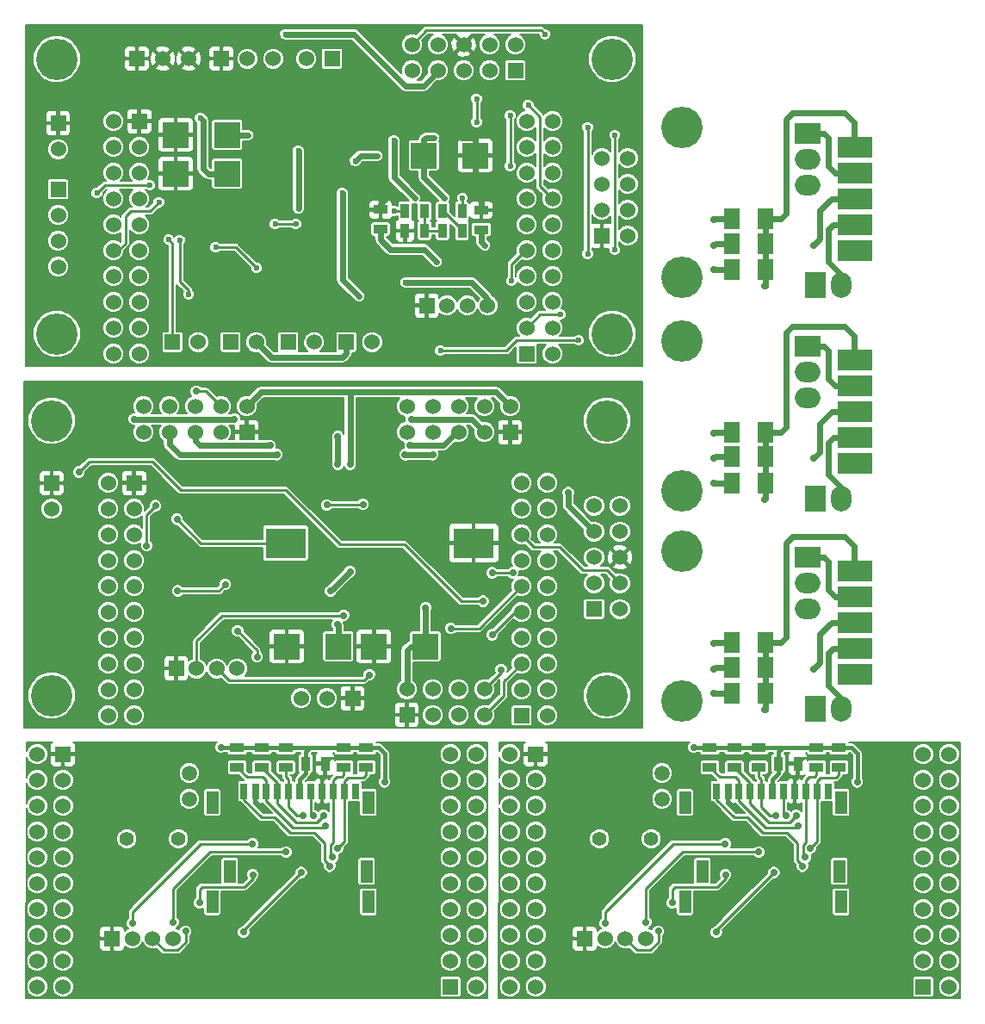
<source format=gbl>
G04 (created by PCBNEW (2013-may-18)-stable) date Вс 24 янв 2016 11:36:20*
%MOIN*%
G04 Gerber Fmt 3.4, Leading zero omitted, Abs format*
%FSLAX34Y34*%
G01*
G70*
G90*
G04 APERTURE LIST*
%ADD10C,0.00590551*%
%ADD11R,0.06X0.08*%
%ADD12R,0.0984252X0.0787402*%
%ADD13O,0.0984252X0.0787402*%
%ADD14R,0.0787402X0.0984252*%
%ADD15O,0.0787402X0.0984252*%
%ADD16C,0.16*%
%ADD17R,0.137795X0.0787402*%
%ADD18R,0.035X0.055*%
%ADD19R,0.055X0.035*%
%ADD20R,0.06X0.06*%
%ADD21C,0.06*%
%ADD22R,0.1004X0.0984*%
%ADD23R,0.15748X0.11811*%
%ADD24C,0.056*%
%ADD25C,0.0590551*%
%ADD26R,0.026X0.062*%
%ADD27R,0.046X0.086*%
%ADD28C,0.023622*%
%ADD29C,0.0275591*%
%ADD30C,0.01*%
%ADD31C,0.023622*%
%ADD32C,0.015748*%
%ADD33C,0.00787402*%
G04 APERTURE END LIST*
G54D10*
G54D11*
X123722Y-48955D03*
X122422Y-48955D03*
X123722Y-49900D03*
X122422Y-49900D03*
X123722Y-50923D03*
X122422Y-50923D03*
G54D12*
X125356Y-45632D03*
G54D13*
X125356Y-46632D03*
X125356Y-47632D03*
G54D14*
X125682Y-51514D03*
G54D15*
X126682Y-51514D03*
G54D16*
X120513Y-51219D03*
X120513Y-45412D03*
G54D17*
X127215Y-46175D03*
X127215Y-47175D03*
X127215Y-48175D03*
X127215Y-49175D03*
X127215Y-50175D03*
X127215Y-38025D03*
X127215Y-39025D03*
X127215Y-40025D03*
X127215Y-41025D03*
X127215Y-42025D03*
G54D16*
X120513Y-37262D03*
X120513Y-43069D03*
G54D14*
X125682Y-43364D03*
G54D15*
X126682Y-43364D03*
G54D12*
X125356Y-37482D03*
G54D13*
X125356Y-38482D03*
X125356Y-39482D03*
G54D11*
X123722Y-42773D03*
X122422Y-42773D03*
X123722Y-41750D03*
X122422Y-41750D03*
X123722Y-40805D03*
X122422Y-40805D03*
G54D18*
X111236Y-32253D03*
X111986Y-32253D03*
X110529Y-33001D03*
X109779Y-33001D03*
X110529Y-32253D03*
X109779Y-32253D03*
X111236Y-33001D03*
X111986Y-33001D03*
G54D19*
X108835Y-32943D03*
X108835Y-32193D03*
X112733Y-32213D03*
X112733Y-32963D03*
G54D20*
X96350Y-31400D03*
G54D21*
X96350Y-32400D03*
X96350Y-33400D03*
X96350Y-34400D03*
G54D20*
X99400Y-26350D03*
G54D21*
X100400Y-26350D03*
X101400Y-26350D03*
G54D20*
X100770Y-37322D03*
G54D21*
X101770Y-37322D03*
G54D20*
X106950Y-26350D03*
G54D21*
X105950Y-26350D03*
G54D20*
X105259Y-37322D03*
G54D21*
X106259Y-37322D03*
G54D20*
X107503Y-37322D03*
G54D21*
X108503Y-37322D03*
G54D22*
X110506Y-30100D03*
X112494Y-30100D03*
X102894Y-29300D03*
X100906Y-29300D03*
G54D20*
X99487Y-28767D03*
G54D21*
X98487Y-28767D03*
X99487Y-29767D03*
X98487Y-29767D03*
X99487Y-30767D03*
X98487Y-30767D03*
X99487Y-31767D03*
X98487Y-31767D03*
X99487Y-32767D03*
X98487Y-32767D03*
X99487Y-33767D03*
X98487Y-33767D03*
X99487Y-34767D03*
X98487Y-34767D03*
X99487Y-35767D03*
X98487Y-35767D03*
X99487Y-36767D03*
X98487Y-36767D03*
X99487Y-37767D03*
X98487Y-37767D03*
G54D20*
X114487Y-37767D03*
G54D21*
X115487Y-37767D03*
X114487Y-36767D03*
X115487Y-36767D03*
X114487Y-35767D03*
X115487Y-35767D03*
X114487Y-34767D03*
X115487Y-34767D03*
X114487Y-33767D03*
X115487Y-33767D03*
X114487Y-32767D03*
X115487Y-32767D03*
X114487Y-31767D03*
X115487Y-31767D03*
X114487Y-30767D03*
X115487Y-30767D03*
X114487Y-29767D03*
X115487Y-29767D03*
X114487Y-28767D03*
X115487Y-28767D03*
G54D20*
X102675Y-26350D03*
G54D21*
X103675Y-26350D03*
X104675Y-26350D03*
G54D20*
X103020Y-37322D03*
G54D21*
X104020Y-37322D03*
G54D20*
X110618Y-35900D03*
G54D21*
X111406Y-35900D03*
X112193Y-35900D03*
X112981Y-35900D03*
G54D20*
X117400Y-33200D03*
G54D21*
X118400Y-33200D03*
X117400Y-32200D03*
X118400Y-32200D03*
X117400Y-31200D03*
X118400Y-31200D03*
X117400Y-30200D03*
X118400Y-30200D03*
G54D16*
X117800Y-26370D03*
X117800Y-37000D03*
X96300Y-37000D03*
X96300Y-26370D03*
G54D20*
X96350Y-28850D03*
G54D21*
X96350Y-29850D03*
G54D22*
X102894Y-30800D03*
X100906Y-30800D03*
G54D20*
X114050Y-26800D03*
G54D21*
X114050Y-25800D03*
X113050Y-26800D03*
X113050Y-25800D03*
X112050Y-26800D03*
X112050Y-25800D03*
X111050Y-26800D03*
X111050Y-25800D03*
X110050Y-26800D03*
X110050Y-25800D03*
G54D20*
X114287Y-51767D03*
G54D21*
X115287Y-51767D03*
X114287Y-50767D03*
X115287Y-50767D03*
X114287Y-49767D03*
X115287Y-49767D03*
X114287Y-48767D03*
X115287Y-48767D03*
X114287Y-47767D03*
X115287Y-47767D03*
X114287Y-46767D03*
X115287Y-46767D03*
X114287Y-45767D03*
X115287Y-45767D03*
X114287Y-44767D03*
X115287Y-44767D03*
X114287Y-43767D03*
X115287Y-43767D03*
X114287Y-42767D03*
X115287Y-42767D03*
G54D20*
X99287Y-42767D03*
G54D21*
X98287Y-42767D03*
X99287Y-43767D03*
X98287Y-43767D03*
X99287Y-44767D03*
X98287Y-44767D03*
X99287Y-45767D03*
X98287Y-45767D03*
X99287Y-46767D03*
X98287Y-46767D03*
X99287Y-47767D03*
X98287Y-47767D03*
X99287Y-48767D03*
X98287Y-48767D03*
X99287Y-49767D03*
X98287Y-49767D03*
X99287Y-50767D03*
X98287Y-50767D03*
X99287Y-51767D03*
X98287Y-51767D03*
G54D20*
X109850Y-51750D03*
G54D21*
X109850Y-50750D03*
X110850Y-51750D03*
X110850Y-50750D03*
X111850Y-51750D03*
X111850Y-50750D03*
X112850Y-51750D03*
X112850Y-50750D03*
G54D20*
X107750Y-51100D03*
G54D21*
X106750Y-51100D03*
X105750Y-51100D03*
G54D20*
X96100Y-42775D03*
G54D21*
X96100Y-43775D03*
G54D23*
X105159Y-45100D03*
X112443Y-45100D03*
G54D22*
X107194Y-49100D03*
X105206Y-49100D03*
X110569Y-49100D03*
X108581Y-49100D03*
G54D20*
X100918Y-49950D03*
G54D21*
X101706Y-49950D03*
X102493Y-49950D03*
X103281Y-49950D03*
G54D20*
X103650Y-40800D03*
G54D21*
X103650Y-39800D03*
X102650Y-40800D03*
X102650Y-39800D03*
X101650Y-40800D03*
X101650Y-39800D03*
X100650Y-40800D03*
X100650Y-39800D03*
X99650Y-40800D03*
X99650Y-39800D03*
G54D20*
X113850Y-40800D03*
G54D21*
X113850Y-39800D03*
X112850Y-40800D03*
X112850Y-39800D03*
X111850Y-40800D03*
X111850Y-39800D03*
X110850Y-40800D03*
X110850Y-39800D03*
X109850Y-40800D03*
X109850Y-39800D03*
G54D20*
X117100Y-47650D03*
G54D21*
X118100Y-47650D03*
X117100Y-46650D03*
X118100Y-46650D03*
X117100Y-45650D03*
X118100Y-45650D03*
X117100Y-44650D03*
X118100Y-44650D03*
X117100Y-43650D03*
X118100Y-43650D03*
G54D16*
X96100Y-51000D03*
X96100Y-40370D03*
X117600Y-40370D03*
X117600Y-51000D03*
G54D19*
X105171Y-53772D03*
X105171Y-53022D03*
X107415Y-53772D03*
X107415Y-53022D03*
X108281Y-53772D03*
X108281Y-53022D03*
X103281Y-53772D03*
X103281Y-53022D03*
X104226Y-53772D03*
X104226Y-53022D03*
G54D18*
X106687Y-53633D03*
X105937Y-53633D03*
G54D20*
X98438Y-60405D03*
G54D21*
X99226Y-60405D03*
X100013Y-60405D03*
X100801Y-60405D03*
G54D24*
X99013Y-56547D03*
X101013Y-56547D03*
G54D20*
X96537Y-53267D03*
G54D21*
X95537Y-53267D03*
X96537Y-54267D03*
X95537Y-54267D03*
X96537Y-55267D03*
X95537Y-55267D03*
X96537Y-56267D03*
X95537Y-56267D03*
X96537Y-57267D03*
X95537Y-57267D03*
X96537Y-58267D03*
X95537Y-58267D03*
X96537Y-59267D03*
X95537Y-59267D03*
X96537Y-60267D03*
X95537Y-60267D03*
X96537Y-61267D03*
X95537Y-61267D03*
X96537Y-62267D03*
X95537Y-62267D03*
G54D20*
X111537Y-62267D03*
G54D21*
X112537Y-62267D03*
X111537Y-61267D03*
X112537Y-61267D03*
X111537Y-60267D03*
X112537Y-60267D03*
X111537Y-59267D03*
X112537Y-59267D03*
X111537Y-58267D03*
X112537Y-58267D03*
X111537Y-57267D03*
X112537Y-57267D03*
X111537Y-56267D03*
X112537Y-56267D03*
X111537Y-55267D03*
X112537Y-55267D03*
X111537Y-54267D03*
X112537Y-54267D03*
X111537Y-53267D03*
X112537Y-53267D03*
G54D25*
X101431Y-54000D03*
X101431Y-55000D03*
G54D26*
X103540Y-54700D03*
X104410Y-54700D03*
X104840Y-54700D03*
X105270Y-54700D03*
X105710Y-54700D03*
X106140Y-54700D03*
X106570Y-54700D03*
X107010Y-54700D03*
X107440Y-54700D03*
X103984Y-54700D03*
G54D27*
X102990Y-57800D03*
X108290Y-57800D03*
G54D26*
X107870Y-54700D03*
G54D27*
X108360Y-58991D03*
X102317Y-58991D03*
X108360Y-55133D03*
X102317Y-55133D03*
G54D19*
X123471Y-53772D03*
X123471Y-53022D03*
X125715Y-53772D03*
X125715Y-53022D03*
X126581Y-53772D03*
X126581Y-53022D03*
X121581Y-53772D03*
X121581Y-53022D03*
X122526Y-53772D03*
X122526Y-53022D03*
G54D18*
X124987Y-53633D03*
X124237Y-53633D03*
G54D20*
X116738Y-60405D03*
G54D21*
X117526Y-60405D03*
X118313Y-60405D03*
X119101Y-60405D03*
G54D24*
X117313Y-56547D03*
X119313Y-56547D03*
G54D20*
X114837Y-53267D03*
G54D21*
X113837Y-53267D03*
X114837Y-54267D03*
X113837Y-54267D03*
X114837Y-55267D03*
X113837Y-55267D03*
X114837Y-56267D03*
X113837Y-56267D03*
X114837Y-57267D03*
X113837Y-57267D03*
X114837Y-58267D03*
X113837Y-58267D03*
X114837Y-59267D03*
X113837Y-59267D03*
X114837Y-60267D03*
X113837Y-60267D03*
X114837Y-61267D03*
X113837Y-61267D03*
X114837Y-62267D03*
X113837Y-62267D03*
G54D20*
X129837Y-62267D03*
G54D21*
X130837Y-62267D03*
X129837Y-61267D03*
X130837Y-61267D03*
X129837Y-60267D03*
X130837Y-60267D03*
X129837Y-59267D03*
X130837Y-59267D03*
X129837Y-58267D03*
X130837Y-58267D03*
X129837Y-57267D03*
X130837Y-57267D03*
X129837Y-56267D03*
X130837Y-56267D03*
X129837Y-55267D03*
X130837Y-55267D03*
X129837Y-54267D03*
X130837Y-54267D03*
X129837Y-53267D03*
X130837Y-53267D03*
G54D25*
X119731Y-54000D03*
X119731Y-55000D03*
G54D26*
X121840Y-54700D03*
X122710Y-54700D03*
X123140Y-54700D03*
X123570Y-54700D03*
X124010Y-54700D03*
X124440Y-54700D03*
X124870Y-54700D03*
X125310Y-54700D03*
X125740Y-54700D03*
X122284Y-54700D03*
G54D27*
X121290Y-57800D03*
X126590Y-57800D03*
G54D26*
X126170Y-54700D03*
G54D27*
X126660Y-58991D03*
X120617Y-58991D03*
X126660Y-55133D03*
X120617Y-55133D03*
G54D11*
X123722Y-32555D03*
X122422Y-32555D03*
X123722Y-33500D03*
X122422Y-33500D03*
X123722Y-34523D03*
X122422Y-34523D03*
G54D12*
X125356Y-29232D03*
G54D13*
X125356Y-30232D03*
X125356Y-31232D03*
G54D14*
X125682Y-35114D03*
G54D15*
X126682Y-35114D03*
G54D16*
X120513Y-34819D03*
X120513Y-29012D03*
G54D17*
X127215Y-29775D03*
X127215Y-30775D03*
X127215Y-31775D03*
X127215Y-32775D03*
X127215Y-33775D03*
G54D28*
X116500Y-37250D03*
X111150Y-37650D03*
X105150Y-25400D03*
X101850Y-28650D03*
G54D29*
X103175Y-40300D03*
X99300Y-40300D03*
X116100Y-43150D03*
X107175Y-42050D03*
X107175Y-40975D03*
X110575Y-47600D03*
X110025Y-40300D03*
X108990Y-54342D03*
X102651Y-53003D03*
X127290Y-54342D03*
X120951Y-53003D03*
X123702Y-51553D03*
X123702Y-43403D03*
X100950Y-44175D03*
X123702Y-35153D03*
G54D28*
X113540Y-26300D03*
X115780Y-26300D03*
X118540Y-27920D03*
X97780Y-26140D03*
X108160Y-27000D03*
X105100Y-31100D03*
X101880Y-31240D03*
X106660Y-31100D03*
X118340Y-35700D03*
X116320Y-37840D03*
X100350Y-36750D03*
X98950Y-27500D03*
X106750Y-35350D03*
X105250Y-35300D03*
X104550Y-33300D03*
X101600Y-32900D03*
X101600Y-34400D03*
X103700Y-29750D03*
X111950Y-29400D03*
X109000Y-31800D03*
X112600Y-31750D03*
X103950Y-27825D03*
G54D29*
X110750Y-44150D03*
X105375Y-47050D03*
X101325Y-46650D03*
X104750Y-44150D03*
X103050Y-44150D03*
X101325Y-44150D03*
X98650Y-59200D03*
X102218Y-57846D03*
X103675Y-59303D03*
X109147Y-59421D03*
X109462Y-55759D03*
X99068Y-54500D03*
X99265Y-54185D03*
X104620Y-56035D03*
X104265Y-55326D03*
X116950Y-59200D03*
X120518Y-57846D03*
X121975Y-59303D03*
X127447Y-59421D03*
X127762Y-55759D03*
X117368Y-54500D03*
X117565Y-54185D03*
X122920Y-56035D03*
X122565Y-55326D03*
G54D28*
X105550Y-32750D03*
X104750Y-32750D03*
G54D29*
X110850Y-41675D03*
X109775Y-41675D03*
X104825Y-41675D03*
G54D28*
X100625Y-33350D03*
G54D29*
X125592Y-49978D03*
X125592Y-41828D03*
G54D28*
X101400Y-35475D03*
X101050Y-33375D03*
G54D29*
X125592Y-33578D03*
X99775Y-45200D03*
X100125Y-43650D03*
X113500Y-50000D03*
G54D28*
X105650Y-29900D03*
X105650Y-32150D03*
X109800Y-35000D03*
G54D29*
X111550Y-48400D03*
X107400Y-47900D03*
X106864Y-57610D03*
X125164Y-57610D03*
X108400Y-50200D03*
X113950Y-46250D03*
X113150Y-46250D03*
G54D28*
X112550Y-28800D03*
X112550Y-27900D03*
X114550Y-28150D03*
G54D29*
X104050Y-49500D03*
X103300Y-48500D03*
G54D28*
X113850Y-28550D03*
X113850Y-30500D03*
G54D29*
X106750Y-43625D03*
X102825Y-46700D03*
X100975Y-46950D03*
X108150Y-43600D03*
X113150Y-48650D03*
X112800Y-47350D03*
X97150Y-42350D03*
G54D28*
X102450Y-33650D03*
X104025Y-34450D03*
X113900Y-34950D03*
X116850Y-29000D03*
X116850Y-33900D03*
X115200Y-25400D03*
X117900Y-29300D03*
X117900Y-33750D03*
G54D29*
X103872Y-56744D03*
X99226Y-59814D03*
X122172Y-56744D03*
X117526Y-59814D03*
G54D28*
X110900Y-29400D03*
X111300Y-31750D03*
X111001Y-34202D03*
G54D29*
X105761Y-57846D03*
X101290Y-60120D03*
X103530Y-60160D03*
X124061Y-57846D03*
X119590Y-60120D03*
X121830Y-60160D03*
X121734Y-50923D03*
X121734Y-42773D03*
X121734Y-34523D03*
G54D28*
X112871Y-33572D03*
X112005Y-31742D03*
X109350Y-29500D03*
X110150Y-31750D03*
G54D29*
X105171Y-57059D03*
X100801Y-59775D03*
X123471Y-57059D03*
X119101Y-59775D03*
G54D28*
X115800Y-36250D03*
G54D29*
X103890Y-57940D03*
X101830Y-59020D03*
X122190Y-57940D03*
X120130Y-59020D03*
X121734Y-49978D03*
X121734Y-41828D03*
X121734Y-33578D03*
X105840Y-55641D03*
X124140Y-55641D03*
X106234Y-55641D03*
X124534Y-55641D03*
X106706Y-56035D03*
X125006Y-56035D03*
X106982Y-57255D03*
X125282Y-57255D03*
X107179Y-56901D03*
X125479Y-56901D03*
X106627Y-55641D03*
X124927Y-55641D03*
X121734Y-48994D03*
X121734Y-40844D03*
X101700Y-39225D03*
X121734Y-32594D03*
G54D28*
X99900Y-31250D03*
X97850Y-31550D03*
G54D29*
X109975Y-41325D03*
X104550Y-41325D03*
G54D28*
X109350Y-32250D03*
X100250Y-31900D03*
X108000Y-35550D03*
X107350Y-31550D03*
X107850Y-30300D03*
X108700Y-30100D03*
X103700Y-29300D03*
G54D29*
X106900Y-46950D03*
X107650Y-46200D03*
X107650Y-42050D03*
X107150Y-48250D03*
G54D30*
X111150Y-37650D02*
X113700Y-37650D01*
X113700Y-37650D02*
X114100Y-37250D01*
X114100Y-37250D02*
X116500Y-37250D01*
G54D31*
X111050Y-26800D02*
X111050Y-26850D01*
X107800Y-25400D02*
X105150Y-25400D01*
X109800Y-27400D02*
X107800Y-25400D01*
X110500Y-27400D02*
X109800Y-27400D01*
X111050Y-26850D02*
X110500Y-27400D01*
X102894Y-30800D02*
X102150Y-30800D01*
X101950Y-28750D02*
X101850Y-28650D01*
X101950Y-30600D02*
X101950Y-28750D01*
X102150Y-30800D02*
X101950Y-30600D01*
X103175Y-40300D02*
X99300Y-40300D01*
X117100Y-44650D02*
X116350Y-43900D01*
X116100Y-43650D02*
X116100Y-43150D01*
X116350Y-43900D02*
X116100Y-43650D01*
X109850Y-50750D02*
X109850Y-49250D01*
X110000Y-49100D02*
X110569Y-49100D01*
X109850Y-49250D02*
X110000Y-49100D01*
X107175Y-40975D02*
X107175Y-42050D01*
X110569Y-47606D02*
X110569Y-49100D01*
X110575Y-47600D02*
X110569Y-47606D01*
X112350Y-40300D02*
X112850Y-40800D01*
X111650Y-40300D02*
X112350Y-40300D01*
X110025Y-40300D02*
X111650Y-40300D01*
G54D32*
X105709Y-54696D02*
X105709Y-54237D01*
X105709Y-54237D02*
X105937Y-54008D01*
X105937Y-54008D02*
X105937Y-53633D01*
X108772Y-53022D02*
X108281Y-53022D01*
X108990Y-53240D02*
X108772Y-53022D01*
X108990Y-54342D02*
X108990Y-53240D01*
X105937Y-53633D02*
X105937Y-53182D01*
X105937Y-53182D02*
X106097Y-53022D01*
X107415Y-53022D02*
X108281Y-53022D01*
X105171Y-53022D02*
X106097Y-53022D01*
X106097Y-53022D02*
X107415Y-53022D01*
X104226Y-53022D02*
X105171Y-53022D01*
X103281Y-53022D02*
X104226Y-53022D01*
X103281Y-53022D02*
X102670Y-53022D01*
X102670Y-53022D02*
X102651Y-53003D01*
G54D30*
X105709Y-54237D02*
X105937Y-54008D01*
X105937Y-54008D02*
X105937Y-53633D01*
G54D32*
X124009Y-54696D02*
X124009Y-54237D01*
X124009Y-54237D02*
X124237Y-54008D01*
X124237Y-54008D02*
X124237Y-53633D01*
X127072Y-53022D02*
X126581Y-53022D01*
X127290Y-53240D02*
X127072Y-53022D01*
X127290Y-54342D02*
X127290Y-53240D01*
X124237Y-53633D02*
X124237Y-53182D01*
X124237Y-53182D02*
X124397Y-53022D01*
X125715Y-53022D02*
X126581Y-53022D01*
X123471Y-53022D02*
X124397Y-53022D01*
X124397Y-53022D02*
X125715Y-53022D01*
X122526Y-53022D02*
X123471Y-53022D01*
X121581Y-53022D02*
X122526Y-53022D01*
X121581Y-53022D02*
X120970Y-53022D01*
X120970Y-53022D02*
X120951Y-53003D01*
G54D30*
X124009Y-54237D02*
X124237Y-54008D01*
X124237Y-54008D02*
X124237Y-53633D01*
G54D31*
X127167Y-46167D02*
X127167Y-45215D01*
X124332Y-48955D02*
X123722Y-48955D01*
X124529Y-48758D02*
X124332Y-48955D01*
X124529Y-45097D02*
X124529Y-48758D01*
X124765Y-44860D02*
X124529Y-45097D01*
X126812Y-44860D02*
X124765Y-44860D01*
X127167Y-45215D02*
X126812Y-44860D01*
X123722Y-49900D02*
X123722Y-48955D01*
X123722Y-50923D02*
X123722Y-49900D01*
X123722Y-51533D02*
X123722Y-50923D01*
X123702Y-51553D02*
X123722Y-51533D01*
X123702Y-43403D02*
X123722Y-43383D01*
X123722Y-43383D02*
X123722Y-42773D01*
X123722Y-42773D02*
X123722Y-41750D01*
X123722Y-41750D02*
X123722Y-40805D01*
X127167Y-37065D02*
X126812Y-36710D01*
X126812Y-36710D02*
X124765Y-36710D01*
X124765Y-36710D02*
X124529Y-36947D01*
X124529Y-36947D02*
X124529Y-40608D01*
X124529Y-40608D02*
X124332Y-40805D01*
X124332Y-40805D02*
X123722Y-40805D01*
X127167Y-38017D02*
X127167Y-37065D01*
G54D30*
X101875Y-45100D02*
X105159Y-45100D01*
X100950Y-44175D02*
X101875Y-45100D01*
G54D32*
X99287Y-43767D02*
X99287Y-43771D01*
G54D31*
X127167Y-29767D02*
X127167Y-28815D01*
X124332Y-32555D02*
X123722Y-32555D01*
X124529Y-32358D02*
X124332Y-32555D01*
X124529Y-28697D02*
X124529Y-32358D01*
X124765Y-28460D02*
X124529Y-28697D01*
X126812Y-28460D02*
X124765Y-28460D01*
X127167Y-28815D02*
X126812Y-28460D01*
X123722Y-33500D02*
X123722Y-32555D01*
X123722Y-34523D02*
X123722Y-33500D01*
X123722Y-35133D02*
X123722Y-34523D01*
X123702Y-35153D02*
X123722Y-35133D01*
G54D30*
X112050Y-25830D02*
X112520Y-26300D01*
X112520Y-26300D02*
X113540Y-26300D01*
X113540Y-26300D02*
X115780Y-26300D01*
X112050Y-25800D02*
X112050Y-25830D01*
X99400Y-26350D02*
X97990Y-26350D01*
X97990Y-26350D02*
X97780Y-26140D01*
X111950Y-29400D02*
X111880Y-29400D01*
X109500Y-28340D02*
X108160Y-27000D01*
X110820Y-28340D02*
X109500Y-28340D01*
X111880Y-29400D02*
X110820Y-28340D01*
X101880Y-31460D02*
X101960Y-31540D01*
X101960Y-31540D02*
X104660Y-31540D01*
X104660Y-31540D02*
X105100Y-31100D01*
X101640Y-30800D02*
X100906Y-30800D01*
X101880Y-31040D02*
X101880Y-31240D01*
X101640Y-30800D02*
X101880Y-31040D01*
X101880Y-31240D02*
X101880Y-31460D01*
G54D31*
X112494Y-29494D02*
X112494Y-30100D01*
X112400Y-29400D02*
X112494Y-29494D01*
X111950Y-29400D02*
X112400Y-29400D01*
X112494Y-30100D02*
X112494Y-31644D01*
X112494Y-31644D02*
X112600Y-31750D01*
X108835Y-32193D02*
X108835Y-31964D01*
X108835Y-31964D02*
X109000Y-31800D01*
X112733Y-32213D02*
X112733Y-31883D01*
X112733Y-31883D02*
X112600Y-31750D01*
G54D30*
X106687Y-53633D02*
X106687Y-53613D01*
X106903Y-53397D02*
X107218Y-53397D01*
X106687Y-53613D02*
X106903Y-53397D01*
X103983Y-54696D02*
X103983Y-55044D01*
X103983Y-55044D02*
X104265Y-55326D01*
X106569Y-54696D02*
X106569Y-54282D01*
X106687Y-54164D02*
X106687Y-53633D01*
X106569Y-54282D02*
X106687Y-54164D01*
X124987Y-53633D02*
X124987Y-53613D01*
X125203Y-53397D02*
X125518Y-53397D01*
X124987Y-53613D02*
X125203Y-53397D01*
X122283Y-54696D02*
X122283Y-55044D01*
X122283Y-55044D02*
X122565Y-55326D01*
X124869Y-54696D02*
X124869Y-54282D01*
X124987Y-54164D02*
X124987Y-53633D01*
X124869Y-54282D02*
X124987Y-54164D01*
X104750Y-32750D02*
X105550Y-32750D01*
G54D31*
X100650Y-40800D02*
X100650Y-41275D01*
X109775Y-41675D02*
X110850Y-41675D01*
X101050Y-41675D02*
X104825Y-41675D01*
X100650Y-41275D02*
X101050Y-41675D01*
G54D30*
X110529Y-33001D02*
X110529Y-32253D01*
X111236Y-33001D02*
X110529Y-33001D01*
X100770Y-37322D02*
X100770Y-33495D01*
X100770Y-33495D02*
X100625Y-33350D01*
G54D31*
X127167Y-48167D02*
X126300Y-48167D01*
X125846Y-49724D02*
X125592Y-49978D01*
X125846Y-48622D02*
X125846Y-49724D01*
X126300Y-48167D02*
X125846Y-48622D01*
X126300Y-40017D02*
X125846Y-40472D01*
X125846Y-40472D02*
X125846Y-41574D01*
X125846Y-41574D02*
X125592Y-41828D01*
X127167Y-40017D02*
X126300Y-40017D01*
G54D30*
X101400Y-35325D02*
X101400Y-35475D01*
X101050Y-34975D02*
X101400Y-35325D01*
X101050Y-33375D02*
X101050Y-34975D01*
G54D31*
X127167Y-31767D02*
X126300Y-31767D01*
X125846Y-33324D02*
X125592Y-33578D01*
X125846Y-32222D02*
X125846Y-33324D01*
X126300Y-31767D02*
X125846Y-32222D01*
G54D30*
X112850Y-51750D02*
X113400Y-51200D01*
X113600Y-50455D02*
X114287Y-49767D01*
X113600Y-51000D02*
X113600Y-50455D01*
X113500Y-51100D02*
X113600Y-51000D01*
X113400Y-51200D02*
X113500Y-51100D01*
G54D32*
X114287Y-44767D02*
X114287Y-44787D01*
G54D30*
X117600Y-46150D02*
X118100Y-46650D01*
X116650Y-46150D02*
X117600Y-46150D01*
X115750Y-45250D02*
X116650Y-46150D01*
X114750Y-45250D02*
X115750Y-45250D01*
X114287Y-44787D02*
X114750Y-45250D01*
X99775Y-45200D02*
X99775Y-44000D01*
X99775Y-44000D02*
X100125Y-43650D01*
X112850Y-50750D02*
X113500Y-50100D01*
X113500Y-50100D02*
X113500Y-50000D01*
G54D31*
X112981Y-35900D02*
X112981Y-35631D01*
X105650Y-32150D02*
X105650Y-29900D01*
X112350Y-35000D02*
X109800Y-35000D01*
X112981Y-35631D02*
X112350Y-35000D01*
G54D30*
X103750Y-47900D02*
X102700Y-47900D01*
X111550Y-48400D02*
X112650Y-48400D01*
X114287Y-46767D02*
X114282Y-46767D01*
X112650Y-48400D02*
X114282Y-46767D01*
X103750Y-47900D02*
X107400Y-47900D01*
X101706Y-48893D02*
X101706Y-49950D01*
X102700Y-47900D02*
X101706Y-48893D01*
X101706Y-49943D02*
X101706Y-49950D01*
X106864Y-57570D02*
X106864Y-57610D01*
X106667Y-57374D02*
X106864Y-57570D01*
X106667Y-56704D02*
X106667Y-57374D01*
X106273Y-56311D02*
X106667Y-56704D01*
X105328Y-56311D02*
X106273Y-56311D01*
X104738Y-55720D02*
X105328Y-56311D01*
X104226Y-55720D02*
X104738Y-55720D01*
X103539Y-55033D02*
X104226Y-55720D01*
X103539Y-54696D02*
X103539Y-55033D01*
X125164Y-57570D02*
X125164Y-57610D01*
X124967Y-57374D02*
X125164Y-57570D01*
X124967Y-56704D02*
X124967Y-57374D01*
X124573Y-56311D02*
X124967Y-56704D01*
X123628Y-56311D02*
X124573Y-56311D01*
X123038Y-55720D02*
X123628Y-56311D01*
X122526Y-55720D02*
X123038Y-55720D01*
X121839Y-55033D02*
X122526Y-55720D01*
X121839Y-54696D02*
X121839Y-55033D01*
X102500Y-49950D02*
X102950Y-50400D01*
X102950Y-50400D02*
X108200Y-50400D01*
X108200Y-50400D02*
X108400Y-50200D01*
X102493Y-49950D02*
X102500Y-49950D01*
X113950Y-46250D02*
X113150Y-46250D01*
X112550Y-27900D02*
X112550Y-28800D01*
X115000Y-31280D02*
X115487Y-31767D01*
X115000Y-28600D02*
X115000Y-31280D01*
X114550Y-28150D02*
X115000Y-28600D01*
X104050Y-49250D02*
X104050Y-49500D01*
X103300Y-48500D02*
X104050Y-49250D01*
X113850Y-30500D02*
X113850Y-28550D01*
X106750Y-43625D02*
X108125Y-43625D01*
X102825Y-46700D02*
X102575Y-46950D01*
X102575Y-46950D02*
X100975Y-46950D01*
X108125Y-43625D02*
X108150Y-43600D01*
G54D31*
X127167Y-47167D02*
X126442Y-47167D01*
X126442Y-47167D02*
X126182Y-46908D01*
X126182Y-46908D02*
X126182Y-45805D01*
X126182Y-45805D02*
X126009Y-45632D01*
X126009Y-45632D02*
X125356Y-45632D01*
X126009Y-37482D02*
X125356Y-37482D01*
X126182Y-37655D02*
X126009Y-37482D01*
X126182Y-38758D02*
X126182Y-37655D01*
X126442Y-39017D02*
X126182Y-38758D01*
X127167Y-39017D02*
X126442Y-39017D01*
X127167Y-30767D02*
X126442Y-30767D01*
X126442Y-30767D02*
X126182Y-30508D01*
X126182Y-30508D02*
X126182Y-29405D01*
X126182Y-29405D02*
X126009Y-29232D01*
X126009Y-29232D02*
X125356Y-29232D01*
G54D30*
X114032Y-47767D02*
X114287Y-47767D01*
X113150Y-48650D02*
X114032Y-47767D01*
X111950Y-47350D02*
X112800Y-47350D01*
X109750Y-45150D02*
X111950Y-47350D01*
X107250Y-45150D02*
X109750Y-45150D01*
X105150Y-43050D02*
X107250Y-45150D01*
X101100Y-43050D02*
X105150Y-43050D01*
X100000Y-41950D02*
X101100Y-43050D01*
X97550Y-41950D02*
X100000Y-41950D01*
X97150Y-42350D02*
X97550Y-41950D01*
X103225Y-33650D02*
X102450Y-33650D01*
X104025Y-34450D02*
X103225Y-33650D01*
X114432Y-33767D02*
X114487Y-33767D01*
X113900Y-34300D02*
X114432Y-33767D01*
X113900Y-34950D02*
X113900Y-34300D01*
X116850Y-33900D02*
X116850Y-29000D01*
X110600Y-25250D02*
X110050Y-25800D01*
X115050Y-25250D02*
X110600Y-25250D01*
X115200Y-25400D02*
X115050Y-25250D01*
X117900Y-31900D02*
X117900Y-29300D01*
X117900Y-33750D02*
X117900Y-31900D01*
X103872Y-56744D02*
X101864Y-56744D01*
X101864Y-56744D02*
X99226Y-59381D01*
X99226Y-59381D02*
X99226Y-59814D01*
X122172Y-56744D02*
X120164Y-56744D01*
X120164Y-56744D02*
X117526Y-59381D01*
X117526Y-59381D02*
X117526Y-59814D01*
G54D31*
X110506Y-29494D02*
X110506Y-30100D01*
X110600Y-29400D02*
X110506Y-29494D01*
X110900Y-29400D02*
X110600Y-29400D01*
X110506Y-30956D02*
X110506Y-30100D01*
X111300Y-31750D02*
X110506Y-30956D01*
X108835Y-32943D02*
X108835Y-33356D01*
X108835Y-33356D02*
X109209Y-33730D01*
X109209Y-33730D02*
X110528Y-33730D01*
X110528Y-33730D02*
X111001Y-34202D01*
G54D30*
X105761Y-57846D02*
X105761Y-57848D01*
X100468Y-60860D02*
X100013Y-60405D01*
X100970Y-60860D02*
X100468Y-60860D01*
X101290Y-60540D02*
X100970Y-60860D01*
X101290Y-60120D02*
X101290Y-60540D01*
X103530Y-60080D02*
X103530Y-60160D01*
X105761Y-57848D02*
X103530Y-60080D01*
X124061Y-57846D02*
X124061Y-57848D01*
X118768Y-60860D02*
X118313Y-60405D01*
X119270Y-60860D02*
X118768Y-60860D01*
X119590Y-60540D02*
X119270Y-60860D01*
X119590Y-60120D02*
X119590Y-60540D01*
X121830Y-60080D02*
X121830Y-60160D01*
X124061Y-57848D02*
X121830Y-60080D01*
G54D31*
X122422Y-50923D02*
X121734Y-50923D01*
X122422Y-42773D02*
X121734Y-42773D01*
X122422Y-34523D02*
X121734Y-34523D01*
X112733Y-33435D02*
X112733Y-32963D01*
X112871Y-33572D02*
X112733Y-33435D01*
G54D30*
X111986Y-31760D02*
X111986Y-32253D01*
X112005Y-31742D02*
X111986Y-31760D01*
G54D31*
X109350Y-30950D02*
X109350Y-29500D01*
X110150Y-31750D02*
X109350Y-30950D01*
G54D30*
X111236Y-32253D02*
X111257Y-32253D01*
X111986Y-32983D02*
X111986Y-33001D01*
X111257Y-32253D02*
X111986Y-32983D01*
X100801Y-58476D02*
X100801Y-59775D01*
X102218Y-57059D02*
X100801Y-58476D01*
X105171Y-57059D02*
X102218Y-57059D01*
X119101Y-58476D02*
X119101Y-59775D01*
X120518Y-57059D02*
X119101Y-58476D01*
X123471Y-57059D02*
X120518Y-57059D01*
X114487Y-36767D02*
X114487Y-36762D01*
X115000Y-36250D02*
X115800Y-36250D01*
X114487Y-36762D02*
X115000Y-36250D01*
X103890Y-57940D02*
X103890Y-58080D01*
X101830Y-58500D02*
X101830Y-59020D01*
X101930Y-58400D02*
X101830Y-58500D01*
X103570Y-58400D02*
X101930Y-58400D01*
X103890Y-58080D02*
X103570Y-58400D01*
X122190Y-57940D02*
X122190Y-58080D01*
X120130Y-58500D02*
X120130Y-59020D01*
X120230Y-58400D02*
X120130Y-58500D01*
X121870Y-58400D02*
X120230Y-58400D01*
X122190Y-58080D02*
X121870Y-58400D01*
G54D31*
X121812Y-49900D02*
X122422Y-49900D01*
X121734Y-49978D02*
X121812Y-49900D01*
X121734Y-41828D02*
X121812Y-41750D01*
X121812Y-41750D02*
X122422Y-41750D01*
X121812Y-33500D02*
X122422Y-33500D01*
X121734Y-33578D02*
X121812Y-33500D01*
G54D30*
X105269Y-54696D02*
X105269Y-55306D01*
X105269Y-54243D02*
X105269Y-54696D01*
X105171Y-54145D02*
X105269Y-54243D01*
X105171Y-53772D02*
X105171Y-54145D01*
X105604Y-55641D02*
X105840Y-55641D01*
X105269Y-55306D02*
X105604Y-55641D01*
X123569Y-54696D02*
X123569Y-55306D01*
X123569Y-54243D02*
X123569Y-54696D01*
X123471Y-54145D02*
X123569Y-54243D01*
X123471Y-53772D02*
X123471Y-54145D01*
X123904Y-55641D02*
X124140Y-55641D01*
X123569Y-55306D02*
X123904Y-55641D01*
X106139Y-54696D02*
X106139Y-55546D01*
X106139Y-55546D02*
X106234Y-55641D01*
X124439Y-54696D02*
X124439Y-55546D01*
X124439Y-55546D02*
X124534Y-55641D01*
X106627Y-56114D02*
X106706Y-56035D01*
X105446Y-56114D02*
X106627Y-56114D01*
X104409Y-55076D02*
X105446Y-56114D01*
X104409Y-54696D02*
X104409Y-54289D01*
X104409Y-54696D02*
X104409Y-55076D01*
X104409Y-54289D02*
X104265Y-54145D01*
X103654Y-54145D02*
X103281Y-53772D01*
X104265Y-54145D02*
X103654Y-54145D01*
X124927Y-56114D02*
X125006Y-56035D01*
X123746Y-56114D02*
X124927Y-56114D01*
X122709Y-55076D02*
X123746Y-56114D01*
X122709Y-54696D02*
X122709Y-54289D01*
X122709Y-54696D02*
X122709Y-55076D01*
X122709Y-54289D02*
X122565Y-54145D01*
X121954Y-54145D02*
X121581Y-53772D01*
X122565Y-54145D02*
X121954Y-54145D01*
X106903Y-57177D02*
X106982Y-57255D01*
X106903Y-56783D02*
X106903Y-57177D01*
X107009Y-56677D02*
X106903Y-56783D01*
X107009Y-54696D02*
X107009Y-56677D01*
X107009Y-54696D02*
X107009Y-54276D01*
X107009Y-54276D02*
X107139Y-54145D01*
X107139Y-54145D02*
X107336Y-54145D01*
X107336Y-54145D02*
X107415Y-54066D01*
X107415Y-54066D02*
X107415Y-53772D01*
X125203Y-57177D02*
X125282Y-57255D01*
X125203Y-56783D02*
X125203Y-57177D01*
X125309Y-56677D02*
X125203Y-56783D01*
X125309Y-54696D02*
X125309Y-56677D01*
X125309Y-54696D02*
X125309Y-54276D01*
X125309Y-54276D02*
X125439Y-54145D01*
X125439Y-54145D02*
X125636Y-54145D01*
X125636Y-54145D02*
X125715Y-54066D01*
X125715Y-54066D02*
X125715Y-53772D01*
X107439Y-54696D02*
X107439Y-56641D01*
X107439Y-56641D02*
X107179Y-56901D01*
X107439Y-54696D02*
X107439Y-54318D01*
X107439Y-54318D02*
X107572Y-54185D01*
X107572Y-54185D02*
X108163Y-54185D01*
X108163Y-54185D02*
X108281Y-54066D01*
X108281Y-54066D02*
X108281Y-53772D01*
X125739Y-54696D02*
X125739Y-56641D01*
X125739Y-56641D02*
X125479Y-56901D01*
X125739Y-54696D02*
X125739Y-54318D01*
X125739Y-54318D02*
X125872Y-54185D01*
X125872Y-54185D02*
X126463Y-54185D01*
X126463Y-54185D02*
X126581Y-54066D01*
X126581Y-54066D02*
X126581Y-53772D01*
X106352Y-55917D02*
X106627Y-55641D01*
X105564Y-55917D02*
X106352Y-55917D01*
X104839Y-55191D02*
X105564Y-55917D01*
X104839Y-54696D02*
X104839Y-55191D01*
X104839Y-54364D02*
X104839Y-54696D01*
X104226Y-53772D02*
X104247Y-53772D01*
X104247Y-53772D02*
X104839Y-54364D01*
X124652Y-55917D02*
X124927Y-55641D01*
X123864Y-55917D02*
X124652Y-55917D01*
X123139Y-55191D02*
X123864Y-55917D01*
X123139Y-54696D02*
X123139Y-55191D01*
X123139Y-54364D02*
X123139Y-54696D01*
X122526Y-53772D02*
X122547Y-53772D01*
X122547Y-53772D02*
X123139Y-54364D01*
G54D31*
X122422Y-48955D02*
X121773Y-48955D01*
X121773Y-48955D02*
X121734Y-48994D01*
X121773Y-40805D02*
X121734Y-40844D01*
X122422Y-40805D02*
X121773Y-40805D01*
G54D30*
X102650Y-39800D02*
X102075Y-39225D01*
X102075Y-39225D02*
X101700Y-39225D01*
G54D31*
X122422Y-32555D02*
X121773Y-32555D01*
X121773Y-32555D02*
X121734Y-32594D01*
G54D30*
X98150Y-31250D02*
X99900Y-31250D01*
X97850Y-31550D02*
X98150Y-31250D01*
G54D31*
X127167Y-49167D02*
X126363Y-49167D01*
X126682Y-51108D02*
X126682Y-51514D01*
X126182Y-50608D02*
X126682Y-51108D01*
X126182Y-49349D02*
X126182Y-50608D01*
X126363Y-49167D02*
X126182Y-49349D01*
X126363Y-41017D02*
X126182Y-41199D01*
X126182Y-41199D02*
X126182Y-42458D01*
X126182Y-42458D02*
X126682Y-42958D01*
X126682Y-42958D02*
X126682Y-43364D01*
X127167Y-41017D02*
X126363Y-41017D01*
X127167Y-32767D02*
X126363Y-32767D01*
X126682Y-34708D02*
X126682Y-35114D01*
X126182Y-34208D02*
X126682Y-34708D01*
X126182Y-32949D02*
X126182Y-34208D01*
X126363Y-32767D02*
X126182Y-32949D01*
X101650Y-40800D02*
X101650Y-41150D01*
X111775Y-40800D02*
X111850Y-40800D01*
X111250Y-41325D02*
X111775Y-40800D01*
X109975Y-41325D02*
X111250Y-41325D01*
X101825Y-41325D02*
X104550Y-41325D01*
X101650Y-41150D02*
X101825Y-41325D01*
G54D30*
X98487Y-33767D02*
X98682Y-33767D01*
X109353Y-32253D02*
X109779Y-32253D01*
X109350Y-32250D02*
X109353Y-32253D01*
X99900Y-32250D02*
X100250Y-31900D01*
X99150Y-32250D02*
X99900Y-32250D01*
X98950Y-32450D02*
X99150Y-32250D01*
X98950Y-33500D02*
X98950Y-32450D01*
X98682Y-33767D02*
X98950Y-33500D01*
G54D31*
X108000Y-35550D02*
X107350Y-34900D01*
X107350Y-34900D02*
X107350Y-31550D01*
X107850Y-30300D02*
X108050Y-30100D01*
X108050Y-30100D02*
X108700Y-30100D01*
X104020Y-37322D02*
X104022Y-37322D01*
X107503Y-37746D02*
X107503Y-37322D01*
X107350Y-37900D02*
X107503Y-37746D01*
X104600Y-37900D02*
X107350Y-37900D01*
X104022Y-37322D02*
X104600Y-37900D01*
X102894Y-29300D02*
X103700Y-29300D01*
X106900Y-46950D02*
X107650Y-46200D01*
X107650Y-42050D02*
X107650Y-39250D01*
X107650Y-39250D02*
X107650Y-39300D01*
X107650Y-39300D02*
X107650Y-39250D01*
X103650Y-39800D02*
X104200Y-39250D01*
X104200Y-39250D02*
X107650Y-39250D01*
X113300Y-39250D02*
X113850Y-39800D01*
X107650Y-39250D02*
X113300Y-39250D01*
X107194Y-48294D02*
X107194Y-49100D01*
X107150Y-48250D02*
X107194Y-48294D01*
G54D10*
G36*
X118952Y-38252D02*
X118818Y-38252D01*
X118818Y-33117D01*
X118754Y-32963D01*
X118637Y-32845D01*
X118483Y-32781D01*
X118317Y-32781D01*
X118163Y-32845D01*
X118068Y-32940D01*
X118068Y-32459D01*
X118162Y-32554D01*
X118316Y-32618D01*
X118482Y-32618D01*
X118636Y-32554D01*
X118754Y-32437D01*
X118818Y-32283D01*
X118818Y-32117D01*
X118754Y-31963D01*
X118637Y-31845D01*
X118483Y-31781D01*
X118317Y-31781D01*
X118163Y-31845D01*
X118068Y-31940D01*
X118068Y-31900D01*
X118068Y-31459D01*
X118162Y-31554D01*
X118316Y-31618D01*
X118482Y-31618D01*
X118636Y-31554D01*
X118754Y-31437D01*
X118818Y-31283D01*
X118818Y-31117D01*
X118754Y-30963D01*
X118637Y-30845D01*
X118483Y-30781D01*
X118317Y-30781D01*
X118163Y-30845D01*
X118068Y-30940D01*
X118068Y-30459D01*
X118162Y-30554D01*
X118316Y-30618D01*
X118482Y-30618D01*
X118636Y-30554D01*
X118754Y-30437D01*
X118818Y-30283D01*
X118818Y-30117D01*
X118754Y-29963D01*
X118718Y-29927D01*
X118718Y-26188D01*
X118578Y-25850D01*
X118320Y-25592D01*
X117983Y-25452D01*
X117618Y-25451D01*
X117280Y-25591D01*
X117022Y-25849D01*
X116882Y-26186D01*
X116881Y-26551D01*
X117021Y-26889D01*
X117279Y-27147D01*
X117616Y-27288D01*
X117981Y-27288D01*
X118319Y-27148D01*
X118577Y-26890D01*
X118717Y-26553D01*
X118718Y-26188D01*
X118718Y-29927D01*
X118637Y-29845D01*
X118483Y-29781D01*
X118317Y-29781D01*
X118163Y-29845D01*
X118068Y-29940D01*
X118068Y-29465D01*
X118100Y-29433D01*
X118136Y-29347D01*
X118136Y-29253D01*
X118100Y-29166D01*
X118033Y-29099D01*
X117947Y-29063D01*
X117853Y-29063D01*
X117766Y-29099D01*
X117699Y-29166D01*
X117663Y-29252D01*
X117663Y-29346D01*
X117699Y-29433D01*
X117731Y-29465D01*
X117731Y-29940D01*
X117637Y-29845D01*
X117483Y-29781D01*
X117317Y-29781D01*
X117163Y-29845D01*
X117045Y-29962D01*
X117018Y-30029D01*
X117018Y-29165D01*
X117050Y-29133D01*
X117086Y-29047D01*
X117086Y-28953D01*
X117050Y-28866D01*
X116983Y-28799D01*
X116897Y-28763D01*
X116803Y-28763D01*
X116716Y-28799D01*
X116649Y-28866D01*
X116613Y-28952D01*
X116613Y-29046D01*
X116649Y-29133D01*
X116681Y-29165D01*
X116681Y-33734D01*
X116649Y-33766D01*
X116613Y-33852D01*
X116613Y-33946D01*
X116649Y-34033D01*
X116716Y-34100D01*
X116802Y-34136D01*
X116896Y-34136D01*
X116983Y-34100D01*
X117050Y-34033D01*
X117086Y-33947D01*
X117086Y-33853D01*
X117050Y-33766D01*
X117018Y-33734D01*
X117018Y-33679D01*
X117060Y-33696D01*
X117138Y-33696D01*
X117311Y-33696D01*
X117360Y-33647D01*
X117360Y-33239D01*
X117352Y-33239D01*
X117352Y-33160D01*
X117360Y-33160D01*
X117360Y-32752D01*
X117311Y-32703D01*
X117138Y-32703D01*
X117060Y-32703D01*
X117018Y-32720D01*
X117018Y-32370D01*
X117045Y-32436D01*
X117162Y-32554D01*
X117316Y-32618D01*
X117482Y-32618D01*
X117636Y-32554D01*
X117731Y-32459D01*
X117731Y-32703D01*
X117661Y-32703D01*
X117488Y-32703D01*
X117439Y-32752D01*
X117439Y-33160D01*
X117447Y-33160D01*
X117447Y-33239D01*
X117439Y-33239D01*
X117439Y-33647D01*
X117488Y-33696D01*
X117661Y-33696D01*
X117666Y-33696D01*
X117663Y-33702D01*
X117663Y-33796D01*
X117699Y-33883D01*
X117766Y-33950D01*
X117852Y-33986D01*
X117946Y-33986D01*
X118033Y-33950D01*
X118100Y-33883D01*
X118136Y-33797D01*
X118136Y-33703D01*
X118100Y-33616D01*
X118068Y-33584D01*
X118068Y-33459D01*
X118162Y-33554D01*
X118316Y-33618D01*
X118482Y-33618D01*
X118636Y-33554D01*
X118754Y-33437D01*
X118818Y-33283D01*
X118818Y-33117D01*
X118818Y-38252D01*
X118718Y-38252D01*
X118718Y-36818D01*
X118578Y-36480D01*
X118320Y-36222D01*
X117983Y-36082D01*
X117618Y-36081D01*
X117280Y-36221D01*
X117022Y-36479D01*
X116882Y-36816D01*
X116881Y-37181D01*
X117021Y-37519D01*
X117279Y-37777D01*
X117616Y-37917D01*
X117981Y-37918D01*
X118319Y-37778D01*
X118577Y-37520D01*
X118717Y-37183D01*
X118718Y-36818D01*
X118718Y-38252D01*
X116736Y-38252D01*
X116736Y-37203D01*
X116700Y-37116D01*
X116633Y-37049D01*
X116547Y-37013D01*
X116453Y-37013D01*
X116366Y-37049D01*
X116334Y-37081D01*
X115764Y-37081D01*
X115841Y-37004D01*
X115905Y-36851D01*
X115905Y-36684D01*
X115842Y-36531D01*
X115797Y-36486D01*
X115846Y-36486D01*
X115933Y-36450D01*
X116000Y-36383D01*
X116036Y-36297D01*
X116036Y-36203D01*
X116000Y-36116D01*
X115933Y-36049D01*
X115847Y-36013D01*
X115832Y-36013D01*
X115841Y-36004D01*
X115905Y-35851D01*
X115905Y-35684D01*
X115905Y-34684D01*
X115905Y-33684D01*
X115905Y-32684D01*
X115905Y-31684D01*
X115842Y-31531D01*
X115724Y-31413D01*
X115570Y-31349D01*
X115404Y-31349D01*
X115335Y-31378D01*
X115168Y-31210D01*
X115168Y-31039D01*
X115250Y-31121D01*
X115403Y-31185D01*
X115570Y-31185D01*
X115723Y-31122D01*
X115841Y-31004D01*
X115905Y-30851D01*
X115905Y-30684D01*
X115842Y-30531D01*
X115724Y-30413D01*
X115570Y-30349D01*
X115404Y-30349D01*
X115250Y-30413D01*
X115168Y-30495D01*
X115168Y-30039D01*
X115250Y-30121D01*
X115403Y-30185D01*
X115570Y-30185D01*
X115723Y-30122D01*
X115841Y-30004D01*
X115905Y-29851D01*
X115905Y-29684D01*
X115842Y-29531D01*
X115724Y-29413D01*
X115570Y-29349D01*
X115404Y-29349D01*
X115250Y-29413D01*
X115168Y-29495D01*
X115168Y-29039D01*
X115250Y-29121D01*
X115403Y-29185D01*
X115570Y-29185D01*
X115723Y-29122D01*
X115841Y-29004D01*
X115905Y-28851D01*
X115905Y-28684D01*
X115842Y-28531D01*
X115724Y-28413D01*
X115570Y-28349D01*
X115436Y-28349D01*
X115436Y-25353D01*
X115400Y-25266D01*
X115333Y-25199D01*
X115247Y-25163D01*
X115201Y-25163D01*
X115168Y-25131D01*
X115114Y-25094D01*
X115050Y-25081D01*
X115049Y-25081D01*
X110600Y-25081D01*
X110535Y-25094D01*
X110481Y-25131D01*
X110481Y-25131D01*
X110201Y-25410D01*
X110133Y-25381D01*
X109967Y-25381D01*
X109813Y-25445D01*
X109695Y-25562D01*
X109631Y-25716D01*
X109631Y-25882D01*
X109695Y-26036D01*
X109812Y-26154D01*
X109966Y-26218D01*
X110132Y-26218D01*
X110286Y-26154D01*
X110404Y-26037D01*
X110468Y-25883D01*
X110468Y-25717D01*
X110439Y-25648D01*
X110669Y-25418D01*
X110879Y-25418D01*
X110813Y-25445D01*
X110695Y-25562D01*
X110631Y-25716D01*
X110631Y-25882D01*
X110695Y-26036D01*
X110812Y-26154D01*
X110966Y-26218D01*
X111132Y-26218D01*
X111286Y-26154D01*
X111404Y-26037D01*
X111468Y-25883D01*
X111468Y-25717D01*
X111404Y-25563D01*
X111287Y-25445D01*
X111220Y-25418D01*
X111767Y-25418D01*
X111755Y-25449D01*
X112050Y-25744D01*
X112344Y-25449D01*
X112332Y-25418D01*
X112879Y-25418D01*
X112813Y-25445D01*
X112695Y-25562D01*
X112631Y-25716D01*
X112631Y-25882D01*
X112695Y-26036D01*
X112812Y-26154D01*
X112966Y-26218D01*
X113132Y-26218D01*
X113286Y-26154D01*
X113404Y-26037D01*
X113468Y-25883D01*
X113468Y-25717D01*
X113404Y-25563D01*
X113287Y-25445D01*
X113220Y-25418D01*
X113879Y-25418D01*
X113813Y-25445D01*
X113695Y-25562D01*
X113631Y-25716D01*
X113631Y-25882D01*
X113695Y-26036D01*
X113812Y-26154D01*
X113966Y-26218D01*
X114132Y-26218D01*
X114286Y-26154D01*
X114404Y-26037D01*
X114468Y-25883D01*
X114468Y-25717D01*
X114404Y-25563D01*
X114287Y-25445D01*
X114220Y-25418D01*
X114963Y-25418D01*
X114963Y-25446D01*
X114999Y-25533D01*
X115066Y-25600D01*
X115152Y-25636D01*
X115246Y-25636D01*
X115333Y-25600D01*
X115400Y-25533D01*
X115436Y-25447D01*
X115436Y-25353D01*
X115436Y-28349D01*
X115404Y-28349D01*
X115250Y-28413D01*
X115144Y-28519D01*
X115118Y-28481D01*
X114786Y-28148D01*
X114786Y-28103D01*
X114750Y-28016D01*
X114683Y-27949D01*
X114597Y-27913D01*
X114503Y-27913D01*
X114468Y-27928D01*
X114468Y-27076D01*
X114468Y-26476D01*
X114450Y-26433D01*
X114416Y-26399D01*
X114373Y-26381D01*
X114326Y-26381D01*
X113726Y-26381D01*
X113683Y-26399D01*
X113649Y-26433D01*
X113631Y-26476D01*
X113631Y-26523D01*
X113631Y-27123D01*
X113649Y-27166D01*
X113683Y-27200D01*
X113726Y-27218D01*
X113773Y-27218D01*
X114373Y-27218D01*
X114416Y-27200D01*
X114450Y-27166D01*
X114468Y-27123D01*
X114468Y-27076D01*
X114468Y-27928D01*
X114416Y-27949D01*
X114349Y-28016D01*
X114313Y-28102D01*
X114313Y-28196D01*
X114349Y-28283D01*
X114415Y-28349D01*
X114404Y-28349D01*
X114250Y-28413D01*
X114133Y-28530D01*
X114069Y-28684D01*
X114069Y-28850D01*
X114132Y-29004D01*
X114250Y-29121D01*
X114403Y-29185D01*
X114570Y-29185D01*
X114723Y-29122D01*
X114831Y-29014D01*
X114831Y-29520D01*
X114724Y-29413D01*
X114570Y-29349D01*
X114404Y-29349D01*
X114250Y-29413D01*
X114133Y-29530D01*
X114069Y-29684D01*
X114069Y-29850D01*
X114132Y-30004D01*
X114250Y-30121D01*
X114403Y-30185D01*
X114570Y-30185D01*
X114723Y-30122D01*
X114831Y-30014D01*
X114831Y-30520D01*
X114724Y-30413D01*
X114570Y-30349D01*
X114404Y-30349D01*
X114250Y-30413D01*
X114133Y-30530D01*
X114086Y-30643D01*
X114086Y-30453D01*
X114050Y-30366D01*
X114018Y-30334D01*
X114018Y-28715D01*
X114050Y-28683D01*
X114086Y-28597D01*
X114086Y-28503D01*
X114050Y-28416D01*
X113983Y-28349D01*
X113897Y-28313D01*
X113803Y-28313D01*
X113716Y-28349D01*
X113649Y-28416D01*
X113613Y-28502D01*
X113613Y-28596D01*
X113649Y-28683D01*
X113681Y-28715D01*
X113681Y-30334D01*
X113649Y-30366D01*
X113613Y-30452D01*
X113613Y-30546D01*
X113649Y-30633D01*
X113716Y-30700D01*
X113802Y-30736D01*
X113896Y-30736D01*
X113983Y-30700D01*
X114050Y-30633D01*
X114086Y-30547D01*
X114086Y-30453D01*
X114086Y-30643D01*
X114069Y-30684D01*
X114069Y-30850D01*
X114132Y-31004D01*
X114250Y-31121D01*
X114403Y-31185D01*
X114570Y-31185D01*
X114723Y-31122D01*
X114831Y-31014D01*
X114831Y-31280D01*
X114831Y-31280D01*
X114844Y-31344D01*
X114881Y-31399D01*
X115097Y-31615D01*
X115069Y-31684D01*
X115069Y-31850D01*
X115132Y-32004D01*
X115250Y-32121D01*
X115403Y-32185D01*
X115570Y-32185D01*
X115723Y-32122D01*
X115841Y-32004D01*
X115905Y-31851D01*
X115905Y-31684D01*
X115905Y-32684D01*
X115842Y-32531D01*
X115724Y-32413D01*
X115570Y-32349D01*
X115404Y-32349D01*
X115250Y-32413D01*
X115133Y-32530D01*
X115069Y-32684D01*
X115069Y-32850D01*
X115132Y-33004D01*
X115250Y-33121D01*
X115403Y-33185D01*
X115570Y-33185D01*
X115723Y-33122D01*
X115841Y-33004D01*
X115905Y-32851D01*
X115905Y-32684D01*
X115905Y-33684D01*
X115842Y-33531D01*
X115724Y-33413D01*
X115570Y-33349D01*
X115404Y-33349D01*
X115250Y-33413D01*
X115133Y-33530D01*
X115069Y-33684D01*
X115069Y-33850D01*
X115132Y-34004D01*
X115250Y-34121D01*
X115403Y-34185D01*
X115570Y-34185D01*
X115723Y-34122D01*
X115841Y-34004D01*
X115905Y-33851D01*
X115905Y-33684D01*
X115905Y-34684D01*
X115842Y-34531D01*
X115724Y-34413D01*
X115570Y-34349D01*
X115404Y-34349D01*
X115250Y-34413D01*
X115133Y-34530D01*
X115069Y-34684D01*
X115069Y-34850D01*
X115132Y-35004D01*
X115250Y-35121D01*
X115403Y-35185D01*
X115570Y-35185D01*
X115723Y-35122D01*
X115841Y-35004D01*
X115905Y-34851D01*
X115905Y-34684D01*
X115905Y-35684D01*
X115842Y-35531D01*
X115724Y-35413D01*
X115570Y-35349D01*
X115404Y-35349D01*
X115250Y-35413D01*
X115133Y-35530D01*
X115069Y-35684D01*
X115069Y-35850D01*
X115132Y-36004D01*
X115210Y-36081D01*
X115000Y-36081D01*
X115000Y-36081D01*
X114935Y-36094D01*
X114905Y-36114D01*
X114905Y-35684D01*
X114905Y-34684D01*
X114842Y-34531D01*
X114724Y-34413D01*
X114570Y-34349D01*
X114404Y-34349D01*
X114250Y-34413D01*
X114133Y-34530D01*
X114069Y-34684D01*
X114069Y-34785D01*
X114068Y-34784D01*
X114068Y-34369D01*
X114296Y-34141D01*
X114403Y-34185D01*
X114570Y-34185D01*
X114723Y-34122D01*
X114841Y-34004D01*
X114905Y-33851D01*
X114905Y-33684D01*
X114905Y-32684D01*
X114905Y-31684D01*
X114842Y-31531D01*
X114724Y-31413D01*
X114570Y-31349D01*
X114404Y-31349D01*
X114250Y-31413D01*
X114133Y-31530D01*
X114069Y-31684D01*
X114069Y-31850D01*
X114132Y-32004D01*
X114250Y-32121D01*
X114403Y-32185D01*
X114570Y-32185D01*
X114723Y-32122D01*
X114841Y-32004D01*
X114905Y-31851D01*
X114905Y-31684D01*
X114905Y-32684D01*
X114842Y-32531D01*
X114724Y-32413D01*
X114570Y-32349D01*
X114404Y-32349D01*
X114250Y-32413D01*
X114133Y-32530D01*
X114069Y-32684D01*
X114069Y-32850D01*
X114132Y-33004D01*
X114250Y-33121D01*
X114403Y-33185D01*
X114570Y-33185D01*
X114723Y-33122D01*
X114841Y-33004D01*
X114905Y-32851D01*
X114905Y-32684D01*
X114905Y-33684D01*
X114842Y-33531D01*
X114724Y-33413D01*
X114570Y-33349D01*
X114404Y-33349D01*
X114250Y-33413D01*
X114133Y-33530D01*
X114069Y-33684D01*
X114069Y-33850D01*
X114081Y-33880D01*
X113781Y-34181D01*
X113744Y-34235D01*
X113731Y-34300D01*
X113731Y-34300D01*
X113731Y-34784D01*
X113699Y-34816D01*
X113663Y-34902D01*
X113663Y-34996D01*
X113699Y-35083D01*
X113766Y-35150D01*
X113852Y-35186D01*
X113946Y-35186D01*
X114033Y-35150D01*
X114100Y-35083D01*
X114133Y-35004D01*
X114250Y-35121D01*
X114403Y-35185D01*
X114570Y-35185D01*
X114723Y-35122D01*
X114841Y-35004D01*
X114905Y-34851D01*
X114905Y-34684D01*
X114905Y-35684D01*
X114842Y-35531D01*
X114724Y-35413D01*
X114570Y-35349D01*
X114404Y-35349D01*
X114250Y-35413D01*
X114133Y-35530D01*
X114069Y-35684D01*
X114069Y-35850D01*
X114132Y-36004D01*
X114250Y-36121D01*
X114403Y-36185D01*
X114570Y-36185D01*
X114723Y-36122D01*
X114841Y-36004D01*
X114905Y-35851D01*
X114905Y-35684D01*
X114905Y-36114D01*
X114881Y-36131D01*
X114635Y-36376D01*
X114570Y-36349D01*
X114404Y-36349D01*
X114250Y-36413D01*
X114133Y-36530D01*
X114069Y-36684D01*
X114069Y-36850D01*
X114132Y-37004D01*
X114210Y-37081D01*
X114100Y-37081D01*
X114099Y-37081D01*
X114087Y-37084D01*
X114035Y-37094D01*
X113981Y-37131D01*
X113981Y-37131D01*
X113630Y-37481D01*
X113468Y-37481D01*
X113468Y-26717D01*
X113404Y-26563D01*
X113287Y-26445D01*
X113133Y-26381D01*
X112967Y-26381D01*
X112813Y-26445D01*
X112695Y-26562D01*
X112631Y-26716D01*
X112631Y-26882D01*
X112695Y-27036D01*
X112812Y-27154D01*
X112966Y-27218D01*
X113132Y-27218D01*
X113286Y-27154D01*
X113404Y-27037D01*
X113468Y-26883D01*
X113468Y-26717D01*
X113468Y-37481D01*
X113399Y-37481D01*
X113399Y-35817D01*
X113335Y-35663D01*
X113218Y-35545D01*
X113205Y-35540D01*
X113205Y-32427D01*
X113205Y-31999D01*
X113192Y-31969D01*
X113192Y-30553D01*
X113192Y-29646D01*
X113192Y-29568D01*
X113162Y-29496D01*
X113107Y-29441D01*
X113034Y-29411D01*
X112786Y-29411D01*
X112786Y-28753D01*
X112750Y-28666D01*
X112718Y-28634D01*
X112718Y-28065D01*
X112750Y-28033D01*
X112786Y-27947D01*
X112786Y-27853D01*
X112750Y-27766D01*
X112683Y-27699D01*
X112597Y-27663D01*
X112550Y-27663D01*
X112550Y-25879D01*
X112542Y-25682D01*
X112481Y-25534D01*
X112400Y-25505D01*
X112105Y-25800D01*
X112400Y-26094D01*
X112481Y-26065D01*
X112550Y-25879D01*
X112550Y-27663D01*
X112503Y-27663D01*
X112468Y-27678D01*
X112468Y-26717D01*
X112404Y-26563D01*
X112344Y-26503D01*
X112344Y-26150D01*
X112050Y-25855D01*
X111994Y-25911D01*
X111994Y-25800D01*
X111699Y-25505D01*
X111618Y-25534D01*
X111549Y-25720D01*
X111557Y-25917D01*
X111618Y-26065D01*
X111699Y-26094D01*
X111994Y-25800D01*
X111994Y-25911D01*
X111755Y-26150D01*
X111784Y-26231D01*
X111970Y-26300D01*
X112167Y-26292D01*
X112315Y-26231D01*
X112344Y-26150D01*
X112344Y-26503D01*
X112287Y-26445D01*
X112133Y-26381D01*
X111967Y-26381D01*
X111813Y-26445D01*
X111695Y-26562D01*
X111631Y-26716D01*
X111631Y-26882D01*
X111695Y-27036D01*
X111812Y-27154D01*
X111966Y-27218D01*
X112132Y-27218D01*
X112286Y-27154D01*
X112404Y-27037D01*
X112468Y-26883D01*
X112468Y-26717D01*
X112468Y-27678D01*
X112416Y-27699D01*
X112349Y-27766D01*
X112313Y-27852D01*
X112313Y-27946D01*
X112349Y-28033D01*
X112381Y-28065D01*
X112381Y-28634D01*
X112349Y-28666D01*
X112313Y-28752D01*
X112313Y-28846D01*
X112349Y-28933D01*
X112416Y-29000D01*
X112502Y-29036D01*
X112596Y-29036D01*
X112683Y-29000D01*
X112750Y-28933D01*
X112786Y-28847D01*
X112786Y-28753D01*
X112786Y-29411D01*
X112582Y-29411D01*
X112533Y-29460D01*
X112533Y-30060D01*
X113143Y-30060D01*
X113192Y-30011D01*
X113192Y-29646D01*
X113192Y-30553D01*
X113192Y-30188D01*
X113143Y-30139D01*
X112533Y-30139D01*
X112533Y-30739D01*
X112582Y-30788D01*
X113034Y-30788D01*
X113107Y-30758D01*
X113162Y-30703D01*
X113192Y-30631D01*
X113192Y-30553D01*
X113192Y-31969D01*
X113175Y-31927D01*
X113120Y-31871D01*
X113047Y-31841D01*
X112969Y-31841D01*
X112822Y-31841D01*
X112772Y-31890D01*
X112772Y-32174D01*
X113156Y-32174D01*
X113205Y-32125D01*
X113205Y-31999D01*
X113205Y-32427D01*
X113205Y-32302D01*
X113156Y-32252D01*
X112772Y-32252D01*
X112772Y-32536D01*
X112822Y-32585D01*
X112969Y-32585D01*
X113047Y-32585D01*
X113120Y-32555D01*
X113175Y-32499D01*
X113205Y-32427D01*
X113205Y-35540D01*
X113196Y-35536D01*
X113148Y-35464D01*
X113126Y-35442D01*
X113126Y-33115D01*
X113126Y-32765D01*
X113108Y-32721D01*
X113075Y-32688D01*
X113032Y-32670D01*
X112985Y-32670D01*
X112694Y-32670D01*
X112694Y-32536D01*
X112694Y-32252D01*
X112686Y-32252D01*
X112686Y-32174D01*
X112694Y-32174D01*
X112694Y-31890D01*
X112644Y-31841D01*
X112497Y-31841D01*
X112454Y-31841D01*
X112454Y-30739D01*
X112454Y-30139D01*
X112454Y-30060D01*
X112454Y-29460D01*
X112405Y-29411D01*
X111953Y-29411D01*
X111880Y-29441D01*
X111825Y-29496D01*
X111795Y-29568D01*
X111795Y-29646D01*
X111795Y-30011D01*
X111844Y-30060D01*
X112454Y-30060D01*
X112454Y-30139D01*
X111844Y-30139D01*
X111795Y-30188D01*
X111795Y-30553D01*
X111795Y-30631D01*
X111825Y-30703D01*
X111880Y-30758D01*
X111953Y-30788D01*
X112405Y-30788D01*
X112454Y-30739D01*
X112454Y-31841D01*
X112419Y-31841D01*
X112346Y-31871D01*
X112291Y-31927D01*
X112279Y-31956D01*
X112279Y-31955D01*
X112261Y-31912D01*
X112228Y-31878D01*
X112207Y-31870D01*
X112241Y-31789D01*
X112241Y-31695D01*
X112205Y-31608D01*
X112139Y-31541D01*
X112052Y-31505D01*
X111958Y-31505D01*
X111871Y-31541D01*
X111804Y-31608D01*
X111768Y-31694D01*
X111768Y-31788D01*
X111798Y-31860D01*
X111788Y-31860D01*
X111744Y-31878D01*
X111711Y-31911D01*
X111693Y-31955D01*
X111693Y-32002D01*
X111693Y-32452D01*
X111529Y-32288D01*
X111529Y-31955D01*
X111511Y-31912D01*
X111491Y-31892D01*
X111500Y-31883D01*
X111518Y-31840D01*
X111536Y-31797D01*
X111536Y-31750D01*
X111536Y-31703D01*
X111518Y-31659D01*
X111518Y-31659D01*
X111500Y-31616D01*
X111468Y-31584D01*
X111468Y-26717D01*
X111404Y-26563D01*
X111287Y-26445D01*
X111133Y-26381D01*
X110967Y-26381D01*
X110813Y-26445D01*
X110695Y-26562D01*
X110631Y-26716D01*
X110631Y-26882D01*
X110646Y-26919D01*
X110402Y-27163D01*
X110264Y-27163D01*
X110286Y-27154D01*
X110404Y-27037D01*
X110468Y-26883D01*
X110468Y-26717D01*
X110404Y-26563D01*
X110287Y-26445D01*
X110133Y-26381D01*
X109967Y-26381D01*
X109813Y-26445D01*
X109695Y-26562D01*
X109631Y-26716D01*
X109631Y-26882D01*
X109642Y-26908D01*
X107967Y-25232D01*
X107890Y-25181D01*
X107800Y-25163D01*
X105150Y-25163D01*
X105103Y-25163D01*
X105016Y-25199D01*
X104949Y-25266D01*
X104913Y-25352D01*
X104913Y-25446D01*
X104931Y-25490D01*
X104949Y-25533D01*
X105016Y-25600D01*
X105059Y-25618D01*
X105102Y-25636D01*
X105150Y-25636D01*
X105196Y-25636D01*
X105196Y-25636D01*
X107702Y-25636D01*
X109632Y-27567D01*
X109632Y-27567D01*
X109709Y-27618D01*
X109709Y-27618D01*
X109799Y-27636D01*
X109800Y-27636D01*
X110500Y-27636D01*
X110590Y-27618D01*
X110667Y-27567D01*
X111015Y-27218D01*
X111132Y-27218D01*
X111286Y-27154D01*
X111404Y-27037D01*
X111468Y-26883D01*
X111468Y-26717D01*
X111468Y-31584D01*
X111433Y-31549D01*
X111433Y-31549D01*
X110742Y-30858D01*
X110742Y-30710D01*
X111031Y-30710D01*
X111074Y-30692D01*
X111108Y-30658D01*
X111126Y-30615D01*
X111126Y-30568D01*
X111126Y-29584D01*
X111108Y-29541D01*
X111100Y-29533D01*
X111118Y-29490D01*
X111136Y-29447D01*
X111136Y-29400D01*
X111136Y-29353D01*
X111118Y-29309D01*
X111100Y-29266D01*
X111033Y-29199D01*
X110947Y-29163D01*
X110853Y-29163D01*
X110853Y-29163D01*
X110600Y-29163D01*
X110509Y-29181D01*
X110484Y-29198D01*
X110432Y-29232D01*
X110338Y-29326D01*
X110287Y-29403D01*
X110270Y-29489D01*
X109980Y-29489D01*
X109937Y-29507D01*
X109903Y-29541D01*
X109885Y-29584D01*
X109885Y-29631D01*
X109885Y-30615D01*
X109903Y-30658D01*
X109937Y-30692D01*
X109980Y-30710D01*
X110027Y-30710D01*
X110269Y-30710D01*
X110269Y-30956D01*
X110287Y-31046D01*
X110338Y-31123D01*
X111076Y-31860D01*
X111038Y-31860D01*
X110994Y-31878D01*
X110961Y-31911D01*
X110943Y-31955D01*
X110943Y-32002D01*
X110943Y-32552D01*
X110961Y-32595D01*
X110993Y-32627D01*
X110961Y-32659D01*
X110943Y-32703D01*
X110943Y-32750D01*
X110943Y-32833D01*
X110822Y-32833D01*
X110822Y-32703D01*
X110804Y-32660D01*
X110772Y-32627D01*
X110804Y-32595D01*
X110822Y-32552D01*
X110822Y-32505D01*
X110822Y-31955D01*
X110804Y-31912D01*
X110771Y-31878D01*
X110728Y-31860D01*
X110681Y-31860D01*
X110359Y-31860D01*
X110386Y-31797D01*
X110386Y-31703D01*
X110368Y-31659D01*
X110350Y-31616D01*
X110283Y-31549D01*
X110283Y-31549D01*
X109586Y-30852D01*
X109586Y-29500D01*
X109586Y-29500D01*
X109586Y-29453D01*
X109568Y-29409D01*
X109550Y-29366D01*
X109483Y-29299D01*
X109397Y-29263D01*
X109303Y-29263D01*
X109216Y-29299D01*
X109149Y-29366D01*
X109113Y-29452D01*
X109113Y-29546D01*
X109113Y-29546D01*
X109113Y-30950D01*
X109131Y-31040D01*
X109182Y-31117D01*
X109926Y-31860D01*
X109581Y-31860D01*
X109537Y-31878D01*
X109504Y-31911D01*
X109486Y-31955D01*
X109486Y-32002D01*
X109486Y-32052D01*
X109483Y-32049D01*
X109397Y-32013D01*
X109307Y-32013D01*
X109307Y-31979D01*
X109277Y-31907D01*
X109222Y-31852D01*
X109150Y-31822D01*
X109071Y-31822D01*
X108936Y-31822D01*
X108936Y-30053D01*
X108918Y-30009D01*
X108900Y-29966D01*
X108833Y-29899D01*
X108747Y-29863D01*
X108653Y-29863D01*
X108653Y-29863D01*
X108050Y-29863D01*
X107959Y-29881D01*
X107882Y-29932D01*
X107683Y-30132D01*
X107649Y-30166D01*
X107613Y-30252D01*
X107613Y-30346D01*
X107631Y-30390D01*
X107649Y-30433D01*
X107716Y-30500D01*
X107759Y-30518D01*
X107802Y-30536D01*
X107850Y-30536D01*
X107896Y-30536D01*
X107940Y-30518D01*
X107983Y-30500D01*
X108017Y-30467D01*
X108050Y-30433D01*
X108050Y-30433D01*
X108147Y-30336D01*
X108699Y-30336D01*
X108700Y-30336D01*
X108746Y-30336D01*
X108790Y-30318D01*
X108833Y-30300D01*
X108867Y-30267D01*
X108900Y-30233D01*
X108918Y-30190D01*
X108936Y-30147D01*
X108936Y-30100D01*
X108936Y-30053D01*
X108936Y-31822D01*
X108924Y-31822D01*
X108875Y-31871D01*
X108875Y-32154D01*
X108883Y-32154D01*
X108883Y-32233D01*
X108875Y-32233D01*
X108875Y-32516D01*
X108924Y-32565D01*
X109071Y-32565D01*
X109150Y-32565D01*
X109222Y-32535D01*
X109277Y-32480D01*
X109279Y-32476D01*
X109302Y-32486D01*
X109396Y-32486D01*
X109483Y-32450D01*
X109486Y-32447D01*
X109486Y-32552D01*
X109490Y-32562D01*
X109437Y-32615D01*
X109407Y-32687D01*
X109407Y-32765D01*
X109407Y-32913D01*
X109457Y-32962D01*
X109740Y-32962D01*
X109740Y-32954D01*
X109819Y-32954D01*
X109819Y-32962D01*
X110102Y-32962D01*
X110151Y-32913D01*
X110151Y-32765D01*
X110151Y-32687D01*
X110121Y-32615D01*
X110068Y-32562D01*
X110072Y-32552D01*
X110072Y-32505D01*
X110072Y-31973D01*
X110102Y-31986D01*
X110196Y-31986D01*
X110236Y-31969D01*
X110236Y-32002D01*
X110236Y-32552D01*
X110254Y-32595D01*
X110286Y-32627D01*
X110254Y-32659D01*
X110236Y-32703D01*
X110236Y-32750D01*
X110236Y-33300D01*
X110254Y-33343D01*
X110287Y-33377D01*
X110331Y-33395D01*
X110378Y-33395D01*
X110728Y-33395D01*
X110771Y-33377D01*
X110804Y-33343D01*
X110822Y-33300D01*
X110822Y-33253D01*
X110822Y-33170D01*
X110943Y-33170D01*
X110943Y-33300D01*
X110961Y-33343D01*
X110994Y-33377D01*
X111037Y-33395D01*
X111084Y-33395D01*
X111434Y-33395D01*
X111478Y-33377D01*
X111511Y-33343D01*
X111529Y-33300D01*
X111529Y-33253D01*
X111529Y-32764D01*
X111693Y-32927D01*
X111693Y-33300D01*
X111711Y-33343D01*
X111744Y-33377D01*
X111787Y-33395D01*
X111834Y-33395D01*
X112184Y-33395D01*
X112228Y-33377D01*
X112261Y-33343D01*
X112279Y-33300D01*
X112279Y-33253D01*
X112279Y-32703D01*
X112261Y-32660D01*
X112229Y-32627D01*
X112261Y-32595D01*
X112279Y-32552D01*
X112279Y-32505D01*
X112279Y-32471D01*
X112291Y-32499D01*
X112346Y-32555D01*
X112419Y-32585D01*
X112497Y-32585D01*
X112644Y-32585D01*
X112694Y-32536D01*
X112694Y-32670D01*
X112435Y-32670D01*
X112391Y-32688D01*
X112358Y-32721D01*
X112340Y-32764D01*
X112340Y-32811D01*
X112340Y-33161D01*
X112358Y-33205D01*
X112391Y-33238D01*
X112434Y-33256D01*
X112481Y-33256D01*
X112497Y-33256D01*
X112497Y-33435D01*
X112515Y-33525D01*
X112566Y-33602D01*
X112704Y-33739D01*
X112704Y-33739D01*
X112737Y-33772D01*
X112824Y-33809D01*
X112918Y-33809D01*
X112961Y-33791D01*
X113004Y-33773D01*
X113038Y-33739D01*
X113071Y-33706D01*
X113107Y-33620D01*
X113107Y-33526D01*
X113089Y-33482D01*
X113071Y-33439D01*
X113038Y-33405D01*
X113005Y-33372D01*
X113005Y-33372D01*
X112969Y-33337D01*
X112969Y-33256D01*
X113031Y-33256D01*
X113075Y-33238D01*
X113108Y-33205D01*
X113126Y-33162D01*
X113126Y-33115D01*
X113126Y-35442D01*
X112517Y-34832D01*
X112440Y-34781D01*
X112350Y-34763D01*
X111237Y-34763D01*
X111237Y-34155D01*
X111219Y-34112D01*
X111201Y-34069D01*
X111135Y-34002D01*
X111135Y-34002D01*
X110695Y-33563D01*
X110619Y-33512D01*
X110528Y-33494D01*
X110151Y-33494D01*
X110151Y-33237D01*
X110151Y-33090D01*
X110102Y-33041D01*
X109819Y-33041D01*
X109819Y-33424D01*
X109868Y-33473D01*
X109993Y-33473D01*
X110066Y-33443D01*
X110121Y-33388D01*
X110151Y-33316D01*
X110151Y-33237D01*
X110151Y-33494D01*
X109740Y-33494D01*
X109740Y-33424D01*
X109740Y-33041D01*
X109457Y-33041D01*
X109407Y-33090D01*
X109407Y-33237D01*
X109407Y-33316D01*
X109437Y-33388D01*
X109493Y-33443D01*
X109565Y-33473D01*
X109691Y-33473D01*
X109740Y-33424D01*
X109740Y-33494D01*
X109307Y-33494D01*
X109072Y-33258D01*
X109072Y-33237D01*
X109134Y-33237D01*
X109177Y-33219D01*
X109210Y-33185D01*
X109228Y-33142D01*
X109228Y-33095D01*
X109228Y-32745D01*
X109211Y-32702D01*
X109177Y-32668D01*
X109134Y-32650D01*
X109087Y-32650D01*
X108796Y-32650D01*
X108796Y-32516D01*
X108796Y-32233D01*
X108796Y-32154D01*
X108796Y-31871D01*
X108747Y-31822D01*
X108599Y-31822D01*
X108521Y-31822D01*
X108449Y-31852D01*
X108393Y-31907D01*
X108363Y-31979D01*
X108363Y-32105D01*
X108413Y-32154D01*
X108796Y-32154D01*
X108796Y-32233D01*
X108413Y-32233D01*
X108363Y-32282D01*
X108363Y-32407D01*
X108393Y-32480D01*
X108449Y-32535D01*
X108521Y-32565D01*
X108599Y-32565D01*
X108747Y-32565D01*
X108796Y-32516D01*
X108796Y-32650D01*
X108537Y-32650D01*
X108494Y-32668D01*
X108460Y-32701D01*
X108442Y-32745D01*
X108442Y-32792D01*
X108442Y-33142D01*
X108460Y-33185D01*
X108493Y-33218D01*
X108537Y-33236D01*
X108584Y-33237D01*
X108599Y-33237D01*
X108599Y-33356D01*
X108617Y-33446D01*
X108668Y-33523D01*
X109042Y-33897D01*
X109042Y-33897D01*
X109119Y-33948D01*
X109119Y-33948D01*
X109209Y-33966D01*
X109209Y-33966D01*
X110430Y-33966D01*
X110833Y-34369D01*
X110867Y-34402D01*
X110910Y-34420D01*
X110953Y-34438D01*
X111001Y-34438D01*
X111047Y-34439D01*
X111091Y-34420D01*
X111134Y-34403D01*
X111168Y-34369D01*
X111201Y-34336D01*
X111219Y-34293D01*
X111237Y-34249D01*
X111237Y-34202D01*
X111237Y-34155D01*
X111237Y-34763D01*
X109800Y-34763D01*
X109753Y-34763D01*
X109666Y-34799D01*
X109599Y-34866D01*
X109563Y-34952D01*
X109563Y-35046D01*
X109581Y-35090D01*
X109599Y-35133D01*
X109666Y-35200D01*
X109709Y-35218D01*
X109752Y-35236D01*
X109800Y-35236D01*
X109846Y-35236D01*
X109846Y-35236D01*
X112252Y-35236D01*
X112652Y-35636D01*
X112626Y-35662D01*
X112587Y-35757D01*
X112548Y-35663D01*
X112430Y-35545D01*
X112277Y-35481D01*
X112110Y-35481D01*
X111957Y-35545D01*
X111839Y-35662D01*
X111799Y-35757D01*
X111760Y-35663D01*
X111643Y-35545D01*
X111489Y-35481D01*
X111323Y-35481D01*
X111169Y-35545D01*
X111115Y-35599D01*
X111115Y-35560D01*
X111085Y-35488D01*
X111030Y-35433D01*
X110957Y-35403D01*
X110707Y-35403D01*
X110658Y-35452D01*
X110658Y-35860D01*
X110666Y-35860D01*
X110666Y-35939D01*
X110658Y-35939D01*
X110658Y-36347D01*
X110707Y-36396D01*
X110957Y-36396D01*
X111030Y-36366D01*
X111085Y-36311D01*
X111115Y-36239D01*
X111115Y-36200D01*
X111169Y-36254D01*
X111322Y-36318D01*
X111489Y-36318D01*
X111642Y-36254D01*
X111760Y-36137D01*
X111800Y-36042D01*
X111839Y-36136D01*
X111956Y-36254D01*
X112110Y-36318D01*
X112276Y-36318D01*
X112430Y-36254D01*
X112547Y-36137D01*
X112587Y-36042D01*
X112626Y-36136D01*
X112743Y-36254D01*
X112897Y-36318D01*
X113063Y-36318D01*
X113217Y-36254D01*
X113335Y-36137D01*
X113399Y-35983D01*
X113399Y-35817D01*
X113399Y-37481D01*
X111315Y-37481D01*
X111283Y-37449D01*
X111197Y-37413D01*
X111103Y-37413D01*
X111016Y-37449D01*
X110949Y-37516D01*
X110913Y-37602D01*
X110913Y-37696D01*
X110949Y-37783D01*
X111016Y-37850D01*
X111102Y-37886D01*
X111196Y-37886D01*
X111283Y-37850D01*
X111315Y-37818D01*
X113699Y-37818D01*
X113700Y-37818D01*
X113700Y-37818D01*
X113764Y-37805D01*
X113818Y-37768D01*
X114069Y-37518D01*
X114069Y-38091D01*
X114087Y-38134D01*
X114120Y-38167D01*
X114163Y-38185D01*
X114210Y-38185D01*
X114810Y-38185D01*
X114854Y-38167D01*
X114887Y-38134D01*
X114905Y-38091D01*
X114905Y-38044D01*
X114905Y-37444D01*
X114894Y-37418D01*
X115245Y-37418D01*
X115133Y-37530D01*
X115069Y-37684D01*
X115069Y-37850D01*
X115132Y-38004D01*
X115250Y-38121D01*
X115403Y-38185D01*
X115570Y-38185D01*
X115723Y-38122D01*
X115841Y-38004D01*
X115905Y-37851D01*
X115905Y-37684D01*
X115842Y-37531D01*
X115729Y-37418D01*
X116334Y-37418D01*
X116366Y-37450D01*
X116452Y-37486D01*
X116546Y-37486D01*
X116633Y-37450D01*
X116700Y-37383D01*
X116736Y-37297D01*
X116736Y-37203D01*
X116736Y-38252D01*
X110579Y-38252D01*
X110579Y-36347D01*
X110579Y-35939D01*
X110579Y-35860D01*
X110579Y-35452D01*
X110530Y-35403D01*
X110279Y-35403D01*
X110207Y-35433D01*
X110152Y-35488D01*
X110122Y-35560D01*
X110122Y-35638D01*
X110122Y-35811D01*
X110171Y-35860D01*
X110579Y-35860D01*
X110579Y-35939D01*
X110171Y-35939D01*
X110122Y-35988D01*
X110122Y-36161D01*
X110122Y-36239D01*
X110152Y-36311D01*
X110207Y-36366D01*
X110279Y-36396D01*
X110530Y-36396D01*
X110579Y-36347D01*
X110579Y-38252D01*
X108921Y-38252D01*
X108921Y-37240D01*
X108857Y-37086D01*
X108740Y-36968D01*
X108586Y-36904D01*
X108420Y-36904D01*
X108266Y-36968D01*
X108236Y-36998D01*
X108236Y-35503D01*
X108218Y-35459D01*
X108200Y-35416D01*
X108133Y-35349D01*
X108133Y-35349D01*
X107586Y-34802D01*
X107586Y-31550D01*
X107586Y-31550D01*
X107586Y-31503D01*
X107568Y-31459D01*
X107550Y-31416D01*
X107483Y-31349D01*
X107397Y-31313D01*
X107368Y-31313D01*
X107368Y-26626D01*
X107368Y-26026D01*
X107350Y-25983D01*
X107316Y-25949D01*
X107273Y-25931D01*
X107226Y-25931D01*
X106626Y-25931D01*
X106583Y-25949D01*
X106549Y-25983D01*
X106531Y-26026D01*
X106531Y-26073D01*
X106531Y-26673D01*
X106549Y-26716D01*
X106583Y-26750D01*
X106626Y-26768D01*
X106673Y-26768D01*
X107273Y-26768D01*
X107316Y-26750D01*
X107350Y-26716D01*
X107368Y-26673D01*
X107368Y-26626D01*
X107368Y-31313D01*
X107303Y-31313D01*
X107216Y-31349D01*
X107149Y-31416D01*
X107113Y-31502D01*
X107113Y-31596D01*
X107113Y-31596D01*
X107113Y-34900D01*
X107131Y-34990D01*
X107182Y-35067D01*
X107832Y-35716D01*
X107866Y-35750D01*
X107952Y-35786D01*
X108046Y-35786D01*
X108090Y-35768D01*
X108133Y-35750D01*
X108167Y-35717D01*
X108200Y-35683D01*
X108236Y-35597D01*
X108236Y-35503D01*
X108236Y-36998D01*
X108148Y-37085D01*
X108085Y-37239D01*
X108084Y-37405D01*
X108148Y-37559D01*
X108266Y-37677D01*
X108419Y-37740D01*
X108585Y-37741D01*
X108739Y-37677D01*
X108857Y-37559D01*
X108921Y-37406D01*
X108921Y-37240D01*
X108921Y-38252D01*
X107921Y-38252D01*
X107921Y-37599D01*
X107921Y-36999D01*
X107903Y-36956D01*
X107870Y-36922D01*
X107826Y-36904D01*
X107779Y-36904D01*
X107179Y-36904D01*
X107136Y-36922D01*
X107103Y-36955D01*
X107085Y-36999D01*
X107085Y-37046D01*
X107085Y-37646D01*
X107092Y-37663D01*
X106509Y-37663D01*
X106613Y-37559D01*
X106677Y-37406D01*
X106677Y-37240D01*
X106613Y-37086D01*
X106496Y-36968D01*
X106368Y-36915D01*
X106368Y-26267D01*
X106304Y-26113D01*
X106187Y-25995D01*
X106033Y-25931D01*
X105867Y-25931D01*
X105713Y-25995D01*
X105595Y-26112D01*
X105531Y-26266D01*
X105531Y-26432D01*
X105595Y-26586D01*
X105712Y-26704D01*
X105866Y-26768D01*
X106032Y-26768D01*
X106186Y-26704D01*
X106304Y-26587D01*
X106368Y-26433D01*
X106368Y-26267D01*
X106368Y-36915D01*
X106342Y-36904D01*
X106176Y-36904D01*
X106022Y-36968D01*
X105904Y-37085D01*
X105886Y-37130D01*
X105886Y-32103D01*
X105886Y-32103D01*
X105886Y-29900D01*
X105886Y-29900D01*
X105886Y-29853D01*
X105868Y-29809D01*
X105850Y-29766D01*
X105783Y-29699D01*
X105697Y-29663D01*
X105603Y-29663D01*
X105516Y-29699D01*
X105449Y-29766D01*
X105413Y-29852D01*
X105413Y-29946D01*
X105413Y-29946D01*
X105413Y-32149D01*
X105413Y-32196D01*
X105431Y-32240D01*
X105449Y-32283D01*
X105516Y-32350D01*
X105559Y-32368D01*
X105602Y-32386D01*
X105650Y-32386D01*
X105696Y-32386D01*
X105740Y-32368D01*
X105783Y-32350D01*
X105817Y-32317D01*
X105850Y-32283D01*
X105868Y-32240D01*
X105886Y-32197D01*
X105886Y-32150D01*
X105886Y-32103D01*
X105886Y-37130D01*
X105841Y-37239D01*
X105840Y-37405D01*
X105904Y-37559D01*
X106008Y-37663D01*
X105786Y-37663D01*
X105786Y-32703D01*
X105750Y-32616D01*
X105683Y-32549D01*
X105597Y-32513D01*
X105503Y-32513D01*
X105416Y-32549D01*
X105384Y-32581D01*
X105093Y-32581D01*
X105093Y-26267D01*
X105029Y-26113D01*
X104912Y-25995D01*
X104758Y-25931D01*
X104592Y-25931D01*
X104438Y-25995D01*
X104320Y-26112D01*
X104256Y-26266D01*
X104256Y-26432D01*
X104320Y-26586D01*
X104437Y-26704D01*
X104591Y-26768D01*
X104757Y-26768D01*
X104911Y-26704D01*
X105029Y-26587D01*
X105093Y-26433D01*
X105093Y-26267D01*
X105093Y-32581D01*
X104915Y-32581D01*
X104883Y-32549D01*
X104797Y-32513D01*
X104703Y-32513D01*
X104616Y-32549D01*
X104549Y-32616D01*
X104513Y-32702D01*
X104513Y-32796D01*
X104549Y-32883D01*
X104616Y-32950D01*
X104702Y-32986D01*
X104796Y-32986D01*
X104883Y-32950D01*
X104915Y-32918D01*
X105384Y-32918D01*
X105416Y-32950D01*
X105502Y-32986D01*
X105596Y-32986D01*
X105683Y-32950D01*
X105750Y-32883D01*
X105786Y-32797D01*
X105786Y-32703D01*
X105786Y-37663D01*
X105669Y-37663D01*
X105677Y-37646D01*
X105677Y-37599D01*
X105677Y-36999D01*
X105659Y-36956D01*
X105626Y-36922D01*
X105582Y-36904D01*
X105535Y-36904D01*
X104935Y-36904D01*
X104892Y-36922D01*
X104858Y-36955D01*
X104840Y-36999D01*
X104840Y-37046D01*
X104840Y-37646D01*
X104848Y-37663D01*
X104697Y-37663D01*
X104438Y-37403D01*
X104438Y-37240D01*
X104374Y-37086D01*
X104261Y-36972D01*
X104261Y-34403D01*
X104225Y-34316D01*
X104158Y-34249D01*
X104093Y-34222D01*
X104093Y-26267D01*
X104029Y-26113D01*
X103912Y-25995D01*
X103758Y-25931D01*
X103592Y-25931D01*
X103438Y-25995D01*
X103320Y-26112D01*
X103256Y-26266D01*
X103256Y-26432D01*
X103320Y-26586D01*
X103437Y-26704D01*
X103591Y-26768D01*
X103757Y-26768D01*
X103911Y-26704D01*
X104029Y-26587D01*
X104093Y-26433D01*
X104093Y-26267D01*
X104093Y-34222D01*
X104072Y-34213D01*
X104026Y-34213D01*
X103936Y-34123D01*
X103936Y-29253D01*
X103918Y-29209D01*
X103900Y-29166D01*
X103833Y-29099D01*
X103747Y-29063D01*
X103653Y-29063D01*
X103653Y-29063D01*
X103514Y-29063D01*
X103514Y-28784D01*
X103496Y-28741D01*
X103462Y-28707D01*
X103419Y-28689D01*
X103372Y-28689D01*
X103171Y-28689D01*
X103171Y-26611D01*
X103171Y-26088D01*
X103171Y-26010D01*
X103141Y-25938D01*
X103086Y-25883D01*
X103013Y-25853D01*
X102763Y-25853D01*
X102714Y-25902D01*
X102714Y-26310D01*
X103122Y-26310D01*
X103171Y-26261D01*
X103171Y-26088D01*
X103171Y-26611D01*
X103171Y-26438D01*
X103122Y-26389D01*
X102714Y-26389D01*
X102714Y-26797D01*
X102763Y-26846D01*
X103013Y-26846D01*
X103086Y-26816D01*
X103141Y-26761D01*
X103171Y-26689D01*
X103171Y-26611D01*
X103171Y-28689D01*
X102635Y-28689D01*
X102635Y-26797D01*
X102635Y-26389D01*
X102635Y-26310D01*
X102635Y-25902D01*
X102586Y-25853D01*
X102336Y-25853D01*
X102263Y-25883D01*
X102208Y-25938D01*
X102178Y-26010D01*
X102178Y-26088D01*
X102178Y-26261D01*
X102227Y-26310D01*
X102635Y-26310D01*
X102635Y-26389D01*
X102227Y-26389D01*
X102178Y-26438D01*
X102178Y-26611D01*
X102178Y-26689D01*
X102208Y-26761D01*
X102263Y-26816D01*
X102336Y-26846D01*
X102586Y-26846D01*
X102635Y-26797D01*
X102635Y-28689D01*
X102368Y-28689D01*
X102325Y-28707D01*
X102291Y-28741D01*
X102273Y-28784D01*
X102273Y-28831D01*
X102273Y-29815D01*
X102291Y-29858D01*
X102325Y-29892D01*
X102368Y-29910D01*
X102415Y-29910D01*
X103419Y-29910D01*
X103462Y-29892D01*
X103496Y-29858D01*
X103514Y-29815D01*
X103514Y-29768D01*
X103514Y-29536D01*
X103699Y-29536D01*
X103700Y-29536D01*
X103746Y-29536D01*
X103790Y-29518D01*
X103833Y-29500D01*
X103867Y-29467D01*
X103900Y-29433D01*
X103918Y-29390D01*
X103936Y-29347D01*
X103936Y-29300D01*
X103936Y-29253D01*
X103936Y-34123D01*
X103514Y-33701D01*
X103514Y-31268D01*
X103514Y-30284D01*
X103496Y-30241D01*
X103462Y-30207D01*
X103419Y-30189D01*
X103372Y-30189D01*
X102368Y-30189D01*
X102325Y-30207D01*
X102291Y-30241D01*
X102273Y-30284D01*
X102273Y-30331D01*
X102273Y-30563D01*
X102247Y-30563D01*
X102186Y-30502D01*
X102186Y-28750D01*
X102168Y-28659D01*
X102117Y-28582D01*
X102017Y-28483D01*
X101983Y-28449D01*
X101900Y-28415D01*
X101900Y-26429D01*
X101892Y-26232D01*
X101831Y-26084D01*
X101750Y-26055D01*
X101694Y-26111D01*
X101694Y-25999D01*
X101665Y-25918D01*
X101479Y-25849D01*
X101282Y-25857D01*
X101134Y-25918D01*
X101105Y-25999D01*
X101400Y-26294D01*
X101694Y-25999D01*
X101694Y-26111D01*
X101455Y-26350D01*
X101750Y-26644D01*
X101831Y-26615D01*
X101900Y-26429D01*
X101900Y-28415D01*
X101897Y-28413D01*
X101803Y-28413D01*
X101716Y-28449D01*
X101694Y-28471D01*
X101694Y-26700D01*
X101400Y-26405D01*
X101344Y-26461D01*
X101344Y-26350D01*
X101049Y-26055D01*
X100968Y-26084D01*
X100899Y-26270D01*
X100907Y-26467D01*
X100968Y-26615D01*
X101049Y-26644D01*
X101344Y-26350D01*
X101344Y-26461D01*
X101105Y-26700D01*
X101134Y-26781D01*
X101320Y-26850D01*
X101517Y-26842D01*
X101665Y-26781D01*
X101694Y-26700D01*
X101694Y-28471D01*
X101649Y-28516D01*
X101613Y-28602D01*
X101613Y-28696D01*
X101631Y-28740D01*
X101649Y-28783D01*
X101713Y-28847D01*
X101713Y-30600D01*
X101731Y-30690D01*
X101782Y-30767D01*
X101982Y-30967D01*
X102059Y-31018D01*
X102059Y-31018D01*
X102150Y-31036D01*
X102273Y-31036D01*
X102273Y-31315D01*
X102291Y-31358D01*
X102325Y-31392D01*
X102368Y-31410D01*
X102415Y-31410D01*
X103419Y-31410D01*
X103462Y-31392D01*
X103496Y-31358D01*
X103514Y-31315D01*
X103514Y-31268D01*
X103514Y-33701D01*
X103343Y-33531D01*
X103289Y-33494D01*
X103225Y-33481D01*
X103224Y-33481D01*
X102615Y-33481D01*
X102583Y-33449D01*
X102497Y-33413D01*
X102403Y-33413D01*
X102316Y-33449D01*
X102249Y-33516D01*
X102213Y-33602D01*
X102213Y-33696D01*
X102249Y-33783D01*
X102316Y-33850D01*
X102402Y-33886D01*
X102496Y-33886D01*
X102583Y-33850D01*
X102615Y-33818D01*
X103155Y-33818D01*
X103788Y-34451D01*
X103788Y-34496D01*
X103824Y-34583D01*
X103891Y-34650D01*
X103977Y-34686D01*
X104071Y-34686D01*
X104158Y-34650D01*
X104225Y-34583D01*
X104261Y-34497D01*
X104261Y-34403D01*
X104261Y-36972D01*
X104257Y-36968D01*
X104103Y-36904D01*
X103937Y-36904D01*
X103783Y-36968D01*
X103665Y-37085D01*
X103601Y-37239D01*
X103601Y-37405D01*
X103665Y-37559D01*
X103782Y-37677D01*
X103936Y-37740D01*
X104102Y-37741D01*
X104105Y-37739D01*
X104432Y-38067D01*
X104509Y-38118D01*
X104600Y-38136D01*
X107350Y-38136D01*
X107440Y-38118D01*
X107517Y-38067D01*
X107670Y-37913D01*
X107721Y-37837D01*
X107739Y-37746D01*
X107739Y-37740D01*
X107826Y-37740D01*
X107869Y-37723D01*
X107903Y-37689D01*
X107921Y-37646D01*
X107921Y-37599D01*
X107921Y-38252D01*
X103438Y-38252D01*
X103438Y-37599D01*
X103438Y-36999D01*
X103420Y-36956D01*
X103386Y-36922D01*
X103343Y-36904D01*
X103296Y-36904D01*
X102696Y-36904D01*
X102653Y-36922D01*
X102619Y-36955D01*
X102601Y-36999D01*
X102601Y-37046D01*
X102601Y-37646D01*
X102619Y-37689D01*
X102653Y-37722D01*
X102696Y-37740D01*
X102743Y-37740D01*
X103343Y-37740D01*
X103386Y-37723D01*
X103420Y-37689D01*
X103438Y-37646D01*
X103438Y-37599D01*
X103438Y-38252D01*
X102189Y-38252D01*
X102189Y-37240D01*
X102125Y-37086D01*
X102008Y-36968D01*
X101854Y-36904D01*
X101688Y-36904D01*
X101636Y-36926D01*
X101636Y-35428D01*
X101604Y-35352D01*
X101604Y-31253D01*
X101604Y-30346D01*
X101604Y-29753D01*
X101604Y-28846D01*
X101604Y-28768D01*
X101574Y-28696D01*
X101519Y-28641D01*
X101446Y-28611D01*
X100994Y-28611D01*
X100945Y-28660D01*
X100945Y-29260D01*
X101555Y-29260D01*
X101604Y-29211D01*
X101604Y-28846D01*
X101604Y-29753D01*
X101604Y-29388D01*
X101555Y-29339D01*
X100945Y-29339D01*
X100945Y-29939D01*
X100994Y-29988D01*
X101446Y-29988D01*
X101519Y-29958D01*
X101574Y-29903D01*
X101604Y-29831D01*
X101604Y-29753D01*
X101604Y-30346D01*
X101604Y-30268D01*
X101574Y-30196D01*
X101519Y-30141D01*
X101446Y-30111D01*
X100994Y-30111D01*
X100945Y-30160D01*
X100945Y-30760D01*
X101555Y-30760D01*
X101604Y-30711D01*
X101604Y-30346D01*
X101604Y-31253D01*
X101604Y-30888D01*
X101555Y-30839D01*
X100945Y-30839D01*
X100945Y-31439D01*
X100994Y-31488D01*
X101446Y-31488D01*
X101519Y-31458D01*
X101574Y-31403D01*
X101604Y-31331D01*
X101604Y-31253D01*
X101604Y-35352D01*
X101600Y-35341D01*
X101564Y-35305D01*
X101555Y-35260D01*
X101555Y-35260D01*
X101518Y-35206D01*
X101518Y-35206D01*
X101218Y-34905D01*
X101218Y-33540D01*
X101250Y-33508D01*
X101286Y-33422D01*
X101286Y-33328D01*
X101250Y-33241D01*
X101183Y-33174D01*
X101097Y-33138D01*
X101003Y-33138D01*
X100916Y-33174D01*
X100900Y-33190D01*
X100900Y-26429D01*
X100892Y-26232D01*
X100831Y-26084D01*
X100750Y-26055D01*
X100694Y-26111D01*
X100694Y-25999D01*
X100665Y-25918D01*
X100479Y-25849D01*
X100282Y-25857D01*
X100134Y-25918D01*
X100105Y-25999D01*
X100400Y-26294D01*
X100694Y-25999D01*
X100694Y-26111D01*
X100455Y-26350D01*
X100750Y-26644D01*
X100831Y-26615D01*
X100900Y-26429D01*
X100900Y-33190D01*
X100866Y-33224D01*
X100866Y-31439D01*
X100866Y-30839D01*
X100866Y-30760D01*
X100866Y-30160D01*
X100866Y-29939D01*
X100866Y-29339D01*
X100866Y-29260D01*
X100866Y-28660D01*
X100817Y-28611D01*
X100694Y-28611D01*
X100694Y-26700D01*
X100400Y-26405D01*
X100344Y-26461D01*
X100344Y-26350D01*
X100049Y-26055D01*
X99968Y-26084D01*
X99899Y-26270D01*
X99907Y-26467D01*
X99968Y-26615D01*
X100049Y-26644D01*
X100344Y-26350D01*
X100344Y-26461D01*
X100105Y-26700D01*
X100134Y-26781D01*
X100320Y-26850D01*
X100517Y-26842D01*
X100665Y-26781D01*
X100694Y-26700D01*
X100694Y-28611D01*
X100365Y-28611D01*
X100292Y-28641D01*
X100237Y-28696D01*
X100207Y-28768D01*
X100207Y-28846D01*
X100207Y-29211D01*
X100256Y-29260D01*
X100866Y-29260D01*
X100866Y-29339D01*
X100256Y-29339D01*
X100207Y-29388D01*
X100207Y-29753D01*
X100207Y-29831D01*
X100237Y-29903D01*
X100292Y-29958D01*
X100365Y-29988D01*
X100817Y-29988D01*
X100866Y-29939D01*
X100866Y-30160D01*
X100817Y-30111D01*
X100365Y-30111D01*
X100292Y-30141D01*
X100237Y-30196D01*
X100207Y-30268D01*
X100207Y-30346D01*
X100207Y-30711D01*
X100256Y-30760D01*
X100866Y-30760D01*
X100866Y-30839D01*
X100256Y-30839D01*
X100207Y-30888D01*
X100207Y-31253D01*
X100207Y-31331D01*
X100237Y-31403D01*
X100292Y-31458D01*
X100365Y-31488D01*
X100817Y-31488D01*
X100866Y-31439D01*
X100866Y-33224D01*
X100849Y-33241D01*
X100842Y-33258D01*
X100825Y-33216D01*
X100758Y-33149D01*
X100672Y-33113D01*
X100578Y-33113D01*
X100491Y-33149D01*
X100486Y-33154D01*
X100486Y-31853D01*
X100450Y-31766D01*
X100383Y-31699D01*
X100297Y-31663D01*
X100203Y-31663D01*
X100116Y-31699D01*
X100049Y-31766D01*
X100013Y-31852D01*
X100013Y-31898D01*
X99830Y-32081D01*
X99764Y-32081D01*
X99841Y-32004D01*
X99905Y-31851D01*
X99905Y-31684D01*
X99842Y-31531D01*
X99729Y-31418D01*
X99734Y-31418D01*
X99766Y-31450D01*
X99852Y-31486D01*
X99946Y-31486D01*
X100033Y-31450D01*
X100100Y-31383D01*
X100136Y-31297D01*
X100136Y-31203D01*
X100100Y-31116D01*
X100033Y-31049D01*
X99984Y-31029D01*
X99984Y-29106D01*
X99984Y-28428D01*
X99954Y-28356D01*
X99899Y-28300D01*
X99896Y-28300D01*
X99896Y-26611D01*
X99896Y-26088D01*
X99896Y-26010D01*
X99866Y-25938D01*
X99811Y-25883D01*
X99738Y-25853D01*
X99488Y-25853D01*
X99439Y-25902D01*
X99439Y-26310D01*
X99847Y-26310D01*
X99896Y-26261D01*
X99896Y-26088D01*
X99896Y-26611D01*
X99896Y-26438D01*
X99847Y-26389D01*
X99439Y-26389D01*
X99439Y-26797D01*
X99488Y-26846D01*
X99738Y-26846D01*
X99811Y-26816D01*
X99866Y-26761D01*
X99896Y-26689D01*
X99896Y-26611D01*
X99896Y-28300D01*
X99826Y-28270D01*
X99748Y-28270D01*
X99575Y-28270D01*
X99526Y-28320D01*
X99526Y-28728D01*
X99935Y-28728D01*
X99984Y-28679D01*
X99984Y-28428D01*
X99984Y-29106D01*
X99984Y-28856D01*
X99935Y-28807D01*
X99526Y-28807D01*
X99526Y-29215D01*
X99575Y-29264D01*
X99748Y-29264D01*
X99826Y-29264D01*
X99899Y-29234D01*
X99954Y-29179D01*
X99984Y-29106D01*
X99984Y-31029D01*
X99947Y-31013D01*
X99853Y-31013D01*
X99818Y-31028D01*
X99841Y-31004D01*
X99905Y-30851D01*
X99905Y-30684D01*
X99905Y-29684D01*
X99842Y-29531D01*
X99724Y-29413D01*
X99570Y-29349D01*
X99448Y-29349D01*
X99448Y-29215D01*
X99448Y-28807D01*
X99448Y-28728D01*
X99448Y-28320D01*
X99398Y-28270D01*
X99360Y-28270D01*
X99360Y-26797D01*
X99360Y-26389D01*
X99360Y-26310D01*
X99360Y-25902D01*
X99311Y-25853D01*
X99061Y-25853D01*
X98988Y-25883D01*
X98933Y-25938D01*
X98903Y-26010D01*
X98903Y-26088D01*
X98903Y-26261D01*
X98952Y-26310D01*
X99360Y-26310D01*
X99360Y-26389D01*
X98952Y-26389D01*
X98903Y-26438D01*
X98903Y-26611D01*
X98903Y-26689D01*
X98933Y-26761D01*
X98988Y-26816D01*
X99061Y-26846D01*
X99311Y-26846D01*
X99360Y-26797D01*
X99360Y-28270D01*
X99226Y-28270D01*
X99148Y-28270D01*
X99075Y-28300D01*
X99020Y-28356D01*
X98990Y-28428D01*
X98990Y-28679D01*
X99039Y-28728D01*
X99448Y-28728D01*
X99448Y-28807D01*
X99039Y-28807D01*
X98990Y-28856D01*
X98990Y-29106D01*
X99020Y-29179D01*
X99075Y-29234D01*
X99148Y-29264D01*
X99226Y-29264D01*
X99398Y-29264D01*
X99448Y-29215D01*
X99448Y-29349D01*
X99404Y-29349D01*
X99250Y-29413D01*
X99133Y-29530D01*
X99069Y-29684D01*
X99069Y-29850D01*
X99132Y-30004D01*
X99250Y-30121D01*
X99403Y-30185D01*
X99570Y-30185D01*
X99723Y-30122D01*
X99841Y-30004D01*
X99905Y-29851D01*
X99905Y-29684D01*
X99905Y-30684D01*
X99842Y-30531D01*
X99724Y-30413D01*
X99570Y-30349D01*
X99404Y-30349D01*
X99250Y-30413D01*
X99133Y-30530D01*
X99069Y-30684D01*
X99069Y-30850D01*
X99132Y-31004D01*
X99210Y-31081D01*
X98764Y-31081D01*
X98841Y-31004D01*
X98905Y-30851D01*
X98905Y-30684D01*
X98905Y-29684D01*
X98905Y-28684D01*
X98842Y-28531D01*
X98724Y-28413D01*
X98570Y-28349D01*
X98404Y-28349D01*
X98250Y-28413D01*
X98133Y-28530D01*
X98069Y-28684D01*
X98069Y-28850D01*
X98132Y-29004D01*
X98250Y-29121D01*
X98403Y-29185D01*
X98570Y-29185D01*
X98723Y-29122D01*
X98841Y-29004D01*
X98905Y-28851D01*
X98905Y-28684D01*
X98905Y-29684D01*
X98842Y-29531D01*
X98724Y-29413D01*
X98570Y-29349D01*
X98404Y-29349D01*
X98250Y-29413D01*
X98133Y-29530D01*
X98069Y-29684D01*
X98069Y-29850D01*
X98132Y-30004D01*
X98250Y-30121D01*
X98403Y-30185D01*
X98570Y-30185D01*
X98723Y-30122D01*
X98841Y-30004D01*
X98905Y-29851D01*
X98905Y-29684D01*
X98905Y-30684D01*
X98842Y-30531D01*
X98724Y-30413D01*
X98570Y-30349D01*
X98404Y-30349D01*
X98250Y-30413D01*
X98133Y-30530D01*
X98069Y-30684D01*
X98069Y-30850D01*
X98132Y-31004D01*
X98210Y-31081D01*
X98150Y-31081D01*
X98149Y-31081D01*
X98137Y-31084D01*
X98085Y-31094D01*
X98031Y-31131D01*
X98031Y-31131D01*
X97848Y-31313D01*
X97803Y-31313D01*
X97716Y-31349D01*
X97649Y-31416D01*
X97613Y-31502D01*
X97613Y-31596D01*
X97649Y-31683D01*
X97716Y-31750D01*
X97802Y-31786D01*
X97896Y-31786D01*
X97983Y-31750D01*
X98050Y-31683D01*
X98086Y-31597D01*
X98086Y-31551D01*
X98219Y-31418D01*
X98245Y-31418D01*
X98133Y-31530D01*
X98069Y-31684D01*
X98069Y-31850D01*
X98132Y-32004D01*
X98250Y-32121D01*
X98403Y-32185D01*
X98570Y-32185D01*
X98723Y-32122D01*
X98841Y-32004D01*
X98905Y-31851D01*
X98905Y-31684D01*
X98842Y-31531D01*
X98729Y-31418D01*
X99245Y-31418D01*
X99133Y-31530D01*
X99069Y-31684D01*
X99069Y-31850D01*
X99132Y-32004D01*
X99210Y-32081D01*
X99150Y-32081D01*
X99085Y-32094D01*
X99031Y-32131D01*
X99031Y-32131D01*
X98831Y-32331D01*
X98794Y-32385D01*
X98781Y-32450D01*
X98781Y-32450D01*
X98781Y-32470D01*
X98724Y-32413D01*
X98570Y-32349D01*
X98404Y-32349D01*
X98250Y-32413D01*
X98133Y-32530D01*
X98069Y-32684D01*
X98069Y-32850D01*
X98132Y-33004D01*
X98250Y-33121D01*
X98403Y-33185D01*
X98570Y-33185D01*
X98723Y-33122D01*
X98781Y-33064D01*
X98781Y-33430D01*
X98761Y-33450D01*
X98724Y-33413D01*
X98570Y-33349D01*
X98404Y-33349D01*
X98250Y-33413D01*
X98133Y-33530D01*
X98069Y-33684D01*
X98069Y-33850D01*
X98132Y-34004D01*
X98250Y-34121D01*
X98403Y-34185D01*
X98570Y-34185D01*
X98723Y-34122D01*
X98841Y-34004D01*
X98905Y-33851D01*
X98905Y-33782D01*
X99068Y-33618D01*
X99068Y-33618D01*
X99068Y-33618D01*
X99105Y-33564D01*
X99118Y-33500D01*
X99118Y-32968D01*
X99132Y-33004D01*
X99250Y-33121D01*
X99403Y-33185D01*
X99570Y-33185D01*
X99723Y-33122D01*
X99841Y-33004D01*
X99905Y-32851D01*
X99905Y-32684D01*
X99842Y-32531D01*
X99729Y-32418D01*
X99899Y-32418D01*
X99900Y-32418D01*
X99900Y-32418D01*
X99964Y-32405D01*
X100018Y-32368D01*
X100251Y-32136D01*
X100296Y-32136D01*
X100383Y-32100D01*
X100450Y-32033D01*
X100486Y-31947D01*
X100486Y-31853D01*
X100486Y-33154D01*
X100424Y-33216D01*
X100388Y-33302D01*
X100388Y-33396D01*
X100424Y-33483D01*
X100491Y-33550D01*
X100577Y-33586D01*
X100602Y-33586D01*
X100602Y-36904D01*
X100447Y-36904D01*
X100404Y-36922D01*
X100370Y-36955D01*
X100352Y-36999D01*
X100352Y-37046D01*
X100352Y-37646D01*
X100370Y-37689D01*
X100403Y-37722D01*
X100447Y-37740D01*
X100494Y-37740D01*
X101094Y-37740D01*
X101137Y-37723D01*
X101170Y-37689D01*
X101188Y-37646D01*
X101188Y-37599D01*
X101188Y-36999D01*
X101171Y-36956D01*
X101137Y-36922D01*
X101094Y-36904D01*
X101047Y-36904D01*
X100938Y-36904D01*
X100938Y-35101D01*
X101193Y-35356D01*
X101163Y-35427D01*
X101163Y-35521D01*
X101199Y-35608D01*
X101266Y-35675D01*
X101352Y-35711D01*
X101446Y-35711D01*
X101533Y-35675D01*
X101600Y-35608D01*
X101636Y-35522D01*
X101636Y-35428D01*
X101636Y-36926D01*
X101534Y-36968D01*
X101416Y-37085D01*
X101352Y-37239D01*
X101352Y-37405D01*
X101416Y-37559D01*
X101533Y-37677D01*
X101687Y-37740D01*
X101853Y-37741D01*
X102007Y-37677D01*
X102125Y-37559D01*
X102188Y-37406D01*
X102189Y-37240D01*
X102189Y-38252D01*
X99905Y-38252D01*
X99905Y-37684D01*
X99905Y-36684D01*
X99905Y-35684D01*
X99905Y-34684D01*
X99905Y-33684D01*
X99842Y-33531D01*
X99724Y-33413D01*
X99570Y-33349D01*
X99404Y-33349D01*
X99250Y-33413D01*
X99133Y-33530D01*
X99069Y-33684D01*
X99069Y-33850D01*
X99132Y-34004D01*
X99250Y-34121D01*
X99403Y-34185D01*
X99570Y-34185D01*
X99723Y-34122D01*
X99841Y-34004D01*
X99905Y-33851D01*
X99905Y-33684D01*
X99905Y-34684D01*
X99842Y-34531D01*
X99724Y-34413D01*
X99570Y-34349D01*
X99404Y-34349D01*
X99250Y-34413D01*
X99133Y-34530D01*
X99069Y-34684D01*
X99069Y-34850D01*
X99132Y-35004D01*
X99250Y-35121D01*
X99403Y-35185D01*
X99570Y-35185D01*
X99723Y-35122D01*
X99841Y-35004D01*
X99905Y-34851D01*
X99905Y-34684D01*
X99905Y-35684D01*
X99842Y-35531D01*
X99724Y-35413D01*
X99570Y-35349D01*
X99404Y-35349D01*
X99250Y-35413D01*
X99133Y-35530D01*
X99069Y-35684D01*
X99069Y-35850D01*
X99132Y-36004D01*
X99250Y-36121D01*
X99403Y-36185D01*
X99570Y-36185D01*
X99723Y-36122D01*
X99841Y-36004D01*
X99905Y-35851D01*
X99905Y-35684D01*
X99905Y-36684D01*
X99842Y-36531D01*
X99724Y-36413D01*
X99570Y-36349D01*
X99404Y-36349D01*
X99250Y-36413D01*
X99133Y-36530D01*
X99069Y-36684D01*
X99069Y-36850D01*
X99132Y-37004D01*
X99250Y-37121D01*
X99403Y-37185D01*
X99570Y-37185D01*
X99723Y-37122D01*
X99841Y-37004D01*
X99905Y-36851D01*
X99905Y-36684D01*
X99905Y-37684D01*
X99842Y-37531D01*
X99724Y-37413D01*
X99570Y-37349D01*
X99404Y-37349D01*
X99250Y-37413D01*
X99133Y-37530D01*
X99069Y-37684D01*
X99069Y-37850D01*
X99132Y-38004D01*
X99250Y-38121D01*
X99403Y-38185D01*
X99570Y-38185D01*
X99723Y-38122D01*
X99841Y-38004D01*
X99905Y-37851D01*
X99905Y-37684D01*
X99905Y-38252D01*
X98905Y-38252D01*
X98905Y-37684D01*
X98905Y-36684D01*
X98905Y-35684D01*
X98905Y-34684D01*
X98842Y-34531D01*
X98724Y-34413D01*
X98570Y-34349D01*
X98404Y-34349D01*
X98250Y-34413D01*
X98133Y-34530D01*
X98069Y-34684D01*
X98069Y-34850D01*
X98132Y-35004D01*
X98250Y-35121D01*
X98403Y-35185D01*
X98570Y-35185D01*
X98723Y-35122D01*
X98841Y-35004D01*
X98905Y-34851D01*
X98905Y-34684D01*
X98905Y-35684D01*
X98842Y-35531D01*
X98724Y-35413D01*
X98570Y-35349D01*
X98404Y-35349D01*
X98250Y-35413D01*
X98133Y-35530D01*
X98069Y-35684D01*
X98069Y-35850D01*
X98132Y-36004D01*
X98250Y-36121D01*
X98403Y-36185D01*
X98570Y-36185D01*
X98723Y-36122D01*
X98841Y-36004D01*
X98905Y-35851D01*
X98905Y-35684D01*
X98905Y-36684D01*
X98842Y-36531D01*
X98724Y-36413D01*
X98570Y-36349D01*
X98404Y-36349D01*
X98250Y-36413D01*
X98133Y-36530D01*
X98069Y-36684D01*
X98069Y-36850D01*
X98132Y-37004D01*
X98250Y-37121D01*
X98403Y-37185D01*
X98570Y-37185D01*
X98723Y-37122D01*
X98841Y-37004D01*
X98905Y-36851D01*
X98905Y-36684D01*
X98905Y-37684D01*
X98842Y-37531D01*
X98724Y-37413D01*
X98570Y-37349D01*
X98404Y-37349D01*
X98250Y-37413D01*
X98133Y-37530D01*
X98069Y-37684D01*
X98069Y-37850D01*
X98132Y-38004D01*
X98250Y-38121D01*
X98403Y-38185D01*
X98570Y-38185D01*
X98723Y-38122D01*
X98841Y-38004D01*
X98905Y-37851D01*
X98905Y-37684D01*
X98905Y-38252D01*
X97218Y-38252D01*
X97218Y-36818D01*
X97218Y-26188D01*
X97078Y-25850D01*
X96820Y-25592D01*
X96483Y-25452D01*
X96118Y-25451D01*
X95780Y-25591D01*
X95522Y-25849D01*
X95382Y-26186D01*
X95381Y-26551D01*
X95521Y-26889D01*
X95779Y-27147D01*
X96116Y-27288D01*
X96481Y-27288D01*
X96819Y-27148D01*
X97077Y-26890D01*
X97217Y-26553D01*
X97218Y-26188D01*
X97218Y-36818D01*
X97078Y-36480D01*
X96846Y-36248D01*
X96846Y-29188D01*
X96846Y-28511D01*
X96816Y-28438D01*
X96761Y-28383D01*
X96689Y-28353D01*
X96611Y-28353D01*
X96438Y-28353D01*
X96389Y-28402D01*
X96389Y-28810D01*
X96797Y-28810D01*
X96846Y-28761D01*
X96846Y-28511D01*
X96846Y-29188D01*
X96846Y-28938D01*
X96797Y-28889D01*
X96389Y-28889D01*
X96389Y-29297D01*
X96438Y-29346D01*
X96611Y-29346D01*
X96689Y-29346D01*
X96761Y-29316D01*
X96816Y-29261D01*
X96846Y-29188D01*
X96846Y-36248D01*
X96820Y-36222D01*
X96768Y-36200D01*
X96768Y-34317D01*
X96768Y-33317D01*
X96768Y-32317D01*
X96768Y-29767D01*
X96704Y-29613D01*
X96587Y-29495D01*
X96433Y-29431D01*
X96310Y-29431D01*
X96310Y-29297D01*
X96310Y-28889D01*
X96310Y-28810D01*
X96310Y-28402D01*
X96261Y-28353D01*
X96088Y-28353D01*
X96010Y-28353D01*
X95938Y-28383D01*
X95883Y-28438D01*
X95853Y-28511D01*
X95853Y-28761D01*
X95902Y-28810D01*
X96310Y-28810D01*
X96310Y-28889D01*
X95902Y-28889D01*
X95853Y-28938D01*
X95853Y-29188D01*
X95883Y-29261D01*
X95938Y-29316D01*
X96010Y-29346D01*
X96088Y-29346D01*
X96261Y-29346D01*
X96310Y-29297D01*
X96310Y-29431D01*
X96267Y-29431D01*
X96113Y-29495D01*
X95995Y-29612D01*
X95931Y-29766D01*
X95931Y-29932D01*
X95995Y-30086D01*
X96112Y-30204D01*
X96266Y-30268D01*
X96432Y-30268D01*
X96586Y-30204D01*
X96704Y-30087D01*
X96768Y-29933D01*
X96768Y-29767D01*
X96768Y-32317D01*
X96768Y-32317D01*
X96768Y-31676D01*
X96768Y-31076D01*
X96750Y-31033D01*
X96716Y-30999D01*
X96673Y-30981D01*
X96626Y-30981D01*
X96026Y-30981D01*
X95983Y-30999D01*
X95949Y-31033D01*
X95931Y-31076D01*
X95931Y-31123D01*
X95931Y-31723D01*
X95949Y-31766D01*
X95983Y-31800D01*
X96026Y-31818D01*
X96073Y-31818D01*
X96673Y-31818D01*
X96716Y-31800D01*
X96750Y-31766D01*
X96768Y-31723D01*
X96768Y-31676D01*
X96768Y-32317D01*
X96704Y-32163D01*
X96587Y-32045D01*
X96433Y-31981D01*
X96267Y-31981D01*
X96113Y-32045D01*
X95995Y-32162D01*
X95931Y-32316D01*
X95931Y-32482D01*
X95995Y-32636D01*
X96112Y-32754D01*
X96266Y-32818D01*
X96432Y-32818D01*
X96586Y-32754D01*
X96704Y-32637D01*
X96768Y-32483D01*
X96768Y-32317D01*
X96768Y-33317D01*
X96704Y-33163D01*
X96587Y-33045D01*
X96433Y-32981D01*
X96267Y-32981D01*
X96113Y-33045D01*
X95995Y-33162D01*
X95931Y-33316D01*
X95931Y-33482D01*
X95995Y-33636D01*
X96112Y-33754D01*
X96266Y-33818D01*
X96432Y-33818D01*
X96586Y-33754D01*
X96704Y-33637D01*
X96768Y-33483D01*
X96768Y-33317D01*
X96768Y-34317D01*
X96704Y-34163D01*
X96587Y-34045D01*
X96433Y-33981D01*
X96267Y-33981D01*
X96113Y-34045D01*
X95995Y-34162D01*
X95931Y-34316D01*
X95931Y-34482D01*
X95995Y-34636D01*
X96112Y-34754D01*
X96266Y-34818D01*
X96432Y-34818D01*
X96586Y-34754D01*
X96704Y-34637D01*
X96768Y-34483D01*
X96768Y-34317D01*
X96768Y-36200D01*
X96483Y-36082D01*
X96118Y-36081D01*
X95780Y-36221D01*
X95522Y-36479D01*
X95382Y-36816D01*
X95381Y-37181D01*
X95521Y-37519D01*
X95779Y-37777D01*
X96116Y-37917D01*
X96481Y-37918D01*
X96819Y-37778D01*
X97077Y-37520D01*
X97217Y-37183D01*
X97218Y-36818D01*
X97218Y-38252D01*
X95097Y-38252D01*
X95097Y-25047D01*
X118952Y-25047D01*
X118952Y-38252D01*
X118952Y-38252D01*
G37*
G54D33*
X118952Y-38252D02*
X118818Y-38252D01*
X118818Y-33117D01*
X118754Y-32963D01*
X118637Y-32845D01*
X118483Y-32781D01*
X118317Y-32781D01*
X118163Y-32845D01*
X118068Y-32940D01*
X118068Y-32459D01*
X118162Y-32554D01*
X118316Y-32618D01*
X118482Y-32618D01*
X118636Y-32554D01*
X118754Y-32437D01*
X118818Y-32283D01*
X118818Y-32117D01*
X118754Y-31963D01*
X118637Y-31845D01*
X118483Y-31781D01*
X118317Y-31781D01*
X118163Y-31845D01*
X118068Y-31940D01*
X118068Y-31900D01*
X118068Y-31459D01*
X118162Y-31554D01*
X118316Y-31618D01*
X118482Y-31618D01*
X118636Y-31554D01*
X118754Y-31437D01*
X118818Y-31283D01*
X118818Y-31117D01*
X118754Y-30963D01*
X118637Y-30845D01*
X118483Y-30781D01*
X118317Y-30781D01*
X118163Y-30845D01*
X118068Y-30940D01*
X118068Y-30459D01*
X118162Y-30554D01*
X118316Y-30618D01*
X118482Y-30618D01*
X118636Y-30554D01*
X118754Y-30437D01*
X118818Y-30283D01*
X118818Y-30117D01*
X118754Y-29963D01*
X118718Y-29927D01*
X118718Y-26188D01*
X118578Y-25850D01*
X118320Y-25592D01*
X117983Y-25452D01*
X117618Y-25451D01*
X117280Y-25591D01*
X117022Y-25849D01*
X116882Y-26186D01*
X116881Y-26551D01*
X117021Y-26889D01*
X117279Y-27147D01*
X117616Y-27288D01*
X117981Y-27288D01*
X118319Y-27148D01*
X118577Y-26890D01*
X118717Y-26553D01*
X118718Y-26188D01*
X118718Y-29927D01*
X118637Y-29845D01*
X118483Y-29781D01*
X118317Y-29781D01*
X118163Y-29845D01*
X118068Y-29940D01*
X118068Y-29465D01*
X118100Y-29433D01*
X118136Y-29347D01*
X118136Y-29253D01*
X118100Y-29166D01*
X118033Y-29099D01*
X117947Y-29063D01*
X117853Y-29063D01*
X117766Y-29099D01*
X117699Y-29166D01*
X117663Y-29252D01*
X117663Y-29346D01*
X117699Y-29433D01*
X117731Y-29465D01*
X117731Y-29940D01*
X117637Y-29845D01*
X117483Y-29781D01*
X117317Y-29781D01*
X117163Y-29845D01*
X117045Y-29962D01*
X117018Y-30029D01*
X117018Y-29165D01*
X117050Y-29133D01*
X117086Y-29047D01*
X117086Y-28953D01*
X117050Y-28866D01*
X116983Y-28799D01*
X116897Y-28763D01*
X116803Y-28763D01*
X116716Y-28799D01*
X116649Y-28866D01*
X116613Y-28952D01*
X116613Y-29046D01*
X116649Y-29133D01*
X116681Y-29165D01*
X116681Y-33734D01*
X116649Y-33766D01*
X116613Y-33852D01*
X116613Y-33946D01*
X116649Y-34033D01*
X116716Y-34100D01*
X116802Y-34136D01*
X116896Y-34136D01*
X116983Y-34100D01*
X117050Y-34033D01*
X117086Y-33947D01*
X117086Y-33853D01*
X117050Y-33766D01*
X117018Y-33734D01*
X117018Y-33679D01*
X117060Y-33696D01*
X117138Y-33696D01*
X117311Y-33696D01*
X117360Y-33647D01*
X117360Y-33239D01*
X117352Y-33239D01*
X117352Y-33160D01*
X117360Y-33160D01*
X117360Y-32752D01*
X117311Y-32703D01*
X117138Y-32703D01*
X117060Y-32703D01*
X117018Y-32720D01*
X117018Y-32370D01*
X117045Y-32436D01*
X117162Y-32554D01*
X117316Y-32618D01*
X117482Y-32618D01*
X117636Y-32554D01*
X117731Y-32459D01*
X117731Y-32703D01*
X117661Y-32703D01*
X117488Y-32703D01*
X117439Y-32752D01*
X117439Y-33160D01*
X117447Y-33160D01*
X117447Y-33239D01*
X117439Y-33239D01*
X117439Y-33647D01*
X117488Y-33696D01*
X117661Y-33696D01*
X117666Y-33696D01*
X117663Y-33702D01*
X117663Y-33796D01*
X117699Y-33883D01*
X117766Y-33950D01*
X117852Y-33986D01*
X117946Y-33986D01*
X118033Y-33950D01*
X118100Y-33883D01*
X118136Y-33797D01*
X118136Y-33703D01*
X118100Y-33616D01*
X118068Y-33584D01*
X118068Y-33459D01*
X118162Y-33554D01*
X118316Y-33618D01*
X118482Y-33618D01*
X118636Y-33554D01*
X118754Y-33437D01*
X118818Y-33283D01*
X118818Y-33117D01*
X118818Y-38252D01*
X118718Y-38252D01*
X118718Y-36818D01*
X118578Y-36480D01*
X118320Y-36222D01*
X117983Y-36082D01*
X117618Y-36081D01*
X117280Y-36221D01*
X117022Y-36479D01*
X116882Y-36816D01*
X116881Y-37181D01*
X117021Y-37519D01*
X117279Y-37777D01*
X117616Y-37917D01*
X117981Y-37918D01*
X118319Y-37778D01*
X118577Y-37520D01*
X118717Y-37183D01*
X118718Y-36818D01*
X118718Y-38252D01*
X116736Y-38252D01*
X116736Y-37203D01*
X116700Y-37116D01*
X116633Y-37049D01*
X116547Y-37013D01*
X116453Y-37013D01*
X116366Y-37049D01*
X116334Y-37081D01*
X115764Y-37081D01*
X115841Y-37004D01*
X115905Y-36851D01*
X115905Y-36684D01*
X115842Y-36531D01*
X115797Y-36486D01*
X115846Y-36486D01*
X115933Y-36450D01*
X116000Y-36383D01*
X116036Y-36297D01*
X116036Y-36203D01*
X116000Y-36116D01*
X115933Y-36049D01*
X115847Y-36013D01*
X115832Y-36013D01*
X115841Y-36004D01*
X115905Y-35851D01*
X115905Y-35684D01*
X115905Y-34684D01*
X115905Y-33684D01*
X115905Y-32684D01*
X115905Y-31684D01*
X115842Y-31531D01*
X115724Y-31413D01*
X115570Y-31349D01*
X115404Y-31349D01*
X115335Y-31378D01*
X115168Y-31210D01*
X115168Y-31039D01*
X115250Y-31121D01*
X115403Y-31185D01*
X115570Y-31185D01*
X115723Y-31122D01*
X115841Y-31004D01*
X115905Y-30851D01*
X115905Y-30684D01*
X115842Y-30531D01*
X115724Y-30413D01*
X115570Y-30349D01*
X115404Y-30349D01*
X115250Y-30413D01*
X115168Y-30495D01*
X115168Y-30039D01*
X115250Y-30121D01*
X115403Y-30185D01*
X115570Y-30185D01*
X115723Y-30122D01*
X115841Y-30004D01*
X115905Y-29851D01*
X115905Y-29684D01*
X115842Y-29531D01*
X115724Y-29413D01*
X115570Y-29349D01*
X115404Y-29349D01*
X115250Y-29413D01*
X115168Y-29495D01*
X115168Y-29039D01*
X115250Y-29121D01*
X115403Y-29185D01*
X115570Y-29185D01*
X115723Y-29122D01*
X115841Y-29004D01*
X115905Y-28851D01*
X115905Y-28684D01*
X115842Y-28531D01*
X115724Y-28413D01*
X115570Y-28349D01*
X115436Y-28349D01*
X115436Y-25353D01*
X115400Y-25266D01*
X115333Y-25199D01*
X115247Y-25163D01*
X115201Y-25163D01*
X115168Y-25131D01*
X115114Y-25094D01*
X115050Y-25081D01*
X115049Y-25081D01*
X110600Y-25081D01*
X110535Y-25094D01*
X110481Y-25131D01*
X110481Y-25131D01*
X110201Y-25410D01*
X110133Y-25381D01*
X109967Y-25381D01*
X109813Y-25445D01*
X109695Y-25562D01*
X109631Y-25716D01*
X109631Y-25882D01*
X109695Y-26036D01*
X109812Y-26154D01*
X109966Y-26218D01*
X110132Y-26218D01*
X110286Y-26154D01*
X110404Y-26037D01*
X110468Y-25883D01*
X110468Y-25717D01*
X110439Y-25648D01*
X110669Y-25418D01*
X110879Y-25418D01*
X110813Y-25445D01*
X110695Y-25562D01*
X110631Y-25716D01*
X110631Y-25882D01*
X110695Y-26036D01*
X110812Y-26154D01*
X110966Y-26218D01*
X111132Y-26218D01*
X111286Y-26154D01*
X111404Y-26037D01*
X111468Y-25883D01*
X111468Y-25717D01*
X111404Y-25563D01*
X111287Y-25445D01*
X111220Y-25418D01*
X111767Y-25418D01*
X111755Y-25449D01*
X112050Y-25744D01*
X112344Y-25449D01*
X112332Y-25418D01*
X112879Y-25418D01*
X112813Y-25445D01*
X112695Y-25562D01*
X112631Y-25716D01*
X112631Y-25882D01*
X112695Y-26036D01*
X112812Y-26154D01*
X112966Y-26218D01*
X113132Y-26218D01*
X113286Y-26154D01*
X113404Y-26037D01*
X113468Y-25883D01*
X113468Y-25717D01*
X113404Y-25563D01*
X113287Y-25445D01*
X113220Y-25418D01*
X113879Y-25418D01*
X113813Y-25445D01*
X113695Y-25562D01*
X113631Y-25716D01*
X113631Y-25882D01*
X113695Y-26036D01*
X113812Y-26154D01*
X113966Y-26218D01*
X114132Y-26218D01*
X114286Y-26154D01*
X114404Y-26037D01*
X114468Y-25883D01*
X114468Y-25717D01*
X114404Y-25563D01*
X114287Y-25445D01*
X114220Y-25418D01*
X114963Y-25418D01*
X114963Y-25446D01*
X114999Y-25533D01*
X115066Y-25600D01*
X115152Y-25636D01*
X115246Y-25636D01*
X115333Y-25600D01*
X115400Y-25533D01*
X115436Y-25447D01*
X115436Y-25353D01*
X115436Y-28349D01*
X115404Y-28349D01*
X115250Y-28413D01*
X115144Y-28519D01*
X115118Y-28481D01*
X114786Y-28148D01*
X114786Y-28103D01*
X114750Y-28016D01*
X114683Y-27949D01*
X114597Y-27913D01*
X114503Y-27913D01*
X114468Y-27928D01*
X114468Y-27076D01*
X114468Y-26476D01*
X114450Y-26433D01*
X114416Y-26399D01*
X114373Y-26381D01*
X114326Y-26381D01*
X113726Y-26381D01*
X113683Y-26399D01*
X113649Y-26433D01*
X113631Y-26476D01*
X113631Y-26523D01*
X113631Y-27123D01*
X113649Y-27166D01*
X113683Y-27200D01*
X113726Y-27218D01*
X113773Y-27218D01*
X114373Y-27218D01*
X114416Y-27200D01*
X114450Y-27166D01*
X114468Y-27123D01*
X114468Y-27076D01*
X114468Y-27928D01*
X114416Y-27949D01*
X114349Y-28016D01*
X114313Y-28102D01*
X114313Y-28196D01*
X114349Y-28283D01*
X114415Y-28349D01*
X114404Y-28349D01*
X114250Y-28413D01*
X114133Y-28530D01*
X114069Y-28684D01*
X114069Y-28850D01*
X114132Y-29004D01*
X114250Y-29121D01*
X114403Y-29185D01*
X114570Y-29185D01*
X114723Y-29122D01*
X114831Y-29014D01*
X114831Y-29520D01*
X114724Y-29413D01*
X114570Y-29349D01*
X114404Y-29349D01*
X114250Y-29413D01*
X114133Y-29530D01*
X114069Y-29684D01*
X114069Y-29850D01*
X114132Y-30004D01*
X114250Y-30121D01*
X114403Y-30185D01*
X114570Y-30185D01*
X114723Y-30122D01*
X114831Y-30014D01*
X114831Y-30520D01*
X114724Y-30413D01*
X114570Y-30349D01*
X114404Y-30349D01*
X114250Y-30413D01*
X114133Y-30530D01*
X114086Y-30643D01*
X114086Y-30453D01*
X114050Y-30366D01*
X114018Y-30334D01*
X114018Y-28715D01*
X114050Y-28683D01*
X114086Y-28597D01*
X114086Y-28503D01*
X114050Y-28416D01*
X113983Y-28349D01*
X113897Y-28313D01*
X113803Y-28313D01*
X113716Y-28349D01*
X113649Y-28416D01*
X113613Y-28502D01*
X113613Y-28596D01*
X113649Y-28683D01*
X113681Y-28715D01*
X113681Y-30334D01*
X113649Y-30366D01*
X113613Y-30452D01*
X113613Y-30546D01*
X113649Y-30633D01*
X113716Y-30700D01*
X113802Y-30736D01*
X113896Y-30736D01*
X113983Y-30700D01*
X114050Y-30633D01*
X114086Y-30547D01*
X114086Y-30453D01*
X114086Y-30643D01*
X114069Y-30684D01*
X114069Y-30850D01*
X114132Y-31004D01*
X114250Y-31121D01*
X114403Y-31185D01*
X114570Y-31185D01*
X114723Y-31122D01*
X114831Y-31014D01*
X114831Y-31280D01*
X114831Y-31280D01*
X114844Y-31344D01*
X114881Y-31399D01*
X115097Y-31615D01*
X115069Y-31684D01*
X115069Y-31850D01*
X115132Y-32004D01*
X115250Y-32121D01*
X115403Y-32185D01*
X115570Y-32185D01*
X115723Y-32122D01*
X115841Y-32004D01*
X115905Y-31851D01*
X115905Y-31684D01*
X115905Y-32684D01*
X115842Y-32531D01*
X115724Y-32413D01*
X115570Y-32349D01*
X115404Y-32349D01*
X115250Y-32413D01*
X115133Y-32530D01*
X115069Y-32684D01*
X115069Y-32850D01*
X115132Y-33004D01*
X115250Y-33121D01*
X115403Y-33185D01*
X115570Y-33185D01*
X115723Y-33122D01*
X115841Y-33004D01*
X115905Y-32851D01*
X115905Y-32684D01*
X115905Y-33684D01*
X115842Y-33531D01*
X115724Y-33413D01*
X115570Y-33349D01*
X115404Y-33349D01*
X115250Y-33413D01*
X115133Y-33530D01*
X115069Y-33684D01*
X115069Y-33850D01*
X115132Y-34004D01*
X115250Y-34121D01*
X115403Y-34185D01*
X115570Y-34185D01*
X115723Y-34122D01*
X115841Y-34004D01*
X115905Y-33851D01*
X115905Y-33684D01*
X115905Y-34684D01*
X115842Y-34531D01*
X115724Y-34413D01*
X115570Y-34349D01*
X115404Y-34349D01*
X115250Y-34413D01*
X115133Y-34530D01*
X115069Y-34684D01*
X115069Y-34850D01*
X115132Y-35004D01*
X115250Y-35121D01*
X115403Y-35185D01*
X115570Y-35185D01*
X115723Y-35122D01*
X115841Y-35004D01*
X115905Y-34851D01*
X115905Y-34684D01*
X115905Y-35684D01*
X115842Y-35531D01*
X115724Y-35413D01*
X115570Y-35349D01*
X115404Y-35349D01*
X115250Y-35413D01*
X115133Y-35530D01*
X115069Y-35684D01*
X115069Y-35850D01*
X115132Y-36004D01*
X115210Y-36081D01*
X115000Y-36081D01*
X115000Y-36081D01*
X114935Y-36094D01*
X114905Y-36114D01*
X114905Y-35684D01*
X114905Y-34684D01*
X114842Y-34531D01*
X114724Y-34413D01*
X114570Y-34349D01*
X114404Y-34349D01*
X114250Y-34413D01*
X114133Y-34530D01*
X114069Y-34684D01*
X114069Y-34785D01*
X114068Y-34784D01*
X114068Y-34369D01*
X114296Y-34141D01*
X114403Y-34185D01*
X114570Y-34185D01*
X114723Y-34122D01*
X114841Y-34004D01*
X114905Y-33851D01*
X114905Y-33684D01*
X114905Y-32684D01*
X114905Y-31684D01*
X114842Y-31531D01*
X114724Y-31413D01*
X114570Y-31349D01*
X114404Y-31349D01*
X114250Y-31413D01*
X114133Y-31530D01*
X114069Y-31684D01*
X114069Y-31850D01*
X114132Y-32004D01*
X114250Y-32121D01*
X114403Y-32185D01*
X114570Y-32185D01*
X114723Y-32122D01*
X114841Y-32004D01*
X114905Y-31851D01*
X114905Y-31684D01*
X114905Y-32684D01*
X114842Y-32531D01*
X114724Y-32413D01*
X114570Y-32349D01*
X114404Y-32349D01*
X114250Y-32413D01*
X114133Y-32530D01*
X114069Y-32684D01*
X114069Y-32850D01*
X114132Y-33004D01*
X114250Y-33121D01*
X114403Y-33185D01*
X114570Y-33185D01*
X114723Y-33122D01*
X114841Y-33004D01*
X114905Y-32851D01*
X114905Y-32684D01*
X114905Y-33684D01*
X114842Y-33531D01*
X114724Y-33413D01*
X114570Y-33349D01*
X114404Y-33349D01*
X114250Y-33413D01*
X114133Y-33530D01*
X114069Y-33684D01*
X114069Y-33850D01*
X114081Y-33880D01*
X113781Y-34181D01*
X113744Y-34235D01*
X113731Y-34300D01*
X113731Y-34300D01*
X113731Y-34784D01*
X113699Y-34816D01*
X113663Y-34902D01*
X113663Y-34996D01*
X113699Y-35083D01*
X113766Y-35150D01*
X113852Y-35186D01*
X113946Y-35186D01*
X114033Y-35150D01*
X114100Y-35083D01*
X114133Y-35004D01*
X114250Y-35121D01*
X114403Y-35185D01*
X114570Y-35185D01*
X114723Y-35122D01*
X114841Y-35004D01*
X114905Y-34851D01*
X114905Y-34684D01*
X114905Y-35684D01*
X114842Y-35531D01*
X114724Y-35413D01*
X114570Y-35349D01*
X114404Y-35349D01*
X114250Y-35413D01*
X114133Y-35530D01*
X114069Y-35684D01*
X114069Y-35850D01*
X114132Y-36004D01*
X114250Y-36121D01*
X114403Y-36185D01*
X114570Y-36185D01*
X114723Y-36122D01*
X114841Y-36004D01*
X114905Y-35851D01*
X114905Y-35684D01*
X114905Y-36114D01*
X114881Y-36131D01*
X114635Y-36376D01*
X114570Y-36349D01*
X114404Y-36349D01*
X114250Y-36413D01*
X114133Y-36530D01*
X114069Y-36684D01*
X114069Y-36850D01*
X114132Y-37004D01*
X114210Y-37081D01*
X114100Y-37081D01*
X114099Y-37081D01*
X114087Y-37084D01*
X114035Y-37094D01*
X113981Y-37131D01*
X113981Y-37131D01*
X113630Y-37481D01*
X113468Y-37481D01*
X113468Y-26717D01*
X113404Y-26563D01*
X113287Y-26445D01*
X113133Y-26381D01*
X112967Y-26381D01*
X112813Y-26445D01*
X112695Y-26562D01*
X112631Y-26716D01*
X112631Y-26882D01*
X112695Y-27036D01*
X112812Y-27154D01*
X112966Y-27218D01*
X113132Y-27218D01*
X113286Y-27154D01*
X113404Y-27037D01*
X113468Y-26883D01*
X113468Y-26717D01*
X113468Y-37481D01*
X113399Y-37481D01*
X113399Y-35817D01*
X113335Y-35663D01*
X113218Y-35545D01*
X113205Y-35540D01*
X113205Y-32427D01*
X113205Y-31999D01*
X113192Y-31969D01*
X113192Y-30553D01*
X113192Y-29646D01*
X113192Y-29568D01*
X113162Y-29496D01*
X113107Y-29441D01*
X113034Y-29411D01*
X112786Y-29411D01*
X112786Y-28753D01*
X112750Y-28666D01*
X112718Y-28634D01*
X112718Y-28065D01*
X112750Y-28033D01*
X112786Y-27947D01*
X112786Y-27853D01*
X112750Y-27766D01*
X112683Y-27699D01*
X112597Y-27663D01*
X112550Y-27663D01*
X112550Y-25879D01*
X112542Y-25682D01*
X112481Y-25534D01*
X112400Y-25505D01*
X112105Y-25800D01*
X112400Y-26094D01*
X112481Y-26065D01*
X112550Y-25879D01*
X112550Y-27663D01*
X112503Y-27663D01*
X112468Y-27678D01*
X112468Y-26717D01*
X112404Y-26563D01*
X112344Y-26503D01*
X112344Y-26150D01*
X112050Y-25855D01*
X111994Y-25911D01*
X111994Y-25800D01*
X111699Y-25505D01*
X111618Y-25534D01*
X111549Y-25720D01*
X111557Y-25917D01*
X111618Y-26065D01*
X111699Y-26094D01*
X111994Y-25800D01*
X111994Y-25911D01*
X111755Y-26150D01*
X111784Y-26231D01*
X111970Y-26300D01*
X112167Y-26292D01*
X112315Y-26231D01*
X112344Y-26150D01*
X112344Y-26503D01*
X112287Y-26445D01*
X112133Y-26381D01*
X111967Y-26381D01*
X111813Y-26445D01*
X111695Y-26562D01*
X111631Y-26716D01*
X111631Y-26882D01*
X111695Y-27036D01*
X111812Y-27154D01*
X111966Y-27218D01*
X112132Y-27218D01*
X112286Y-27154D01*
X112404Y-27037D01*
X112468Y-26883D01*
X112468Y-26717D01*
X112468Y-27678D01*
X112416Y-27699D01*
X112349Y-27766D01*
X112313Y-27852D01*
X112313Y-27946D01*
X112349Y-28033D01*
X112381Y-28065D01*
X112381Y-28634D01*
X112349Y-28666D01*
X112313Y-28752D01*
X112313Y-28846D01*
X112349Y-28933D01*
X112416Y-29000D01*
X112502Y-29036D01*
X112596Y-29036D01*
X112683Y-29000D01*
X112750Y-28933D01*
X112786Y-28847D01*
X112786Y-28753D01*
X112786Y-29411D01*
X112582Y-29411D01*
X112533Y-29460D01*
X112533Y-30060D01*
X113143Y-30060D01*
X113192Y-30011D01*
X113192Y-29646D01*
X113192Y-30553D01*
X113192Y-30188D01*
X113143Y-30139D01*
X112533Y-30139D01*
X112533Y-30739D01*
X112582Y-30788D01*
X113034Y-30788D01*
X113107Y-30758D01*
X113162Y-30703D01*
X113192Y-30631D01*
X113192Y-30553D01*
X113192Y-31969D01*
X113175Y-31927D01*
X113120Y-31871D01*
X113047Y-31841D01*
X112969Y-31841D01*
X112822Y-31841D01*
X112772Y-31890D01*
X112772Y-32174D01*
X113156Y-32174D01*
X113205Y-32125D01*
X113205Y-31999D01*
X113205Y-32427D01*
X113205Y-32302D01*
X113156Y-32252D01*
X112772Y-32252D01*
X112772Y-32536D01*
X112822Y-32585D01*
X112969Y-32585D01*
X113047Y-32585D01*
X113120Y-32555D01*
X113175Y-32499D01*
X113205Y-32427D01*
X113205Y-35540D01*
X113196Y-35536D01*
X113148Y-35464D01*
X113126Y-35442D01*
X113126Y-33115D01*
X113126Y-32765D01*
X113108Y-32721D01*
X113075Y-32688D01*
X113032Y-32670D01*
X112985Y-32670D01*
X112694Y-32670D01*
X112694Y-32536D01*
X112694Y-32252D01*
X112686Y-32252D01*
X112686Y-32174D01*
X112694Y-32174D01*
X112694Y-31890D01*
X112644Y-31841D01*
X112497Y-31841D01*
X112454Y-31841D01*
X112454Y-30739D01*
X112454Y-30139D01*
X112454Y-30060D01*
X112454Y-29460D01*
X112405Y-29411D01*
X111953Y-29411D01*
X111880Y-29441D01*
X111825Y-29496D01*
X111795Y-29568D01*
X111795Y-29646D01*
X111795Y-30011D01*
X111844Y-30060D01*
X112454Y-30060D01*
X112454Y-30139D01*
X111844Y-30139D01*
X111795Y-30188D01*
X111795Y-30553D01*
X111795Y-30631D01*
X111825Y-30703D01*
X111880Y-30758D01*
X111953Y-30788D01*
X112405Y-30788D01*
X112454Y-30739D01*
X112454Y-31841D01*
X112419Y-31841D01*
X112346Y-31871D01*
X112291Y-31927D01*
X112279Y-31956D01*
X112279Y-31955D01*
X112261Y-31912D01*
X112228Y-31878D01*
X112207Y-31870D01*
X112241Y-31789D01*
X112241Y-31695D01*
X112205Y-31608D01*
X112139Y-31541D01*
X112052Y-31505D01*
X111958Y-31505D01*
X111871Y-31541D01*
X111804Y-31608D01*
X111768Y-31694D01*
X111768Y-31788D01*
X111798Y-31860D01*
X111788Y-31860D01*
X111744Y-31878D01*
X111711Y-31911D01*
X111693Y-31955D01*
X111693Y-32002D01*
X111693Y-32452D01*
X111529Y-32288D01*
X111529Y-31955D01*
X111511Y-31912D01*
X111491Y-31892D01*
X111500Y-31883D01*
X111518Y-31840D01*
X111536Y-31797D01*
X111536Y-31750D01*
X111536Y-31703D01*
X111518Y-31659D01*
X111518Y-31659D01*
X111500Y-31616D01*
X111468Y-31584D01*
X111468Y-26717D01*
X111404Y-26563D01*
X111287Y-26445D01*
X111133Y-26381D01*
X110967Y-26381D01*
X110813Y-26445D01*
X110695Y-26562D01*
X110631Y-26716D01*
X110631Y-26882D01*
X110646Y-26919D01*
X110402Y-27163D01*
X110264Y-27163D01*
X110286Y-27154D01*
X110404Y-27037D01*
X110468Y-26883D01*
X110468Y-26717D01*
X110404Y-26563D01*
X110287Y-26445D01*
X110133Y-26381D01*
X109967Y-26381D01*
X109813Y-26445D01*
X109695Y-26562D01*
X109631Y-26716D01*
X109631Y-26882D01*
X109642Y-26908D01*
X107967Y-25232D01*
X107890Y-25181D01*
X107800Y-25163D01*
X105150Y-25163D01*
X105103Y-25163D01*
X105016Y-25199D01*
X104949Y-25266D01*
X104913Y-25352D01*
X104913Y-25446D01*
X104931Y-25490D01*
X104949Y-25533D01*
X105016Y-25600D01*
X105059Y-25618D01*
X105102Y-25636D01*
X105150Y-25636D01*
X105196Y-25636D01*
X105196Y-25636D01*
X107702Y-25636D01*
X109632Y-27567D01*
X109632Y-27567D01*
X109709Y-27618D01*
X109709Y-27618D01*
X109799Y-27636D01*
X109800Y-27636D01*
X110500Y-27636D01*
X110590Y-27618D01*
X110667Y-27567D01*
X111015Y-27218D01*
X111132Y-27218D01*
X111286Y-27154D01*
X111404Y-27037D01*
X111468Y-26883D01*
X111468Y-26717D01*
X111468Y-31584D01*
X111433Y-31549D01*
X111433Y-31549D01*
X110742Y-30858D01*
X110742Y-30710D01*
X111031Y-30710D01*
X111074Y-30692D01*
X111108Y-30658D01*
X111126Y-30615D01*
X111126Y-30568D01*
X111126Y-29584D01*
X111108Y-29541D01*
X111100Y-29533D01*
X111118Y-29490D01*
X111136Y-29447D01*
X111136Y-29400D01*
X111136Y-29353D01*
X111118Y-29309D01*
X111100Y-29266D01*
X111033Y-29199D01*
X110947Y-29163D01*
X110853Y-29163D01*
X110853Y-29163D01*
X110600Y-29163D01*
X110509Y-29181D01*
X110484Y-29198D01*
X110432Y-29232D01*
X110338Y-29326D01*
X110287Y-29403D01*
X110270Y-29489D01*
X109980Y-29489D01*
X109937Y-29507D01*
X109903Y-29541D01*
X109885Y-29584D01*
X109885Y-29631D01*
X109885Y-30615D01*
X109903Y-30658D01*
X109937Y-30692D01*
X109980Y-30710D01*
X110027Y-30710D01*
X110269Y-30710D01*
X110269Y-30956D01*
X110287Y-31046D01*
X110338Y-31123D01*
X111076Y-31860D01*
X111038Y-31860D01*
X110994Y-31878D01*
X110961Y-31911D01*
X110943Y-31955D01*
X110943Y-32002D01*
X110943Y-32552D01*
X110961Y-32595D01*
X110993Y-32627D01*
X110961Y-32659D01*
X110943Y-32703D01*
X110943Y-32750D01*
X110943Y-32833D01*
X110822Y-32833D01*
X110822Y-32703D01*
X110804Y-32660D01*
X110772Y-32627D01*
X110804Y-32595D01*
X110822Y-32552D01*
X110822Y-32505D01*
X110822Y-31955D01*
X110804Y-31912D01*
X110771Y-31878D01*
X110728Y-31860D01*
X110681Y-31860D01*
X110359Y-31860D01*
X110386Y-31797D01*
X110386Y-31703D01*
X110368Y-31659D01*
X110350Y-31616D01*
X110283Y-31549D01*
X110283Y-31549D01*
X109586Y-30852D01*
X109586Y-29500D01*
X109586Y-29500D01*
X109586Y-29453D01*
X109568Y-29409D01*
X109550Y-29366D01*
X109483Y-29299D01*
X109397Y-29263D01*
X109303Y-29263D01*
X109216Y-29299D01*
X109149Y-29366D01*
X109113Y-29452D01*
X109113Y-29546D01*
X109113Y-29546D01*
X109113Y-30950D01*
X109131Y-31040D01*
X109182Y-31117D01*
X109926Y-31860D01*
X109581Y-31860D01*
X109537Y-31878D01*
X109504Y-31911D01*
X109486Y-31955D01*
X109486Y-32002D01*
X109486Y-32052D01*
X109483Y-32049D01*
X109397Y-32013D01*
X109307Y-32013D01*
X109307Y-31979D01*
X109277Y-31907D01*
X109222Y-31852D01*
X109150Y-31822D01*
X109071Y-31822D01*
X108936Y-31822D01*
X108936Y-30053D01*
X108918Y-30009D01*
X108900Y-29966D01*
X108833Y-29899D01*
X108747Y-29863D01*
X108653Y-29863D01*
X108653Y-29863D01*
X108050Y-29863D01*
X107959Y-29881D01*
X107882Y-29932D01*
X107683Y-30132D01*
X107649Y-30166D01*
X107613Y-30252D01*
X107613Y-30346D01*
X107631Y-30390D01*
X107649Y-30433D01*
X107716Y-30500D01*
X107759Y-30518D01*
X107802Y-30536D01*
X107850Y-30536D01*
X107896Y-30536D01*
X107940Y-30518D01*
X107983Y-30500D01*
X108017Y-30467D01*
X108050Y-30433D01*
X108050Y-30433D01*
X108147Y-30336D01*
X108699Y-30336D01*
X108700Y-30336D01*
X108746Y-30336D01*
X108790Y-30318D01*
X108833Y-30300D01*
X108867Y-30267D01*
X108900Y-30233D01*
X108918Y-30190D01*
X108936Y-30147D01*
X108936Y-30100D01*
X108936Y-30053D01*
X108936Y-31822D01*
X108924Y-31822D01*
X108875Y-31871D01*
X108875Y-32154D01*
X108883Y-32154D01*
X108883Y-32233D01*
X108875Y-32233D01*
X108875Y-32516D01*
X108924Y-32565D01*
X109071Y-32565D01*
X109150Y-32565D01*
X109222Y-32535D01*
X109277Y-32480D01*
X109279Y-32476D01*
X109302Y-32486D01*
X109396Y-32486D01*
X109483Y-32450D01*
X109486Y-32447D01*
X109486Y-32552D01*
X109490Y-32562D01*
X109437Y-32615D01*
X109407Y-32687D01*
X109407Y-32765D01*
X109407Y-32913D01*
X109457Y-32962D01*
X109740Y-32962D01*
X109740Y-32954D01*
X109819Y-32954D01*
X109819Y-32962D01*
X110102Y-32962D01*
X110151Y-32913D01*
X110151Y-32765D01*
X110151Y-32687D01*
X110121Y-32615D01*
X110068Y-32562D01*
X110072Y-32552D01*
X110072Y-32505D01*
X110072Y-31973D01*
X110102Y-31986D01*
X110196Y-31986D01*
X110236Y-31969D01*
X110236Y-32002D01*
X110236Y-32552D01*
X110254Y-32595D01*
X110286Y-32627D01*
X110254Y-32659D01*
X110236Y-32703D01*
X110236Y-32750D01*
X110236Y-33300D01*
X110254Y-33343D01*
X110287Y-33377D01*
X110331Y-33395D01*
X110378Y-33395D01*
X110728Y-33395D01*
X110771Y-33377D01*
X110804Y-33343D01*
X110822Y-33300D01*
X110822Y-33253D01*
X110822Y-33170D01*
X110943Y-33170D01*
X110943Y-33300D01*
X110961Y-33343D01*
X110994Y-33377D01*
X111037Y-33395D01*
X111084Y-33395D01*
X111434Y-33395D01*
X111478Y-33377D01*
X111511Y-33343D01*
X111529Y-33300D01*
X111529Y-33253D01*
X111529Y-32764D01*
X111693Y-32927D01*
X111693Y-33300D01*
X111711Y-33343D01*
X111744Y-33377D01*
X111787Y-33395D01*
X111834Y-33395D01*
X112184Y-33395D01*
X112228Y-33377D01*
X112261Y-33343D01*
X112279Y-33300D01*
X112279Y-33253D01*
X112279Y-32703D01*
X112261Y-32660D01*
X112229Y-32627D01*
X112261Y-32595D01*
X112279Y-32552D01*
X112279Y-32505D01*
X112279Y-32471D01*
X112291Y-32499D01*
X112346Y-32555D01*
X112419Y-32585D01*
X112497Y-32585D01*
X112644Y-32585D01*
X112694Y-32536D01*
X112694Y-32670D01*
X112435Y-32670D01*
X112391Y-32688D01*
X112358Y-32721D01*
X112340Y-32764D01*
X112340Y-32811D01*
X112340Y-33161D01*
X112358Y-33205D01*
X112391Y-33238D01*
X112434Y-33256D01*
X112481Y-33256D01*
X112497Y-33256D01*
X112497Y-33435D01*
X112515Y-33525D01*
X112566Y-33602D01*
X112704Y-33739D01*
X112704Y-33739D01*
X112737Y-33772D01*
X112824Y-33809D01*
X112918Y-33809D01*
X112961Y-33791D01*
X113004Y-33773D01*
X113038Y-33739D01*
X113071Y-33706D01*
X113107Y-33620D01*
X113107Y-33526D01*
X113089Y-33482D01*
X113071Y-33439D01*
X113038Y-33405D01*
X113005Y-33372D01*
X113005Y-33372D01*
X112969Y-33337D01*
X112969Y-33256D01*
X113031Y-33256D01*
X113075Y-33238D01*
X113108Y-33205D01*
X113126Y-33162D01*
X113126Y-33115D01*
X113126Y-35442D01*
X112517Y-34832D01*
X112440Y-34781D01*
X112350Y-34763D01*
X111237Y-34763D01*
X111237Y-34155D01*
X111219Y-34112D01*
X111201Y-34069D01*
X111135Y-34002D01*
X111135Y-34002D01*
X110695Y-33563D01*
X110619Y-33512D01*
X110528Y-33494D01*
X110151Y-33494D01*
X110151Y-33237D01*
X110151Y-33090D01*
X110102Y-33041D01*
X109819Y-33041D01*
X109819Y-33424D01*
X109868Y-33473D01*
X109993Y-33473D01*
X110066Y-33443D01*
X110121Y-33388D01*
X110151Y-33316D01*
X110151Y-33237D01*
X110151Y-33494D01*
X109740Y-33494D01*
X109740Y-33424D01*
X109740Y-33041D01*
X109457Y-33041D01*
X109407Y-33090D01*
X109407Y-33237D01*
X109407Y-33316D01*
X109437Y-33388D01*
X109493Y-33443D01*
X109565Y-33473D01*
X109691Y-33473D01*
X109740Y-33424D01*
X109740Y-33494D01*
X109307Y-33494D01*
X109072Y-33258D01*
X109072Y-33237D01*
X109134Y-33237D01*
X109177Y-33219D01*
X109210Y-33185D01*
X109228Y-33142D01*
X109228Y-33095D01*
X109228Y-32745D01*
X109211Y-32702D01*
X109177Y-32668D01*
X109134Y-32650D01*
X109087Y-32650D01*
X108796Y-32650D01*
X108796Y-32516D01*
X108796Y-32233D01*
X108796Y-32154D01*
X108796Y-31871D01*
X108747Y-31822D01*
X108599Y-31822D01*
X108521Y-31822D01*
X108449Y-31852D01*
X108393Y-31907D01*
X108363Y-31979D01*
X108363Y-32105D01*
X108413Y-32154D01*
X108796Y-32154D01*
X108796Y-32233D01*
X108413Y-32233D01*
X108363Y-32282D01*
X108363Y-32407D01*
X108393Y-32480D01*
X108449Y-32535D01*
X108521Y-32565D01*
X108599Y-32565D01*
X108747Y-32565D01*
X108796Y-32516D01*
X108796Y-32650D01*
X108537Y-32650D01*
X108494Y-32668D01*
X108460Y-32701D01*
X108442Y-32745D01*
X108442Y-32792D01*
X108442Y-33142D01*
X108460Y-33185D01*
X108493Y-33218D01*
X108537Y-33236D01*
X108584Y-33237D01*
X108599Y-33237D01*
X108599Y-33356D01*
X108617Y-33446D01*
X108668Y-33523D01*
X109042Y-33897D01*
X109042Y-33897D01*
X109119Y-33948D01*
X109119Y-33948D01*
X109209Y-33966D01*
X109209Y-33966D01*
X110430Y-33966D01*
X110833Y-34369D01*
X110867Y-34402D01*
X110910Y-34420D01*
X110953Y-34438D01*
X111001Y-34438D01*
X111047Y-34439D01*
X111091Y-34420D01*
X111134Y-34403D01*
X111168Y-34369D01*
X111201Y-34336D01*
X111219Y-34293D01*
X111237Y-34249D01*
X111237Y-34202D01*
X111237Y-34155D01*
X111237Y-34763D01*
X109800Y-34763D01*
X109753Y-34763D01*
X109666Y-34799D01*
X109599Y-34866D01*
X109563Y-34952D01*
X109563Y-35046D01*
X109581Y-35090D01*
X109599Y-35133D01*
X109666Y-35200D01*
X109709Y-35218D01*
X109752Y-35236D01*
X109800Y-35236D01*
X109846Y-35236D01*
X109846Y-35236D01*
X112252Y-35236D01*
X112652Y-35636D01*
X112626Y-35662D01*
X112587Y-35757D01*
X112548Y-35663D01*
X112430Y-35545D01*
X112277Y-35481D01*
X112110Y-35481D01*
X111957Y-35545D01*
X111839Y-35662D01*
X111799Y-35757D01*
X111760Y-35663D01*
X111643Y-35545D01*
X111489Y-35481D01*
X111323Y-35481D01*
X111169Y-35545D01*
X111115Y-35599D01*
X111115Y-35560D01*
X111085Y-35488D01*
X111030Y-35433D01*
X110957Y-35403D01*
X110707Y-35403D01*
X110658Y-35452D01*
X110658Y-35860D01*
X110666Y-35860D01*
X110666Y-35939D01*
X110658Y-35939D01*
X110658Y-36347D01*
X110707Y-36396D01*
X110957Y-36396D01*
X111030Y-36366D01*
X111085Y-36311D01*
X111115Y-36239D01*
X111115Y-36200D01*
X111169Y-36254D01*
X111322Y-36318D01*
X111489Y-36318D01*
X111642Y-36254D01*
X111760Y-36137D01*
X111800Y-36042D01*
X111839Y-36136D01*
X111956Y-36254D01*
X112110Y-36318D01*
X112276Y-36318D01*
X112430Y-36254D01*
X112547Y-36137D01*
X112587Y-36042D01*
X112626Y-36136D01*
X112743Y-36254D01*
X112897Y-36318D01*
X113063Y-36318D01*
X113217Y-36254D01*
X113335Y-36137D01*
X113399Y-35983D01*
X113399Y-35817D01*
X113399Y-37481D01*
X111315Y-37481D01*
X111283Y-37449D01*
X111197Y-37413D01*
X111103Y-37413D01*
X111016Y-37449D01*
X110949Y-37516D01*
X110913Y-37602D01*
X110913Y-37696D01*
X110949Y-37783D01*
X111016Y-37850D01*
X111102Y-37886D01*
X111196Y-37886D01*
X111283Y-37850D01*
X111315Y-37818D01*
X113699Y-37818D01*
X113700Y-37818D01*
X113700Y-37818D01*
X113764Y-37805D01*
X113818Y-37768D01*
X114069Y-37518D01*
X114069Y-38091D01*
X114087Y-38134D01*
X114120Y-38167D01*
X114163Y-38185D01*
X114210Y-38185D01*
X114810Y-38185D01*
X114854Y-38167D01*
X114887Y-38134D01*
X114905Y-38091D01*
X114905Y-38044D01*
X114905Y-37444D01*
X114894Y-37418D01*
X115245Y-37418D01*
X115133Y-37530D01*
X115069Y-37684D01*
X115069Y-37850D01*
X115132Y-38004D01*
X115250Y-38121D01*
X115403Y-38185D01*
X115570Y-38185D01*
X115723Y-38122D01*
X115841Y-38004D01*
X115905Y-37851D01*
X115905Y-37684D01*
X115842Y-37531D01*
X115729Y-37418D01*
X116334Y-37418D01*
X116366Y-37450D01*
X116452Y-37486D01*
X116546Y-37486D01*
X116633Y-37450D01*
X116700Y-37383D01*
X116736Y-37297D01*
X116736Y-37203D01*
X116736Y-38252D01*
X110579Y-38252D01*
X110579Y-36347D01*
X110579Y-35939D01*
X110579Y-35860D01*
X110579Y-35452D01*
X110530Y-35403D01*
X110279Y-35403D01*
X110207Y-35433D01*
X110152Y-35488D01*
X110122Y-35560D01*
X110122Y-35638D01*
X110122Y-35811D01*
X110171Y-35860D01*
X110579Y-35860D01*
X110579Y-35939D01*
X110171Y-35939D01*
X110122Y-35988D01*
X110122Y-36161D01*
X110122Y-36239D01*
X110152Y-36311D01*
X110207Y-36366D01*
X110279Y-36396D01*
X110530Y-36396D01*
X110579Y-36347D01*
X110579Y-38252D01*
X108921Y-38252D01*
X108921Y-37240D01*
X108857Y-37086D01*
X108740Y-36968D01*
X108586Y-36904D01*
X108420Y-36904D01*
X108266Y-36968D01*
X108236Y-36998D01*
X108236Y-35503D01*
X108218Y-35459D01*
X108200Y-35416D01*
X108133Y-35349D01*
X108133Y-35349D01*
X107586Y-34802D01*
X107586Y-31550D01*
X107586Y-31550D01*
X107586Y-31503D01*
X107568Y-31459D01*
X107550Y-31416D01*
X107483Y-31349D01*
X107397Y-31313D01*
X107368Y-31313D01*
X107368Y-26626D01*
X107368Y-26026D01*
X107350Y-25983D01*
X107316Y-25949D01*
X107273Y-25931D01*
X107226Y-25931D01*
X106626Y-25931D01*
X106583Y-25949D01*
X106549Y-25983D01*
X106531Y-26026D01*
X106531Y-26073D01*
X106531Y-26673D01*
X106549Y-26716D01*
X106583Y-26750D01*
X106626Y-26768D01*
X106673Y-26768D01*
X107273Y-26768D01*
X107316Y-26750D01*
X107350Y-26716D01*
X107368Y-26673D01*
X107368Y-26626D01*
X107368Y-31313D01*
X107303Y-31313D01*
X107216Y-31349D01*
X107149Y-31416D01*
X107113Y-31502D01*
X107113Y-31596D01*
X107113Y-31596D01*
X107113Y-34900D01*
X107131Y-34990D01*
X107182Y-35067D01*
X107832Y-35716D01*
X107866Y-35750D01*
X107952Y-35786D01*
X108046Y-35786D01*
X108090Y-35768D01*
X108133Y-35750D01*
X108167Y-35717D01*
X108200Y-35683D01*
X108236Y-35597D01*
X108236Y-35503D01*
X108236Y-36998D01*
X108148Y-37085D01*
X108085Y-37239D01*
X108084Y-37405D01*
X108148Y-37559D01*
X108266Y-37677D01*
X108419Y-37740D01*
X108585Y-37741D01*
X108739Y-37677D01*
X108857Y-37559D01*
X108921Y-37406D01*
X108921Y-37240D01*
X108921Y-38252D01*
X107921Y-38252D01*
X107921Y-37599D01*
X107921Y-36999D01*
X107903Y-36956D01*
X107870Y-36922D01*
X107826Y-36904D01*
X107779Y-36904D01*
X107179Y-36904D01*
X107136Y-36922D01*
X107103Y-36955D01*
X107085Y-36999D01*
X107085Y-37046D01*
X107085Y-37646D01*
X107092Y-37663D01*
X106509Y-37663D01*
X106613Y-37559D01*
X106677Y-37406D01*
X106677Y-37240D01*
X106613Y-37086D01*
X106496Y-36968D01*
X106368Y-36915D01*
X106368Y-26267D01*
X106304Y-26113D01*
X106187Y-25995D01*
X106033Y-25931D01*
X105867Y-25931D01*
X105713Y-25995D01*
X105595Y-26112D01*
X105531Y-26266D01*
X105531Y-26432D01*
X105595Y-26586D01*
X105712Y-26704D01*
X105866Y-26768D01*
X106032Y-26768D01*
X106186Y-26704D01*
X106304Y-26587D01*
X106368Y-26433D01*
X106368Y-26267D01*
X106368Y-36915D01*
X106342Y-36904D01*
X106176Y-36904D01*
X106022Y-36968D01*
X105904Y-37085D01*
X105886Y-37130D01*
X105886Y-32103D01*
X105886Y-32103D01*
X105886Y-29900D01*
X105886Y-29900D01*
X105886Y-29853D01*
X105868Y-29809D01*
X105850Y-29766D01*
X105783Y-29699D01*
X105697Y-29663D01*
X105603Y-29663D01*
X105516Y-29699D01*
X105449Y-29766D01*
X105413Y-29852D01*
X105413Y-29946D01*
X105413Y-29946D01*
X105413Y-32149D01*
X105413Y-32196D01*
X105431Y-32240D01*
X105449Y-32283D01*
X105516Y-32350D01*
X105559Y-32368D01*
X105602Y-32386D01*
X105650Y-32386D01*
X105696Y-32386D01*
X105740Y-32368D01*
X105783Y-32350D01*
X105817Y-32317D01*
X105850Y-32283D01*
X105868Y-32240D01*
X105886Y-32197D01*
X105886Y-32150D01*
X105886Y-32103D01*
X105886Y-37130D01*
X105841Y-37239D01*
X105840Y-37405D01*
X105904Y-37559D01*
X106008Y-37663D01*
X105786Y-37663D01*
X105786Y-32703D01*
X105750Y-32616D01*
X105683Y-32549D01*
X105597Y-32513D01*
X105503Y-32513D01*
X105416Y-32549D01*
X105384Y-32581D01*
X105093Y-32581D01*
X105093Y-26267D01*
X105029Y-26113D01*
X104912Y-25995D01*
X104758Y-25931D01*
X104592Y-25931D01*
X104438Y-25995D01*
X104320Y-26112D01*
X104256Y-26266D01*
X104256Y-26432D01*
X104320Y-26586D01*
X104437Y-26704D01*
X104591Y-26768D01*
X104757Y-26768D01*
X104911Y-26704D01*
X105029Y-26587D01*
X105093Y-26433D01*
X105093Y-26267D01*
X105093Y-32581D01*
X104915Y-32581D01*
X104883Y-32549D01*
X104797Y-32513D01*
X104703Y-32513D01*
X104616Y-32549D01*
X104549Y-32616D01*
X104513Y-32702D01*
X104513Y-32796D01*
X104549Y-32883D01*
X104616Y-32950D01*
X104702Y-32986D01*
X104796Y-32986D01*
X104883Y-32950D01*
X104915Y-32918D01*
X105384Y-32918D01*
X105416Y-32950D01*
X105502Y-32986D01*
X105596Y-32986D01*
X105683Y-32950D01*
X105750Y-32883D01*
X105786Y-32797D01*
X105786Y-32703D01*
X105786Y-37663D01*
X105669Y-37663D01*
X105677Y-37646D01*
X105677Y-37599D01*
X105677Y-36999D01*
X105659Y-36956D01*
X105626Y-36922D01*
X105582Y-36904D01*
X105535Y-36904D01*
X104935Y-36904D01*
X104892Y-36922D01*
X104858Y-36955D01*
X104840Y-36999D01*
X104840Y-37046D01*
X104840Y-37646D01*
X104848Y-37663D01*
X104697Y-37663D01*
X104438Y-37403D01*
X104438Y-37240D01*
X104374Y-37086D01*
X104261Y-36972D01*
X104261Y-34403D01*
X104225Y-34316D01*
X104158Y-34249D01*
X104093Y-34222D01*
X104093Y-26267D01*
X104029Y-26113D01*
X103912Y-25995D01*
X103758Y-25931D01*
X103592Y-25931D01*
X103438Y-25995D01*
X103320Y-26112D01*
X103256Y-26266D01*
X103256Y-26432D01*
X103320Y-26586D01*
X103437Y-26704D01*
X103591Y-26768D01*
X103757Y-26768D01*
X103911Y-26704D01*
X104029Y-26587D01*
X104093Y-26433D01*
X104093Y-26267D01*
X104093Y-34222D01*
X104072Y-34213D01*
X104026Y-34213D01*
X103936Y-34123D01*
X103936Y-29253D01*
X103918Y-29209D01*
X103900Y-29166D01*
X103833Y-29099D01*
X103747Y-29063D01*
X103653Y-29063D01*
X103653Y-29063D01*
X103514Y-29063D01*
X103514Y-28784D01*
X103496Y-28741D01*
X103462Y-28707D01*
X103419Y-28689D01*
X103372Y-28689D01*
X103171Y-28689D01*
X103171Y-26611D01*
X103171Y-26088D01*
X103171Y-26010D01*
X103141Y-25938D01*
X103086Y-25883D01*
X103013Y-25853D01*
X102763Y-25853D01*
X102714Y-25902D01*
X102714Y-26310D01*
X103122Y-26310D01*
X103171Y-26261D01*
X103171Y-26088D01*
X103171Y-26611D01*
X103171Y-26438D01*
X103122Y-26389D01*
X102714Y-26389D01*
X102714Y-26797D01*
X102763Y-26846D01*
X103013Y-26846D01*
X103086Y-26816D01*
X103141Y-26761D01*
X103171Y-26689D01*
X103171Y-26611D01*
X103171Y-28689D01*
X102635Y-28689D01*
X102635Y-26797D01*
X102635Y-26389D01*
X102635Y-26310D01*
X102635Y-25902D01*
X102586Y-25853D01*
X102336Y-25853D01*
X102263Y-25883D01*
X102208Y-25938D01*
X102178Y-26010D01*
X102178Y-26088D01*
X102178Y-26261D01*
X102227Y-26310D01*
X102635Y-26310D01*
X102635Y-26389D01*
X102227Y-26389D01*
X102178Y-26438D01*
X102178Y-26611D01*
X102178Y-26689D01*
X102208Y-26761D01*
X102263Y-26816D01*
X102336Y-26846D01*
X102586Y-26846D01*
X102635Y-26797D01*
X102635Y-28689D01*
X102368Y-28689D01*
X102325Y-28707D01*
X102291Y-28741D01*
X102273Y-28784D01*
X102273Y-28831D01*
X102273Y-29815D01*
X102291Y-29858D01*
X102325Y-29892D01*
X102368Y-29910D01*
X102415Y-29910D01*
X103419Y-29910D01*
X103462Y-29892D01*
X103496Y-29858D01*
X103514Y-29815D01*
X103514Y-29768D01*
X103514Y-29536D01*
X103699Y-29536D01*
X103700Y-29536D01*
X103746Y-29536D01*
X103790Y-29518D01*
X103833Y-29500D01*
X103867Y-29467D01*
X103900Y-29433D01*
X103918Y-29390D01*
X103936Y-29347D01*
X103936Y-29300D01*
X103936Y-29253D01*
X103936Y-34123D01*
X103514Y-33701D01*
X103514Y-31268D01*
X103514Y-30284D01*
X103496Y-30241D01*
X103462Y-30207D01*
X103419Y-30189D01*
X103372Y-30189D01*
X102368Y-30189D01*
X102325Y-30207D01*
X102291Y-30241D01*
X102273Y-30284D01*
X102273Y-30331D01*
X102273Y-30563D01*
X102247Y-30563D01*
X102186Y-30502D01*
X102186Y-28750D01*
X102168Y-28659D01*
X102117Y-28582D01*
X102017Y-28483D01*
X101983Y-28449D01*
X101900Y-28415D01*
X101900Y-26429D01*
X101892Y-26232D01*
X101831Y-26084D01*
X101750Y-26055D01*
X101694Y-26111D01*
X101694Y-25999D01*
X101665Y-25918D01*
X101479Y-25849D01*
X101282Y-25857D01*
X101134Y-25918D01*
X101105Y-25999D01*
X101400Y-26294D01*
X101694Y-25999D01*
X101694Y-26111D01*
X101455Y-26350D01*
X101750Y-26644D01*
X101831Y-26615D01*
X101900Y-26429D01*
X101900Y-28415D01*
X101897Y-28413D01*
X101803Y-28413D01*
X101716Y-28449D01*
X101694Y-28471D01*
X101694Y-26700D01*
X101400Y-26405D01*
X101344Y-26461D01*
X101344Y-26350D01*
X101049Y-26055D01*
X100968Y-26084D01*
X100899Y-26270D01*
X100907Y-26467D01*
X100968Y-26615D01*
X101049Y-26644D01*
X101344Y-26350D01*
X101344Y-26461D01*
X101105Y-26700D01*
X101134Y-26781D01*
X101320Y-26850D01*
X101517Y-26842D01*
X101665Y-26781D01*
X101694Y-26700D01*
X101694Y-28471D01*
X101649Y-28516D01*
X101613Y-28602D01*
X101613Y-28696D01*
X101631Y-28740D01*
X101649Y-28783D01*
X101713Y-28847D01*
X101713Y-30600D01*
X101731Y-30690D01*
X101782Y-30767D01*
X101982Y-30967D01*
X102059Y-31018D01*
X102059Y-31018D01*
X102150Y-31036D01*
X102273Y-31036D01*
X102273Y-31315D01*
X102291Y-31358D01*
X102325Y-31392D01*
X102368Y-31410D01*
X102415Y-31410D01*
X103419Y-31410D01*
X103462Y-31392D01*
X103496Y-31358D01*
X103514Y-31315D01*
X103514Y-31268D01*
X103514Y-33701D01*
X103343Y-33531D01*
X103289Y-33494D01*
X103225Y-33481D01*
X103224Y-33481D01*
X102615Y-33481D01*
X102583Y-33449D01*
X102497Y-33413D01*
X102403Y-33413D01*
X102316Y-33449D01*
X102249Y-33516D01*
X102213Y-33602D01*
X102213Y-33696D01*
X102249Y-33783D01*
X102316Y-33850D01*
X102402Y-33886D01*
X102496Y-33886D01*
X102583Y-33850D01*
X102615Y-33818D01*
X103155Y-33818D01*
X103788Y-34451D01*
X103788Y-34496D01*
X103824Y-34583D01*
X103891Y-34650D01*
X103977Y-34686D01*
X104071Y-34686D01*
X104158Y-34650D01*
X104225Y-34583D01*
X104261Y-34497D01*
X104261Y-34403D01*
X104261Y-36972D01*
X104257Y-36968D01*
X104103Y-36904D01*
X103937Y-36904D01*
X103783Y-36968D01*
X103665Y-37085D01*
X103601Y-37239D01*
X103601Y-37405D01*
X103665Y-37559D01*
X103782Y-37677D01*
X103936Y-37740D01*
X104102Y-37741D01*
X104105Y-37739D01*
X104432Y-38067D01*
X104509Y-38118D01*
X104600Y-38136D01*
X107350Y-38136D01*
X107440Y-38118D01*
X107517Y-38067D01*
X107670Y-37913D01*
X107721Y-37837D01*
X107739Y-37746D01*
X107739Y-37740D01*
X107826Y-37740D01*
X107869Y-37723D01*
X107903Y-37689D01*
X107921Y-37646D01*
X107921Y-37599D01*
X107921Y-38252D01*
X103438Y-38252D01*
X103438Y-37599D01*
X103438Y-36999D01*
X103420Y-36956D01*
X103386Y-36922D01*
X103343Y-36904D01*
X103296Y-36904D01*
X102696Y-36904D01*
X102653Y-36922D01*
X102619Y-36955D01*
X102601Y-36999D01*
X102601Y-37046D01*
X102601Y-37646D01*
X102619Y-37689D01*
X102653Y-37722D01*
X102696Y-37740D01*
X102743Y-37740D01*
X103343Y-37740D01*
X103386Y-37723D01*
X103420Y-37689D01*
X103438Y-37646D01*
X103438Y-37599D01*
X103438Y-38252D01*
X102189Y-38252D01*
X102189Y-37240D01*
X102125Y-37086D01*
X102008Y-36968D01*
X101854Y-36904D01*
X101688Y-36904D01*
X101636Y-36926D01*
X101636Y-35428D01*
X101604Y-35352D01*
X101604Y-31253D01*
X101604Y-30346D01*
X101604Y-29753D01*
X101604Y-28846D01*
X101604Y-28768D01*
X101574Y-28696D01*
X101519Y-28641D01*
X101446Y-28611D01*
X100994Y-28611D01*
X100945Y-28660D01*
X100945Y-29260D01*
X101555Y-29260D01*
X101604Y-29211D01*
X101604Y-28846D01*
X101604Y-29753D01*
X101604Y-29388D01*
X101555Y-29339D01*
X100945Y-29339D01*
X100945Y-29939D01*
X100994Y-29988D01*
X101446Y-29988D01*
X101519Y-29958D01*
X101574Y-29903D01*
X101604Y-29831D01*
X101604Y-29753D01*
X101604Y-30346D01*
X101604Y-30268D01*
X101574Y-30196D01*
X101519Y-30141D01*
X101446Y-30111D01*
X100994Y-30111D01*
X100945Y-30160D01*
X100945Y-30760D01*
X101555Y-30760D01*
X101604Y-30711D01*
X101604Y-30346D01*
X101604Y-31253D01*
X101604Y-30888D01*
X101555Y-30839D01*
X100945Y-30839D01*
X100945Y-31439D01*
X100994Y-31488D01*
X101446Y-31488D01*
X101519Y-31458D01*
X101574Y-31403D01*
X101604Y-31331D01*
X101604Y-31253D01*
X101604Y-35352D01*
X101600Y-35341D01*
X101564Y-35305D01*
X101555Y-35260D01*
X101555Y-35260D01*
X101518Y-35206D01*
X101518Y-35206D01*
X101218Y-34905D01*
X101218Y-33540D01*
X101250Y-33508D01*
X101286Y-33422D01*
X101286Y-33328D01*
X101250Y-33241D01*
X101183Y-33174D01*
X101097Y-33138D01*
X101003Y-33138D01*
X100916Y-33174D01*
X100900Y-33190D01*
X100900Y-26429D01*
X100892Y-26232D01*
X100831Y-26084D01*
X100750Y-26055D01*
X100694Y-26111D01*
X100694Y-25999D01*
X100665Y-25918D01*
X100479Y-25849D01*
X100282Y-25857D01*
X100134Y-25918D01*
X100105Y-25999D01*
X100400Y-26294D01*
X100694Y-25999D01*
X100694Y-26111D01*
X100455Y-26350D01*
X100750Y-26644D01*
X100831Y-26615D01*
X100900Y-26429D01*
X100900Y-33190D01*
X100866Y-33224D01*
X100866Y-31439D01*
X100866Y-30839D01*
X100866Y-30760D01*
X100866Y-30160D01*
X100866Y-29939D01*
X100866Y-29339D01*
X100866Y-29260D01*
X100866Y-28660D01*
X100817Y-28611D01*
X100694Y-28611D01*
X100694Y-26700D01*
X100400Y-26405D01*
X100344Y-26461D01*
X100344Y-26350D01*
X100049Y-26055D01*
X99968Y-26084D01*
X99899Y-26270D01*
X99907Y-26467D01*
X99968Y-26615D01*
X100049Y-26644D01*
X100344Y-26350D01*
X100344Y-26461D01*
X100105Y-26700D01*
X100134Y-26781D01*
X100320Y-26850D01*
X100517Y-26842D01*
X100665Y-26781D01*
X100694Y-26700D01*
X100694Y-28611D01*
X100365Y-28611D01*
X100292Y-28641D01*
X100237Y-28696D01*
X100207Y-28768D01*
X100207Y-28846D01*
X100207Y-29211D01*
X100256Y-29260D01*
X100866Y-29260D01*
X100866Y-29339D01*
X100256Y-29339D01*
X100207Y-29388D01*
X100207Y-29753D01*
X100207Y-29831D01*
X100237Y-29903D01*
X100292Y-29958D01*
X100365Y-29988D01*
X100817Y-29988D01*
X100866Y-29939D01*
X100866Y-30160D01*
X100817Y-30111D01*
X100365Y-30111D01*
X100292Y-30141D01*
X100237Y-30196D01*
X100207Y-30268D01*
X100207Y-30346D01*
X100207Y-30711D01*
X100256Y-30760D01*
X100866Y-30760D01*
X100866Y-30839D01*
X100256Y-30839D01*
X100207Y-30888D01*
X100207Y-31253D01*
X100207Y-31331D01*
X100237Y-31403D01*
X100292Y-31458D01*
X100365Y-31488D01*
X100817Y-31488D01*
X100866Y-31439D01*
X100866Y-33224D01*
X100849Y-33241D01*
X100842Y-33258D01*
X100825Y-33216D01*
X100758Y-33149D01*
X100672Y-33113D01*
X100578Y-33113D01*
X100491Y-33149D01*
X100486Y-33154D01*
X100486Y-31853D01*
X100450Y-31766D01*
X100383Y-31699D01*
X100297Y-31663D01*
X100203Y-31663D01*
X100116Y-31699D01*
X100049Y-31766D01*
X100013Y-31852D01*
X100013Y-31898D01*
X99830Y-32081D01*
X99764Y-32081D01*
X99841Y-32004D01*
X99905Y-31851D01*
X99905Y-31684D01*
X99842Y-31531D01*
X99729Y-31418D01*
X99734Y-31418D01*
X99766Y-31450D01*
X99852Y-31486D01*
X99946Y-31486D01*
X100033Y-31450D01*
X100100Y-31383D01*
X100136Y-31297D01*
X100136Y-31203D01*
X100100Y-31116D01*
X100033Y-31049D01*
X99984Y-31029D01*
X99984Y-29106D01*
X99984Y-28428D01*
X99954Y-28356D01*
X99899Y-28300D01*
X99896Y-28300D01*
X99896Y-26611D01*
X99896Y-26088D01*
X99896Y-26010D01*
X99866Y-25938D01*
X99811Y-25883D01*
X99738Y-25853D01*
X99488Y-25853D01*
X99439Y-25902D01*
X99439Y-26310D01*
X99847Y-26310D01*
X99896Y-26261D01*
X99896Y-26088D01*
X99896Y-26611D01*
X99896Y-26438D01*
X99847Y-26389D01*
X99439Y-26389D01*
X99439Y-26797D01*
X99488Y-26846D01*
X99738Y-26846D01*
X99811Y-26816D01*
X99866Y-26761D01*
X99896Y-26689D01*
X99896Y-26611D01*
X99896Y-28300D01*
X99826Y-28270D01*
X99748Y-28270D01*
X99575Y-28270D01*
X99526Y-28320D01*
X99526Y-28728D01*
X99935Y-28728D01*
X99984Y-28679D01*
X99984Y-28428D01*
X99984Y-29106D01*
X99984Y-28856D01*
X99935Y-28807D01*
X99526Y-28807D01*
X99526Y-29215D01*
X99575Y-29264D01*
X99748Y-29264D01*
X99826Y-29264D01*
X99899Y-29234D01*
X99954Y-29179D01*
X99984Y-29106D01*
X99984Y-31029D01*
X99947Y-31013D01*
X99853Y-31013D01*
X99818Y-31028D01*
X99841Y-31004D01*
X99905Y-30851D01*
X99905Y-30684D01*
X99905Y-29684D01*
X99842Y-29531D01*
X99724Y-29413D01*
X99570Y-29349D01*
X99448Y-29349D01*
X99448Y-29215D01*
X99448Y-28807D01*
X99448Y-28728D01*
X99448Y-28320D01*
X99398Y-28270D01*
X99360Y-28270D01*
X99360Y-26797D01*
X99360Y-26389D01*
X99360Y-26310D01*
X99360Y-25902D01*
X99311Y-25853D01*
X99061Y-25853D01*
X98988Y-25883D01*
X98933Y-25938D01*
X98903Y-26010D01*
X98903Y-26088D01*
X98903Y-26261D01*
X98952Y-26310D01*
X99360Y-26310D01*
X99360Y-26389D01*
X98952Y-26389D01*
X98903Y-26438D01*
X98903Y-26611D01*
X98903Y-26689D01*
X98933Y-26761D01*
X98988Y-26816D01*
X99061Y-26846D01*
X99311Y-26846D01*
X99360Y-26797D01*
X99360Y-28270D01*
X99226Y-28270D01*
X99148Y-28270D01*
X99075Y-28300D01*
X99020Y-28356D01*
X98990Y-28428D01*
X98990Y-28679D01*
X99039Y-28728D01*
X99448Y-28728D01*
X99448Y-28807D01*
X99039Y-28807D01*
X98990Y-28856D01*
X98990Y-29106D01*
X99020Y-29179D01*
X99075Y-29234D01*
X99148Y-29264D01*
X99226Y-29264D01*
X99398Y-29264D01*
X99448Y-29215D01*
X99448Y-29349D01*
X99404Y-29349D01*
X99250Y-29413D01*
X99133Y-29530D01*
X99069Y-29684D01*
X99069Y-29850D01*
X99132Y-30004D01*
X99250Y-30121D01*
X99403Y-30185D01*
X99570Y-30185D01*
X99723Y-30122D01*
X99841Y-30004D01*
X99905Y-29851D01*
X99905Y-29684D01*
X99905Y-30684D01*
X99842Y-30531D01*
X99724Y-30413D01*
X99570Y-30349D01*
X99404Y-30349D01*
X99250Y-30413D01*
X99133Y-30530D01*
X99069Y-30684D01*
X99069Y-30850D01*
X99132Y-31004D01*
X99210Y-31081D01*
X98764Y-31081D01*
X98841Y-31004D01*
X98905Y-30851D01*
X98905Y-30684D01*
X98905Y-29684D01*
X98905Y-28684D01*
X98842Y-28531D01*
X98724Y-28413D01*
X98570Y-28349D01*
X98404Y-28349D01*
X98250Y-28413D01*
X98133Y-28530D01*
X98069Y-28684D01*
X98069Y-28850D01*
X98132Y-29004D01*
X98250Y-29121D01*
X98403Y-29185D01*
X98570Y-29185D01*
X98723Y-29122D01*
X98841Y-29004D01*
X98905Y-28851D01*
X98905Y-28684D01*
X98905Y-29684D01*
X98842Y-29531D01*
X98724Y-29413D01*
X98570Y-29349D01*
X98404Y-29349D01*
X98250Y-29413D01*
X98133Y-29530D01*
X98069Y-29684D01*
X98069Y-29850D01*
X98132Y-30004D01*
X98250Y-30121D01*
X98403Y-30185D01*
X98570Y-30185D01*
X98723Y-30122D01*
X98841Y-30004D01*
X98905Y-29851D01*
X98905Y-29684D01*
X98905Y-30684D01*
X98842Y-30531D01*
X98724Y-30413D01*
X98570Y-30349D01*
X98404Y-30349D01*
X98250Y-30413D01*
X98133Y-30530D01*
X98069Y-30684D01*
X98069Y-30850D01*
X98132Y-31004D01*
X98210Y-31081D01*
X98150Y-31081D01*
X98149Y-31081D01*
X98137Y-31084D01*
X98085Y-31094D01*
X98031Y-31131D01*
X98031Y-31131D01*
X97848Y-31313D01*
X97803Y-31313D01*
X97716Y-31349D01*
X97649Y-31416D01*
X97613Y-31502D01*
X97613Y-31596D01*
X97649Y-31683D01*
X97716Y-31750D01*
X97802Y-31786D01*
X97896Y-31786D01*
X97983Y-31750D01*
X98050Y-31683D01*
X98086Y-31597D01*
X98086Y-31551D01*
X98219Y-31418D01*
X98245Y-31418D01*
X98133Y-31530D01*
X98069Y-31684D01*
X98069Y-31850D01*
X98132Y-32004D01*
X98250Y-32121D01*
X98403Y-32185D01*
X98570Y-32185D01*
X98723Y-32122D01*
X98841Y-32004D01*
X98905Y-31851D01*
X98905Y-31684D01*
X98842Y-31531D01*
X98729Y-31418D01*
X99245Y-31418D01*
X99133Y-31530D01*
X99069Y-31684D01*
X99069Y-31850D01*
X99132Y-32004D01*
X99210Y-32081D01*
X99150Y-32081D01*
X99085Y-32094D01*
X99031Y-32131D01*
X99031Y-32131D01*
X98831Y-32331D01*
X98794Y-32385D01*
X98781Y-32450D01*
X98781Y-32450D01*
X98781Y-32470D01*
X98724Y-32413D01*
X98570Y-32349D01*
X98404Y-32349D01*
X98250Y-32413D01*
X98133Y-32530D01*
X98069Y-32684D01*
X98069Y-32850D01*
X98132Y-33004D01*
X98250Y-33121D01*
X98403Y-33185D01*
X98570Y-33185D01*
X98723Y-33122D01*
X98781Y-33064D01*
X98781Y-33430D01*
X98761Y-33450D01*
X98724Y-33413D01*
X98570Y-33349D01*
X98404Y-33349D01*
X98250Y-33413D01*
X98133Y-33530D01*
X98069Y-33684D01*
X98069Y-33850D01*
X98132Y-34004D01*
X98250Y-34121D01*
X98403Y-34185D01*
X98570Y-34185D01*
X98723Y-34122D01*
X98841Y-34004D01*
X98905Y-33851D01*
X98905Y-33782D01*
X99068Y-33618D01*
X99068Y-33618D01*
X99068Y-33618D01*
X99105Y-33564D01*
X99118Y-33500D01*
X99118Y-32968D01*
X99132Y-33004D01*
X99250Y-33121D01*
X99403Y-33185D01*
X99570Y-33185D01*
X99723Y-33122D01*
X99841Y-33004D01*
X99905Y-32851D01*
X99905Y-32684D01*
X99842Y-32531D01*
X99729Y-32418D01*
X99899Y-32418D01*
X99900Y-32418D01*
X99900Y-32418D01*
X99964Y-32405D01*
X100018Y-32368D01*
X100251Y-32136D01*
X100296Y-32136D01*
X100383Y-32100D01*
X100450Y-32033D01*
X100486Y-31947D01*
X100486Y-31853D01*
X100486Y-33154D01*
X100424Y-33216D01*
X100388Y-33302D01*
X100388Y-33396D01*
X100424Y-33483D01*
X100491Y-33550D01*
X100577Y-33586D01*
X100602Y-33586D01*
X100602Y-36904D01*
X100447Y-36904D01*
X100404Y-36922D01*
X100370Y-36955D01*
X100352Y-36999D01*
X100352Y-37046D01*
X100352Y-37646D01*
X100370Y-37689D01*
X100403Y-37722D01*
X100447Y-37740D01*
X100494Y-37740D01*
X101094Y-37740D01*
X101137Y-37723D01*
X101170Y-37689D01*
X101188Y-37646D01*
X101188Y-37599D01*
X101188Y-36999D01*
X101171Y-36956D01*
X101137Y-36922D01*
X101094Y-36904D01*
X101047Y-36904D01*
X100938Y-36904D01*
X100938Y-35101D01*
X101193Y-35356D01*
X101163Y-35427D01*
X101163Y-35521D01*
X101199Y-35608D01*
X101266Y-35675D01*
X101352Y-35711D01*
X101446Y-35711D01*
X101533Y-35675D01*
X101600Y-35608D01*
X101636Y-35522D01*
X101636Y-35428D01*
X101636Y-36926D01*
X101534Y-36968D01*
X101416Y-37085D01*
X101352Y-37239D01*
X101352Y-37405D01*
X101416Y-37559D01*
X101533Y-37677D01*
X101687Y-37740D01*
X101853Y-37741D01*
X102007Y-37677D01*
X102125Y-37559D01*
X102188Y-37406D01*
X102189Y-37240D01*
X102189Y-38252D01*
X99905Y-38252D01*
X99905Y-37684D01*
X99905Y-36684D01*
X99905Y-35684D01*
X99905Y-34684D01*
X99905Y-33684D01*
X99842Y-33531D01*
X99724Y-33413D01*
X99570Y-33349D01*
X99404Y-33349D01*
X99250Y-33413D01*
X99133Y-33530D01*
X99069Y-33684D01*
X99069Y-33850D01*
X99132Y-34004D01*
X99250Y-34121D01*
X99403Y-34185D01*
X99570Y-34185D01*
X99723Y-34122D01*
X99841Y-34004D01*
X99905Y-33851D01*
X99905Y-33684D01*
X99905Y-34684D01*
X99842Y-34531D01*
X99724Y-34413D01*
X99570Y-34349D01*
X99404Y-34349D01*
X99250Y-34413D01*
X99133Y-34530D01*
X99069Y-34684D01*
X99069Y-34850D01*
X99132Y-35004D01*
X99250Y-35121D01*
X99403Y-35185D01*
X99570Y-35185D01*
X99723Y-35122D01*
X99841Y-35004D01*
X99905Y-34851D01*
X99905Y-34684D01*
X99905Y-35684D01*
X99842Y-35531D01*
X99724Y-35413D01*
X99570Y-35349D01*
X99404Y-35349D01*
X99250Y-35413D01*
X99133Y-35530D01*
X99069Y-35684D01*
X99069Y-35850D01*
X99132Y-36004D01*
X99250Y-36121D01*
X99403Y-36185D01*
X99570Y-36185D01*
X99723Y-36122D01*
X99841Y-36004D01*
X99905Y-35851D01*
X99905Y-35684D01*
X99905Y-36684D01*
X99842Y-36531D01*
X99724Y-36413D01*
X99570Y-36349D01*
X99404Y-36349D01*
X99250Y-36413D01*
X99133Y-36530D01*
X99069Y-36684D01*
X99069Y-36850D01*
X99132Y-37004D01*
X99250Y-37121D01*
X99403Y-37185D01*
X99570Y-37185D01*
X99723Y-37122D01*
X99841Y-37004D01*
X99905Y-36851D01*
X99905Y-36684D01*
X99905Y-37684D01*
X99842Y-37531D01*
X99724Y-37413D01*
X99570Y-37349D01*
X99404Y-37349D01*
X99250Y-37413D01*
X99133Y-37530D01*
X99069Y-37684D01*
X99069Y-37850D01*
X99132Y-38004D01*
X99250Y-38121D01*
X99403Y-38185D01*
X99570Y-38185D01*
X99723Y-38122D01*
X99841Y-38004D01*
X99905Y-37851D01*
X99905Y-37684D01*
X99905Y-38252D01*
X98905Y-38252D01*
X98905Y-37684D01*
X98905Y-36684D01*
X98905Y-35684D01*
X98905Y-34684D01*
X98842Y-34531D01*
X98724Y-34413D01*
X98570Y-34349D01*
X98404Y-34349D01*
X98250Y-34413D01*
X98133Y-34530D01*
X98069Y-34684D01*
X98069Y-34850D01*
X98132Y-35004D01*
X98250Y-35121D01*
X98403Y-35185D01*
X98570Y-35185D01*
X98723Y-35122D01*
X98841Y-35004D01*
X98905Y-34851D01*
X98905Y-34684D01*
X98905Y-35684D01*
X98842Y-35531D01*
X98724Y-35413D01*
X98570Y-35349D01*
X98404Y-35349D01*
X98250Y-35413D01*
X98133Y-35530D01*
X98069Y-35684D01*
X98069Y-35850D01*
X98132Y-36004D01*
X98250Y-36121D01*
X98403Y-36185D01*
X98570Y-36185D01*
X98723Y-36122D01*
X98841Y-36004D01*
X98905Y-35851D01*
X98905Y-35684D01*
X98905Y-36684D01*
X98842Y-36531D01*
X98724Y-36413D01*
X98570Y-36349D01*
X98404Y-36349D01*
X98250Y-36413D01*
X98133Y-36530D01*
X98069Y-36684D01*
X98069Y-36850D01*
X98132Y-37004D01*
X98250Y-37121D01*
X98403Y-37185D01*
X98570Y-37185D01*
X98723Y-37122D01*
X98841Y-37004D01*
X98905Y-36851D01*
X98905Y-36684D01*
X98905Y-37684D01*
X98842Y-37531D01*
X98724Y-37413D01*
X98570Y-37349D01*
X98404Y-37349D01*
X98250Y-37413D01*
X98133Y-37530D01*
X98069Y-37684D01*
X98069Y-37850D01*
X98132Y-38004D01*
X98250Y-38121D01*
X98403Y-38185D01*
X98570Y-38185D01*
X98723Y-38122D01*
X98841Y-38004D01*
X98905Y-37851D01*
X98905Y-37684D01*
X98905Y-38252D01*
X97218Y-38252D01*
X97218Y-36818D01*
X97218Y-26188D01*
X97078Y-25850D01*
X96820Y-25592D01*
X96483Y-25452D01*
X96118Y-25451D01*
X95780Y-25591D01*
X95522Y-25849D01*
X95382Y-26186D01*
X95381Y-26551D01*
X95521Y-26889D01*
X95779Y-27147D01*
X96116Y-27288D01*
X96481Y-27288D01*
X96819Y-27148D01*
X97077Y-26890D01*
X97217Y-26553D01*
X97218Y-26188D01*
X97218Y-36818D01*
X97078Y-36480D01*
X96846Y-36248D01*
X96846Y-29188D01*
X96846Y-28511D01*
X96816Y-28438D01*
X96761Y-28383D01*
X96689Y-28353D01*
X96611Y-28353D01*
X96438Y-28353D01*
X96389Y-28402D01*
X96389Y-28810D01*
X96797Y-28810D01*
X96846Y-28761D01*
X96846Y-28511D01*
X96846Y-29188D01*
X96846Y-28938D01*
X96797Y-28889D01*
X96389Y-28889D01*
X96389Y-29297D01*
X96438Y-29346D01*
X96611Y-29346D01*
X96689Y-29346D01*
X96761Y-29316D01*
X96816Y-29261D01*
X96846Y-29188D01*
X96846Y-36248D01*
X96820Y-36222D01*
X96768Y-36200D01*
X96768Y-34317D01*
X96768Y-33317D01*
X96768Y-32317D01*
X96768Y-29767D01*
X96704Y-29613D01*
X96587Y-29495D01*
X96433Y-29431D01*
X96310Y-29431D01*
X96310Y-29297D01*
X96310Y-28889D01*
X96310Y-28810D01*
X96310Y-28402D01*
X96261Y-28353D01*
X96088Y-28353D01*
X96010Y-28353D01*
X95938Y-28383D01*
X95883Y-28438D01*
X95853Y-28511D01*
X95853Y-28761D01*
X95902Y-28810D01*
X96310Y-28810D01*
X96310Y-28889D01*
X95902Y-28889D01*
X95853Y-28938D01*
X95853Y-29188D01*
X95883Y-29261D01*
X95938Y-29316D01*
X96010Y-29346D01*
X96088Y-29346D01*
X96261Y-29346D01*
X96310Y-29297D01*
X96310Y-29431D01*
X96267Y-29431D01*
X96113Y-29495D01*
X95995Y-29612D01*
X95931Y-29766D01*
X95931Y-29932D01*
X95995Y-30086D01*
X96112Y-30204D01*
X96266Y-30268D01*
X96432Y-30268D01*
X96586Y-30204D01*
X96704Y-30087D01*
X96768Y-29933D01*
X96768Y-29767D01*
X96768Y-32317D01*
X96768Y-32317D01*
X96768Y-31676D01*
X96768Y-31076D01*
X96750Y-31033D01*
X96716Y-30999D01*
X96673Y-30981D01*
X96626Y-30981D01*
X96026Y-30981D01*
X95983Y-30999D01*
X95949Y-31033D01*
X95931Y-31076D01*
X95931Y-31123D01*
X95931Y-31723D01*
X95949Y-31766D01*
X95983Y-31800D01*
X96026Y-31818D01*
X96073Y-31818D01*
X96673Y-31818D01*
X96716Y-31800D01*
X96750Y-31766D01*
X96768Y-31723D01*
X96768Y-31676D01*
X96768Y-32317D01*
X96704Y-32163D01*
X96587Y-32045D01*
X96433Y-31981D01*
X96267Y-31981D01*
X96113Y-32045D01*
X95995Y-32162D01*
X95931Y-32316D01*
X95931Y-32482D01*
X95995Y-32636D01*
X96112Y-32754D01*
X96266Y-32818D01*
X96432Y-32818D01*
X96586Y-32754D01*
X96704Y-32637D01*
X96768Y-32483D01*
X96768Y-32317D01*
X96768Y-33317D01*
X96704Y-33163D01*
X96587Y-33045D01*
X96433Y-32981D01*
X96267Y-32981D01*
X96113Y-33045D01*
X95995Y-33162D01*
X95931Y-33316D01*
X95931Y-33482D01*
X95995Y-33636D01*
X96112Y-33754D01*
X96266Y-33818D01*
X96432Y-33818D01*
X96586Y-33754D01*
X96704Y-33637D01*
X96768Y-33483D01*
X96768Y-33317D01*
X96768Y-34317D01*
X96704Y-34163D01*
X96587Y-34045D01*
X96433Y-33981D01*
X96267Y-33981D01*
X96113Y-34045D01*
X95995Y-34162D01*
X95931Y-34316D01*
X95931Y-34482D01*
X95995Y-34636D01*
X96112Y-34754D01*
X96266Y-34818D01*
X96432Y-34818D01*
X96586Y-34754D01*
X96704Y-34637D01*
X96768Y-34483D01*
X96768Y-34317D01*
X96768Y-36200D01*
X96483Y-36082D01*
X96118Y-36081D01*
X95780Y-36221D01*
X95522Y-36479D01*
X95382Y-36816D01*
X95381Y-37181D01*
X95521Y-37519D01*
X95779Y-37777D01*
X96116Y-37917D01*
X96481Y-37918D01*
X96819Y-37778D01*
X97077Y-37520D01*
X97217Y-37183D01*
X97218Y-36818D01*
X97218Y-38252D01*
X95097Y-38252D01*
X95097Y-25047D01*
X118952Y-25047D01*
X118952Y-38252D01*
G54D10*
G36*
X118952Y-52252D02*
X118600Y-52252D01*
X118600Y-45729D01*
X118592Y-45532D01*
X118531Y-45384D01*
X118518Y-45380D01*
X118518Y-40188D01*
X118378Y-39850D01*
X118120Y-39592D01*
X117783Y-39452D01*
X117418Y-39451D01*
X117080Y-39591D01*
X116822Y-39849D01*
X116682Y-40186D01*
X116681Y-40551D01*
X116821Y-40889D01*
X117079Y-41147D01*
X117416Y-41288D01*
X117781Y-41288D01*
X118119Y-41148D01*
X118377Y-40890D01*
X118517Y-40553D01*
X118518Y-40188D01*
X118518Y-45380D01*
X118518Y-45380D01*
X118518Y-44567D01*
X118518Y-43567D01*
X118454Y-43413D01*
X118337Y-43295D01*
X118183Y-43231D01*
X118017Y-43231D01*
X117863Y-43295D01*
X117745Y-43412D01*
X117681Y-43566D01*
X117681Y-43732D01*
X117745Y-43886D01*
X117862Y-44004D01*
X118016Y-44068D01*
X118182Y-44068D01*
X118336Y-44004D01*
X118454Y-43887D01*
X118518Y-43733D01*
X118518Y-43567D01*
X118518Y-44567D01*
X118454Y-44413D01*
X118337Y-44295D01*
X118183Y-44231D01*
X118017Y-44231D01*
X117863Y-44295D01*
X117745Y-44412D01*
X117681Y-44566D01*
X117681Y-44732D01*
X117745Y-44886D01*
X117862Y-45004D01*
X118016Y-45068D01*
X118182Y-45068D01*
X118336Y-45004D01*
X118454Y-44887D01*
X118518Y-44733D01*
X118518Y-44567D01*
X118518Y-45380D01*
X118450Y-45355D01*
X118394Y-45411D01*
X118394Y-45299D01*
X118365Y-45218D01*
X118179Y-45149D01*
X117982Y-45157D01*
X117834Y-45218D01*
X117805Y-45299D01*
X118100Y-45594D01*
X118394Y-45299D01*
X118394Y-45411D01*
X118155Y-45650D01*
X118450Y-45944D01*
X118531Y-45915D01*
X118600Y-45729D01*
X118600Y-52252D01*
X118518Y-52252D01*
X118518Y-50818D01*
X118518Y-50817D01*
X118518Y-47567D01*
X118518Y-46567D01*
X118454Y-46413D01*
X118394Y-46353D01*
X118394Y-46000D01*
X118100Y-45705D01*
X118044Y-45761D01*
X118044Y-45650D01*
X117749Y-45355D01*
X117668Y-45384D01*
X117599Y-45570D01*
X117607Y-45767D01*
X117668Y-45915D01*
X117749Y-45944D01*
X118044Y-45650D01*
X118044Y-45761D01*
X117805Y-46000D01*
X117834Y-46081D01*
X118020Y-46150D01*
X118217Y-46142D01*
X118365Y-46081D01*
X118394Y-46000D01*
X118394Y-46353D01*
X118337Y-46295D01*
X118183Y-46231D01*
X118017Y-46231D01*
X117948Y-46260D01*
X117718Y-46031D01*
X117664Y-45994D01*
X117600Y-45981D01*
X117599Y-45981D01*
X117359Y-45981D01*
X117454Y-45887D01*
X117518Y-45733D01*
X117518Y-45567D01*
X117518Y-44567D01*
X117518Y-43567D01*
X117454Y-43413D01*
X117337Y-43295D01*
X117183Y-43231D01*
X117017Y-43231D01*
X116863Y-43295D01*
X116745Y-43412D01*
X116681Y-43566D01*
X116681Y-43732D01*
X116745Y-43886D01*
X116862Y-44004D01*
X117016Y-44068D01*
X117182Y-44068D01*
X117336Y-44004D01*
X117454Y-43887D01*
X117518Y-43733D01*
X117518Y-43567D01*
X117518Y-44567D01*
X117454Y-44413D01*
X117337Y-44295D01*
X117183Y-44231D01*
X117017Y-44231D01*
X117016Y-44232D01*
X116517Y-43732D01*
X116517Y-43732D01*
X116517Y-43732D01*
X116336Y-43552D01*
X116336Y-43248D01*
X116355Y-43201D01*
X116355Y-43099D01*
X116317Y-43005D01*
X116245Y-42933D01*
X116151Y-42894D01*
X116049Y-42894D01*
X115955Y-42932D01*
X115883Y-43004D01*
X115844Y-43098D01*
X115844Y-43200D01*
X115863Y-43248D01*
X115863Y-43650D01*
X115881Y-43740D01*
X115932Y-43817D01*
X116182Y-44067D01*
X116182Y-44067D01*
X116182Y-44067D01*
X116682Y-44566D01*
X116681Y-44566D01*
X116681Y-44732D01*
X116745Y-44886D01*
X116862Y-45004D01*
X117016Y-45068D01*
X117182Y-45068D01*
X117336Y-45004D01*
X117454Y-44887D01*
X117518Y-44733D01*
X117518Y-44567D01*
X117518Y-45567D01*
X117454Y-45413D01*
X117337Y-45295D01*
X117183Y-45231D01*
X117017Y-45231D01*
X116863Y-45295D01*
X116745Y-45412D01*
X116681Y-45566D01*
X116681Y-45732D01*
X116745Y-45886D01*
X116840Y-45981D01*
X116719Y-45981D01*
X115868Y-45131D01*
X115814Y-45094D01*
X115750Y-45081D01*
X115749Y-45081D01*
X115564Y-45081D01*
X115641Y-45004D01*
X115705Y-44851D01*
X115705Y-44684D01*
X115705Y-43684D01*
X115705Y-42684D01*
X115642Y-42531D01*
X115524Y-42413D01*
X115370Y-42349D01*
X115204Y-42349D01*
X115050Y-42413D01*
X114933Y-42530D01*
X114869Y-42684D01*
X114869Y-42850D01*
X114932Y-43004D01*
X115050Y-43121D01*
X115203Y-43185D01*
X115370Y-43185D01*
X115523Y-43122D01*
X115641Y-43004D01*
X115705Y-42851D01*
X115705Y-42684D01*
X115705Y-43684D01*
X115642Y-43531D01*
X115524Y-43413D01*
X115370Y-43349D01*
X115204Y-43349D01*
X115050Y-43413D01*
X114933Y-43530D01*
X114869Y-43684D01*
X114869Y-43850D01*
X114932Y-44004D01*
X115050Y-44121D01*
X115203Y-44185D01*
X115370Y-44185D01*
X115523Y-44122D01*
X115641Y-44004D01*
X115705Y-43851D01*
X115705Y-43684D01*
X115705Y-44684D01*
X115642Y-44531D01*
X115524Y-44413D01*
X115370Y-44349D01*
X115204Y-44349D01*
X115050Y-44413D01*
X114933Y-44530D01*
X114869Y-44684D01*
X114869Y-44850D01*
X114932Y-45004D01*
X115010Y-45081D01*
X114819Y-45081D01*
X114671Y-44933D01*
X114705Y-44851D01*
X114705Y-44684D01*
X114705Y-43684D01*
X114705Y-42684D01*
X114642Y-42531D01*
X114524Y-42413D01*
X114370Y-42349D01*
X114346Y-42349D01*
X114346Y-41061D01*
X114346Y-40538D01*
X114346Y-40460D01*
X114316Y-40388D01*
X114268Y-40339D01*
X114268Y-39717D01*
X114204Y-39563D01*
X114087Y-39445D01*
X113933Y-39381D01*
X113767Y-39381D01*
X113766Y-39382D01*
X113467Y-39082D01*
X113390Y-39031D01*
X113300Y-39013D01*
X107650Y-39013D01*
X104200Y-39013D01*
X104109Y-39031D01*
X104032Y-39082D01*
X103733Y-39382D01*
X103733Y-39381D01*
X103567Y-39381D01*
X103413Y-39445D01*
X103295Y-39562D01*
X103231Y-39716D01*
X103231Y-39882D01*
X103295Y-40036D01*
X103412Y-40154D01*
X103566Y-40218D01*
X103732Y-40218D01*
X103886Y-40154D01*
X104004Y-40037D01*
X104068Y-39883D01*
X104068Y-39717D01*
X104067Y-39716D01*
X104297Y-39486D01*
X107413Y-39486D01*
X107413Y-40882D01*
X107392Y-40830D01*
X107320Y-40758D01*
X107226Y-40719D01*
X107124Y-40719D01*
X107030Y-40757D01*
X106958Y-40829D01*
X106919Y-40923D01*
X106919Y-41025D01*
X106938Y-41073D01*
X106938Y-41951D01*
X106919Y-41998D01*
X106919Y-42100D01*
X106957Y-42194D01*
X107029Y-42266D01*
X107123Y-42305D01*
X107225Y-42305D01*
X107319Y-42267D01*
X107391Y-42195D01*
X107412Y-42145D01*
X107432Y-42194D01*
X107504Y-42266D01*
X107598Y-42305D01*
X107700Y-42305D01*
X107794Y-42267D01*
X107866Y-42195D01*
X107905Y-42101D01*
X107905Y-41999D01*
X107886Y-41951D01*
X107886Y-39486D01*
X109572Y-39486D01*
X109495Y-39562D01*
X109431Y-39716D01*
X109431Y-39882D01*
X109495Y-40036D01*
X109612Y-40154D01*
X109766Y-40218D01*
X109781Y-40218D01*
X109769Y-40248D01*
X109769Y-40350D01*
X109781Y-40381D01*
X109767Y-40381D01*
X109613Y-40445D01*
X109495Y-40562D01*
X109431Y-40716D01*
X109431Y-40882D01*
X109495Y-41036D01*
X109612Y-41154D01*
X109745Y-41209D01*
X109719Y-41273D01*
X109719Y-41375D01*
X109736Y-41419D01*
X109724Y-41419D01*
X109630Y-41457D01*
X109558Y-41529D01*
X109519Y-41623D01*
X109519Y-41725D01*
X109557Y-41819D01*
X109629Y-41891D01*
X109723Y-41930D01*
X109825Y-41930D01*
X109873Y-41911D01*
X110751Y-41911D01*
X110798Y-41930D01*
X110900Y-41930D01*
X110994Y-41892D01*
X111066Y-41820D01*
X111105Y-41726D01*
X111105Y-41624D01*
X111079Y-41561D01*
X111250Y-41561D01*
X111340Y-41543D01*
X111417Y-41492D01*
X111713Y-41195D01*
X111766Y-41218D01*
X111932Y-41218D01*
X112086Y-41154D01*
X112204Y-41037D01*
X112268Y-40883D01*
X112268Y-40717D01*
X112204Y-40563D01*
X112177Y-40536D01*
X112252Y-40536D01*
X112432Y-40716D01*
X112431Y-40716D01*
X112431Y-40882D01*
X112495Y-41036D01*
X112612Y-41154D01*
X112766Y-41218D01*
X112932Y-41218D01*
X113086Y-41154D01*
X113204Y-41037D01*
X113268Y-40883D01*
X113268Y-40717D01*
X113204Y-40563D01*
X113087Y-40445D01*
X112933Y-40381D01*
X112767Y-40381D01*
X112766Y-40382D01*
X112517Y-40132D01*
X112440Y-40081D01*
X112350Y-40063D01*
X112177Y-40063D01*
X112204Y-40037D01*
X112268Y-39883D01*
X112268Y-39717D01*
X112204Y-39563D01*
X112127Y-39486D01*
X112572Y-39486D01*
X112495Y-39562D01*
X112431Y-39716D01*
X112431Y-39882D01*
X112495Y-40036D01*
X112612Y-40154D01*
X112766Y-40218D01*
X112932Y-40218D01*
X113086Y-40154D01*
X113204Y-40037D01*
X113268Y-39883D01*
X113268Y-39717D01*
X113204Y-39563D01*
X113127Y-39486D01*
X113202Y-39486D01*
X113432Y-39716D01*
X113431Y-39716D01*
X113431Y-39882D01*
X113495Y-40036D01*
X113612Y-40154D01*
X113766Y-40218D01*
X113932Y-40218D01*
X114086Y-40154D01*
X114204Y-40037D01*
X114268Y-39883D01*
X114268Y-39717D01*
X114268Y-40339D01*
X114261Y-40333D01*
X114188Y-40303D01*
X113938Y-40303D01*
X113889Y-40352D01*
X113889Y-40760D01*
X114297Y-40760D01*
X114346Y-40711D01*
X114346Y-40538D01*
X114346Y-41061D01*
X114346Y-40888D01*
X114297Y-40839D01*
X113889Y-40839D01*
X113889Y-41247D01*
X113938Y-41296D01*
X114188Y-41296D01*
X114261Y-41266D01*
X114316Y-41211D01*
X114346Y-41139D01*
X114346Y-41061D01*
X114346Y-42349D01*
X114204Y-42349D01*
X114050Y-42413D01*
X113933Y-42530D01*
X113869Y-42684D01*
X113869Y-42850D01*
X113932Y-43004D01*
X114050Y-43121D01*
X114203Y-43185D01*
X114370Y-43185D01*
X114523Y-43122D01*
X114641Y-43004D01*
X114705Y-42851D01*
X114705Y-42684D01*
X114705Y-43684D01*
X114642Y-43531D01*
X114524Y-43413D01*
X114370Y-43349D01*
X114204Y-43349D01*
X114050Y-43413D01*
X113933Y-43530D01*
X113869Y-43684D01*
X113869Y-43850D01*
X113932Y-44004D01*
X114050Y-44121D01*
X114203Y-44185D01*
X114370Y-44185D01*
X114523Y-44122D01*
X114641Y-44004D01*
X114705Y-43851D01*
X114705Y-43684D01*
X114705Y-44684D01*
X114642Y-44531D01*
X114524Y-44413D01*
X114370Y-44349D01*
X114204Y-44349D01*
X114050Y-44413D01*
X113933Y-44530D01*
X113869Y-44684D01*
X113869Y-44850D01*
X113932Y-45004D01*
X114050Y-45121D01*
X114203Y-45185D01*
X114370Y-45185D01*
X114425Y-45163D01*
X114631Y-45368D01*
X114631Y-45368D01*
X114685Y-45405D01*
X114685Y-45405D01*
X114737Y-45415D01*
X114749Y-45418D01*
X114749Y-45418D01*
X114750Y-45418D01*
X115045Y-45418D01*
X114933Y-45530D01*
X114869Y-45684D01*
X114869Y-45850D01*
X114932Y-46004D01*
X115050Y-46121D01*
X115203Y-46185D01*
X115370Y-46185D01*
X115523Y-46122D01*
X115641Y-46004D01*
X115705Y-45851D01*
X115705Y-45684D01*
X115642Y-45531D01*
X115529Y-45418D01*
X115680Y-45418D01*
X116531Y-46268D01*
X116531Y-46268D01*
X116585Y-46305D01*
X116650Y-46318D01*
X116840Y-46318D01*
X116745Y-46412D01*
X116681Y-46566D01*
X116681Y-46732D01*
X116745Y-46886D01*
X116862Y-47004D01*
X117016Y-47068D01*
X117182Y-47068D01*
X117336Y-47004D01*
X117454Y-46887D01*
X117518Y-46733D01*
X117518Y-46567D01*
X117454Y-46413D01*
X117359Y-46318D01*
X117530Y-46318D01*
X117710Y-46498D01*
X117681Y-46566D01*
X117681Y-46732D01*
X117745Y-46886D01*
X117862Y-47004D01*
X118016Y-47068D01*
X118182Y-47068D01*
X118336Y-47004D01*
X118454Y-46887D01*
X118518Y-46733D01*
X118518Y-46567D01*
X118518Y-47567D01*
X118454Y-47413D01*
X118337Y-47295D01*
X118183Y-47231D01*
X118017Y-47231D01*
X117863Y-47295D01*
X117745Y-47412D01*
X117681Y-47566D01*
X117681Y-47732D01*
X117745Y-47886D01*
X117862Y-48004D01*
X118016Y-48068D01*
X118182Y-48068D01*
X118336Y-48004D01*
X118454Y-47887D01*
X118518Y-47733D01*
X118518Y-47567D01*
X118518Y-50817D01*
X118378Y-50480D01*
X118120Y-50222D01*
X117783Y-50082D01*
X117518Y-50081D01*
X117518Y-47926D01*
X117518Y-47326D01*
X117500Y-47283D01*
X117466Y-47249D01*
X117423Y-47231D01*
X117376Y-47231D01*
X116776Y-47231D01*
X116733Y-47249D01*
X116699Y-47283D01*
X116681Y-47326D01*
X116681Y-47373D01*
X116681Y-47973D01*
X116699Y-48016D01*
X116733Y-48050D01*
X116776Y-48068D01*
X116823Y-48068D01*
X117423Y-48068D01*
X117466Y-48050D01*
X117500Y-48016D01*
X117518Y-47973D01*
X117518Y-47926D01*
X117518Y-50081D01*
X117418Y-50081D01*
X117080Y-50221D01*
X116822Y-50479D01*
X116682Y-50816D01*
X116681Y-51181D01*
X116821Y-51519D01*
X117079Y-51777D01*
X117416Y-51917D01*
X117781Y-51918D01*
X118119Y-51778D01*
X118377Y-51520D01*
X118517Y-51183D01*
X118518Y-50818D01*
X118518Y-52252D01*
X115705Y-52252D01*
X115705Y-51684D01*
X115705Y-50684D01*
X115705Y-49684D01*
X115705Y-48684D01*
X115705Y-47684D01*
X115705Y-46684D01*
X115642Y-46531D01*
X115524Y-46413D01*
X115370Y-46349D01*
X115204Y-46349D01*
X115050Y-46413D01*
X114933Y-46530D01*
X114869Y-46684D01*
X114869Y-46850D01*
X114932Y-47004D01*
X115050Y-47121D01*
X115203Y-47185D01*
X115370Y-47185D01*
X115523Y-47122D01*
X115641Y-47004D01*
X115705Y-46851D01*
X115705Y-46684D01*
X115705Y-47684D01*
X115642Y-47531D01*
X115524Y-47413D01*
X115370Y-47349D01*
X115204Y-47349D01*
X115050Y-47413D01*
X114933Y-47530D01*
X114869Y-47684D01*
X114869Y-47850D01*
X114932Y-48004D01*
X115050Y-48121D01*
X115203Y-48185D01*
X115370Y-48185D01*
X115523Y-48122D01*
X115641Y-48004D01*
X115705Y-47851D01*
X115705Y-47684D01*
X115705Y-48684D01*
X115642Y-48531D01*
X115524Y-48413D01*
X115370Y-48349D01*
X115204Y-48349D01*
X115050Y-48413D01*
X114933Y-48530D01*
X114869Y-48684D01*
X114869Y-48850D01*
X114932Y-49004D01*
X115050Y-49121D01*
X115203Y-49185D01*
X115370Y-49185D01*
X115523Y-49122D01*
X115641Y-49004D01*
X115705Y-48851D01*
X115705Y-48684D01*
X115705Y-49684D01*
X115642Y-49531D01*
X115524Y-49413D01*
X115370Y-49349D01*
X115204Y-49349D01*
X115050Y-49413D01*
X114933Y-49530D01*
X114869Y-49684D01*
X114869Y-49850D01*
X114932Y-50004D01*
X115050Y-50121D01*
X115203Y-50185D01*
X115370Y-50185D01*
X115523Y-50122D01*
X115641Y-50004D01*
X115705Y-49851D01*
X115705Y-49684D01*
X115705Y-50684D01*
X115642Y-50531D01*
X115524Y-50413D01*
X115370Y-50349D01*
X115204Y-50349D01*
X115050Y-50413D01*
X114933Y-50530D01*
X114869Y-50684D01*
X114869Y-50850D01*
X114932Y-51004D01*
X115050Y-51121D01*
X115203Y-51185D01*
X115370Y-51185D01*
X115523Y-51122D01*
X115641Y-51004D01*
X115705Y-50851D01*
X115705Y-50684D01*
X115705Y-51684D01*
X115642Y-51531D01*
X115524Y-51413D01*
X115370Y-51349D01*
X115204Y-51349D01*
X115050Y-51413D01*
X114933Y-51530D01*
X114869Y-51684D01*
X114869Y-51850D01*
X114932Y-52004D01*
X115050Y-52121D01*
X115203Y-52185D01*
X115370Y-52185D01*
X115523Y-52122D01*
X115641Y-52004D01*
X115705Y-51851D01*
X115705Y-51684D01*
X115705Y-52252D01*
X114705Y-52252D01*
X114705Y-50684D01*
X114705Y-49684D01*
X114705Y-48684D01*
X114705Y-47684D01*
X114705Y-46684D01*
X114642Y-46531D01*
X114524Y-46413D01*
X114370Y-46349D01*
X114204Y-46349D01*
X114181Y-46358D01*
X114205Y-46301D01*
X114205Y-46199D01*
X114199Y-46183D01*
X114203Y-46185D01*
X114370Y-46185D01*
X114523Y-46122D01*
X114641Y-46004D01*
X114705Y-45851D01*
X114705Y-45684D01*
X114642Y-45531D01*
X114524Y-45413D01*
X114370Y-45349D01*
X114204Y-45349D01*
X114050Y-45413D01*
X113933Y-45530D01*
X113869Y-45684D01*
X113869Y-45850D01*
X113928Y-45994D01*
X113899Y-45994D01*
X113810Y-46030D01*
X113810Y-41247D01*
X113810Y-40839D01*
X113810Y-40760D01*
X113810Y-40352D01*
X113761Y-40303D01*
X113511Y-40303D01*
X113438Y-40333D01*
X113383Y-40388D01*
X113353Y-40460D01*
X113353Y-40538D01*
X113353Y-40711D01*
X113402Y-40760D01*
X113810Y-40760D01*
X113810Y-40839D01*
X113402Y-40839D01*
X113353Y-40888D01*
X113353Y-41061D01*
X113353Y-41139D01*
X113383Y-41211D01*
X113438Y-41266D01*
X113511Y-41296D01*
X113761Y-41296D01*
X113810Y-41247D01*
X113810Y-46030D01*
X113805Y-46032D01*
X113756Y-46081D01*
X113427Y-46081D01*
X113427Y-45651D01*
X113427Y-44548D01*
X113427Y-44470D01*
X113397Y-44397D01*
X113342Y-44342D01*
X113269Y-44312D01*
X112531Y-44312D01*
X112482Y-44361D01*
X112482Y-45060D01*
X113378Y-45060D01*
X113427Y-45011D01*
X113427Y-44548D01*
X113427Y-45651D01*
X113427Y-45188D01*
X113378Y-45139D01*
X112482Y-45139D01*
X112482Y-45838D01*
X112531Y-45887D01*
X113269Y-45887D01*
X113342Y-45857D01*
X113397Y-45802D01*
X113427Y-45729D01*
X113427Y-45651D01*
X113427Y-46081D01*
X113343Y-46081D01*
X113295Y-46033D01*
X113201Y-45994D01*
X113099Y-45994D01*
X113005Y-46032D01*
X112933Y-46104D01*
X112894Y-46198D01*
X112894Y-46300D01*
X112932Y-46394D01*
X113004Y-46466D01*
X113098Y-46505D01*
X113200Y-46505D01*
X113294Y-46467D01*
X113343Y-46418D01*
X113756Y-46418D01*
X113804Y-46466D01*
X113898Y-46505D01*
X113957Y-46505D01*
X113933Y-46530D01*
X113869Y-46684D01*
X113869Y-46850D01*
X113896Y-46915D01*
X113055Y-47756D01*
X113055Y-47299D01*
X113017Y-47205D01*
X112945Y-47133D01*
X112851Y-47094D01*
X112749Y-47094D01*
X112655Y-47132D01*
X112606Y-47181D01*
X112403Y-47181D01*
X112403Y-45838D01*
X112403Y-45139D01*
X112403Y-45060D01*
X112403Y-44361D01*
X112354Y-44312D01*
X111616Y-44312D01*
X111544Y-44342D01*
X111489Y-44397D01*
X111459Y-44470D01*
X111459Y-44548D01*
X111459Y-45011D01*
X111508Y-45060D01*
X112403Y-45060D01*
X112403Y-45139D01*
X111508Y-45139D01*
X111459Y-45188D01*
X111459Y-45651D01*
X111459Y-45729D01*
X111489Y-45802D01*
X111544Y-45857D01*
X111616Y-45887D01*
X112354Y-45887D01*
X112403Y-45838D01*
X112403Y-47181D01*
X112019Y-47181D01*
X109868Y-45031D01*
X109814Y-44994D01*
X109750Y-44981D01*
X109749Y-44981D01*
X108405Y-44981D01*
X108405Y-43549D01*
X108367Y-43455D01*
X108295Y-43383D01*
X108201Y-43344D01*
X108099Y-43344D01*
X108005Y-43382D01*
X107933Y-43454D01*
X107932Y-43456D01*
X106943Y-43456D01*
X106895Y-43408D01*
X106801Y-43369D01*
X106699Y-43369D01*
X106605Y-43407D01*
X106533Y-43479D01*
X106494Y-43573D01*
X106494Y-43675D01*
X106532Y-43769D01*
X106604Y-43841D01*
X106698Y-43880D01*
X106800Y-43880D01*
X106894Y-43842D01*
X106943Y-43793D01*
X107981Y-43793D01*
X108004Y-43816D01*
X108098Y-43855D01*
X108200Y-43855D01*
X108294Y-43817D01*
X108366Y-43745D01*
X108405Y-43651D01*
X108405Y-43549D01*
X108405Y-44981D01*
X107319Y-44981D01*
X105268Y-42931D01*
X105214Y-42894D01*
X105150Y-42881D01*
X105149Y-42881D01*
X105080Y-42881D01*
X105080Y-41624D01*
X105042Y-41530D01*
X104970Y-41458D01*
X104876Y-41419D01*
X104788Y-41419D01*
X104805Y-41376D01*
X104805Y-41274D01*
X104767Y-41180D01*
X104695Y-41108D01*
X104601Y-41069D01*
X104499Y-41069D01*
X104451Y-41088D01*
X104146Y-41088D01*
X104146Y-41061D01*
X104146Y-40538D01*
X104146Y-40460D01*
X104116Y-40388D01*
X104061Y-40333D01*
X103988Y-40303D01*
X103738Y-40303D01*
X103689Y-40352D01*
X103689Y-40760D01*
X104097Y-40760D01*
X104146Y-40711D01*
X104146Y-40538D01*
X104146Y-41061D01*
X104146Y-40888D01*
X104097Y-40839D01*
X103689Y-40839D01*
X103689Y-40847D01*
X103610Y-40847D01*
X103610Y-40839D01*
X103202Y-40839D01*
X103153Y-40888D01*
X103153Y-41061D01*
X103153Y-41088D01*
X102952Y-41088D01*
X103004Y-41037D01*
X103068Y-40883D01*
X103068Y-40717D01*
X103004Y-40563D01*
X102977Y-40536D01*
X103076Y-40536D01*
X103123Y-40555D01*
X103153Y-40555D01*
X103153Y-40711D01*
X103202Y-40760D01*
X103610Y-40760D01*
X103610Y-40352D01*
X103561Y-40303D01*
X103430Y-40303D01*
X103430Y-40249D01*
X103392Y-40155D01*
X103320Y-40083D01*
X103226Y-40044D01*
X103124Y-40044D01*
X103076Y-40063D01*
X102977Y-40063D01*
X103004Y-40037D01*
X103068Y-39883D01*
X103068Y-39717D01*
X103004Y-39563D01*
X102887Y-39445D01*
X102733Y-39381D01*
X102567Y-39381D01*
X102498Y-39410D01*
X102193Y-39106D01*
X102139Y-39069D01*
X102075Y-39056D01*
X102074Y-39056D01*
X101893Y-39056D01*
X101845Y-39008D01*
X101751Y-38969D01*
X101649Y-38969D01*
X101555Y-39007D01*
X101483Y-39079D01*
X101444Y-39173D01*
X101444Y-39275D01*
X101482Y-39369D01*
X101516Y-39402D01*
X101413Y-39445D01*
X101295Y-39562D01*
X101231Y-39716D01*
X101231Y-39882D01*
X101295Y-40036D01*
X101322Y-40063D01*
X100977Y-40063D01*
X101004Y-40037D01*
X101068Y-39883D01*
X101068Y-39717D01*
X101004Y-39563D01*
X100887Y-39445D01*
X100733Y-39381D01*
X100567Y-39381D01*
X100413Y-39445D01*
X100295Y-39562D01*
X100231Y-39716D01*
X100231Y-39882D01*
X100295Y-40036D01*
X100322Y-40063D01*
X99977Y-40063D01*
X100004Y-40037D01*
X100068Y-39883D01*
X100068Y-39717D01*
X100004Y-39563D01*
X99887Y-39445D01*
X99733Y-39381D01*
X99567Y-39381D01*
X99413Y-39445D01*
X99295Y-39562D01*
X99231Y-39716D01*
X99231Y-39882D01*
X99295Y-40036D01*
X99302Y-40044D01*
X99249Y-40044D01*
X99155Y-40082D01*
X99083Y-40154D01*
X99044Y-40248D01*
X99044Y-40350D01*
X99082Y-40444D01*
X99154Y-40516D01*
X99248Y-40555D01*
X99302Y-40555D01*
X99295Y-40562D01*
X99231Y-40716D01*
X99231Y-40882D01*
X99295Y-41036D01*
X99412Y-41154D01*
X99566Y-41218D01*
X99732Y-41218D01*
X99886Y-41154D01*
X100004Y-41037D01*
X100068Y-40883D01*
X100068Y-40717D01*
X100004Y-40563D01*
X99977Y-40536D01*
X100322Y-40536D01*
X100295Y-40562D01*
X100231Y-40716D01*
X100231Y-40882D01*
X100295Y-41036D01*
X100412Y-41154D01*
X100413Y-41154D01*
X100413Y-41275D01*
X100431Y-41365D01*
X100482Y-41442D01*
X100882Y-41842D01*
X100882Y-41842D01*
X100959Y-41893D01*
X100959Y-41893D01*
X101049Y-41911D01*
X101050Y-41911D01*
X104726Y-41911D01*
X104773Y-41930D01*
X104875Y-41930D01*
X104969Y-41892D01*
X105041Y-41820D01*
X105080Y-41726D01*
X105080Y-41624D01*
X105080Y-42881D01*
X101169Y-42881D01*
X100118Y-41831D01*
X100064Y-41794D01*
X100000Y-41781D01*
X99999Y-41781D01*
X97550Y-41781D01*
X97549Y-41781D01*
X97537Y-41784D01*
X97485Y-41794D01*
X97431Y-41831D01*
X97431Y-41831D01*
X97168Y-42094D01*
X97099Y-42094D01*
X97018Y-42127D01*
X97018Y-40188D01*
X96878Y-39850D01*
X96620Y-39592D01*
X96283Y-39452D01*
X95918Y-39451D01*
X95580Y-39591D01*
X95322Y-39849D01*
X95182Y-40186D01*
X95181Y-40551D01*
X95321Y-40889D01*
X95579Y-41147D01*
X95916Y-41288D01*
X96281Y-41288D01*
X96619Y-41148D01*
X96877Y-40890D01*
X97017Y-40553D01*
X97018Y-40188D01*
X97018Y-42127D01*
X97005Y-42132D01*
X96933Y-42204D01*
X96894Y-42298D01*
X96894Y-42400D01*
X96932Y-42494D01*
X97004Y-42566D01*
X97098Y-42605D01*
X97200Y-42605D01*
X97294Y-42567D01*
X97366Y-42495D01*
X97405Y-42401D01*
X97405Y-42331D01*
X97619Y-42118D01*
X99930Y-42118D01*
X100981Y-43168D01*
X100981Y-43168D01*
X101013Y-43190D01*
X101035Y-43205D01*
X101035Y-43205D01*
X101100Y-43218D01*
X105080Y-43218D01*
X107131Y-45268D01*
X107131Y-45268D01*
X107185Y-45305D01*
X107250Y-45318D01*
X109680Y-45318D01*
X111831Y-47468D01*
X111831Y-47468D01*
X111885Y-47505D01*
X111950Y-47518D01*
X112606Y-47518D01*
X112654Y-47566D01*
X112748Y-47605D01*
X112850Y-47605D01*
X112944Y-47567D01*
X113016Y-47495D01*
X113055Y-47401D01*
X113055Y-47299D01*
X113055Y-47756D01*
X112580Y-48231D01*
X111743Y-48231D01*
X111695Y-48183D01*
X111601Y-48144D01*
X111499Y-48144D01*
X111405Y-48182D01*
X111333Y-48254D01*
X111294Y-48348D01*
X111294Y-48450D01*
X111332Y-48544D01*
X111404Y-48616D01*
X111498Y-48655D01*
X111600Y-48655D01*
X111694Y-48617D01*
X111743Y-48568D01*
X112649Y-48568D01*
X112650Y-48568D01*
X112650Y-48568D01*
X112714Y-48555D01*
X112768Y-48518D01*
X114131Y-47155D01*
X114203Y-47185D01*
X114370Y-47185D01*
X114523Y-47122D01*
X114641Y-47004D01*
X114705Y-46851D01*
X114705Y-46684D01*
X114705Y-47684D01*
X114642Y-47531D01*
X114524Y-47413D01*
X114370Y-47349D01*
X114204Y-47349D01*
X114050Y-47413D01*
X113933Y-47530D01*
X113869Y-47684D01*
X113869Y-47692D01*
X113168Y-48394D01*
X113099Y-48394D01*
X113005Y-48432D01*
X112933Y-48504D01*
X112894Y-48598D01*
X112894Y-48700D01*
X112932Y-48794D01*
X113004Y-48866D01*
X113098Y-48905D01*
X113200Y-48905D01*
X113294Y-48867D01*
X113366Y-48795D01*
X113405Y-48701D01*
X113405Y-48631D01*
X113983Y-48054D01*
X114050Y-48121D01*
X114203Y-48185D01*
X114370Y-48185D01*
X114523Y-48122D01*
X114641Y-48004D01*
X114705Y-47851D01*
X114705Y-47684D01*
X114705Y-48684D01*
X114642Y-48531D01*
X114524Y-48413D01*
X114370Y-48349D01*
X114204Y-48349D01*
X114050Y-48413D01*
X113933Y-48530D01*
X113869Y-48684D01*
X113869Y-48850D01*
X113932Y-49004D01*
X114050Y-49121D01*
X114203Y-49185D01*
X114370Y-49185D01*
X114523Y-49122D01*
X114641Y-49004D01*
X114705Y-48851D01*
X114705Y-48684D01*
X114705Y-49684D01*
X114642Y-49531D01*
X114524Y-49413D01*
X114370Y-49349D01*
X114204Y-49349D01*
X114050Y-49413D01*
X113933Y-49530D01*
X113869Y-49684D01*
X113869Y-49850D01*
X113897Y-49919D01*
X113748Y-50068D01*
X113755Y-50051D01*
X113755Y-49949D01*
X113717Y-49855D01*
X113645Y-49783D01*
X113551Y-49744D01*
X113449Y-49744D01*
X113355Y-49782D01*
X113283Y-49854D01*
X113244Y-49948D01*
X113244Y-50050D01*
X113263Y-50098D01*
X113001Y-50360D01*
X112933Y-50331D01*
X112767Y-50331D01*
X112613Y-50395D01*
X112495Y-50512D01*
X112431Y-50666D01*
X112431Y-50832D01*
X112495Y-50986D01*
X112612Y-51104D01*
X112766Y-51168D01*
X112932Y-51168D01*
X113086Y-51104D01*
X113204Y-50987D01*
X113268Y-50833D01*
X113268Y-50667D01*
X113239Y-50598D01*
X113444Y-50393D01*
X113431Y-50455D01*
X113431Y-50455D01*
X113431Y-50930D01*
X113381Y-50981D01*
X113381Y-50981D01*
X113281Y-51081D01*
X113281Y-51081D01*
X113001Y-51360D01*
X112933Y-51331D01*
X112767Y-51331D01*
X112613Y-51395D01*
X112495Y-51512D01*
X112431Y-51666D01*
X112431Y-51832D01*
X112495Y-51986D01*
X112612Y-52104D01*
X112766Y-52168D01*
X112932Y-52168D01*
X113086Y-52104D01*
X113204Y-51987D01*
X113268Y-51833D01*
X113268Y-51667D01*
X113239Y-51598D01*
X113518Y-51318D01*
X113518Y-51318D01*
X113518Y-51318D01*
X113618Y-51218D01*
X113618Y-51218D01*
X113618Y-51218D01*
X113718Y-51118D01*
X113718Y-51118D01*
X113718Y-51118D01*
X113755Y-51064D01*
X113768Y-51000D01*
X113768Y-50524D01*
X114135Y-50157D01*
X114203Y-50185D01*
X114370Y-50185D01*
X114523Y-50122D01*
X114641Y-50004D01*
X114705Y-49851D01*
X114705Y-49684D01*
X114705Y-50684D01*
X114642Y-50531D01*
X114524Y-50413D01*
X114370Y-50349D01*
X114204Y-50349D01*
X114050Y-50413D01*
X113933Y-50530D01*
X113869Y-50684D01*
X113869Y-50850D01*
X113932Y-51004D01*
X114050Y-51121D01*
X114203Y-51185D01*
X114370Y-51185D01*
X114523Y-51122D01*
X114641Y-51004D01*
X114705Y-50851D01*
X114705Y-50684D01*
X114705Y-52252D01*
X114705Y-52252D01*
X114705Y-52044D01*
X114705Y-51444D01*
X114687Y-51400D01*
X114654Y-51367D01*
X114610Y-51349D01*
X114564Y-51349D01*
X113964Y-51349D01*
X113920Y-51367D01*
X113887Y-51400D01*
X113869Y-51444D01*
X113869Y-51491D01*
X113869Y-52091D01*
X113887Y-52134D01*
X113920Y-52167D01*
X113963Y-52185D01*
X114010Y-52185D01*
X114610Y-52185D01*
X114654Y-52167D01*
X114687Y-52134D01*
X114705Y-52091D01*
X114705Y-52044D01*
X114705Y-52252D01*
X112268Y-52252D01*
X112268Y-51667D01*
X112268Y-50667D01*
X112204Y-50513D01*
X112087Y-50395D01*
X111933Y-50331D01*
X111767Y-50331D01*
X111613Y-50395D01*
X111495Y-50512D01*
X111431Y-50666D01*
X111431Y-50832D01*
X111495Y-50986D01*
X111612Y-51104D01*
X111766Y-51168D01*
X111932Y-51168D01*
X112086Y-51104D01*
X112204Y-50987D01*
X112268Y-50833D01*
X112268Y-50667D01*
X112268Y-51667D01*
X112204Y-51513D01*
X112087Y-51395D01*
X111933Y-51331D01*
X111767Y-51331D01*
X111613Y-51395D01*
X111495Y-51512D01*
X111431Y-51666D01*
X111431Y-51832D01*
X111495Y-51986D01*
X111612Y-52104D01*
X111766Y-52168D01*
X111932Y-52168D01*
X112086Y-52104D01*
X112204Y-51987D01*
X112268Y-51833D01*
X112268Y-51667D01*
X112268Y-52252D01*
X111268Y-52252D01*
X111268Y-51667D01*
X111268Y-50667D01*
X111204Y-50513D01*
X111189Y-50497D01*
X111189Y-49568D01*
X111189Y-48584D01*
X111171Y-48541D01*
X111137Y-48507D01*
X111094Y-48489D01*
X111047Y-48489D01*
X110805Y-48489D01*
X110805Y-47712D01*
X110830Y-47651D01*
X110830Y-47549D01*
X110792Y-47455D01*
X110720Y-47383D01*
X110626Y-47344D01*
X110524Y-47344D01*
X110430Y-47382D01*
X110358Y-47454D01*
X110319Y-47548D01*
X110319Y-47650D01*
X110332Y-47683D01*
X110332Y-48489D01*
X110043Y-48489D01*
X110000Y-48507D01*
X109966Y-48541D01*
X109948Y-48584D01*
X109948Y-48631D01*
X109948Y-48873D01*
X109909Y-48881D01*
X109832Y-48932D01*
X109682Y-49082D01*
X109631Y-49159D01*
X109613Y-49250D01*
X109613Y-50395D01*
X109613Y-50395D01*
X109495Y-50512D01*
X109431Y-50666D01*
X109431Y-50832D01*
X109495Y-50986D01*
X109612Y-51104D01*
X109766Y-51168D01*
X109932Y-51168D01*
X110086Y-51104D01*
X110204Y-50987D01*
X110268Y-50833D01*
X110268Y-50667D01*
X110204Y-50513D01*
X110087Y-50395D01*
X110086Y-50395D01*
X110086Y-49710D01*
X110090Y-49710D01*
X111094Y-49710D01*
X111137Y-49692D01*
X111171Y-49658D01*
X111189Y-49615D01*
X111189Y-49568D01*
X111189Y-50497D01*
X111087Y-50395D01*
X110933Y-50331D01*
X110767Y-50331D01*
X110613Y-50395D01*
X110495Y-50512D01*
X110431Y-50666D01*
X110431Y-50832D01*
X110495Y-50986D01*
X110612Y-51104D01*
X110766Y-51168D01*
X110932Y-51168D01*
X111086Y-51104D01*
X111204Y-50987D01*
X111268Y-50833D01*
X111268Y-50667D01*
X111268Y-51667D01*
X111204Y-51513D01*
X111087Y-51395D01*
X110933Y-51331D01*
X110767Y-51331D01*
X110613Y-51395D01*
X110495Y-51512D01*
X110431Y-51666D01*
X110431Y-51832D01*
X110495Y-51986D01*
X110612Y-52104D01*
X110766Y-52168D01*
X110932Y-52168D01*
X111086Y-52104D01*
X111204Y-51987D01*
X111268Y-51833D01*
X111268Y-51667D01*
X111268Y-52252D01*
X110346Y-52252D01*
X110346Y-52011D01*
X110346Y-51488D01*
X110346Y-51410D01*
X110316Y-51338D01*
X110261Y-51283D01*
X110188Y-51253D01*
X109938Y-51253D01*
X109889Y-51302D01*
X109889Y-51710D01*
X110297Y-51710D01*
X110346Y-51661D01*
X110346Y-51488D01*
X110346Y-52011D01*
X110346Y-51838D01*
X110297Y-51789D01*
X109889Y-51789D01*
X109889Y-52197D01*
X109938Y-52246D01*
X110188Y-52246D01*
X110261Y-52216D01*
X110316Y-52161D01*
X110346Y-52089D01*
X110346Y-52011D01*
X110346Y-52252D01*
X109810Y-52252D01*
X109810Y-52197D01*
X109810Y-51789D01*
X109810Y-51710D01*
X109810Y-51302D01*
X109761Y-51253D01*
X109511Y-51253D01*
X109438Y-51283D01*
X109383Y-51338D01*
X109353Y-51410D01*
X109353Y-51488D01*
X109353Y-51661D01*
X109402Y-51710D01*
X109810Y-51710D01*
X109810Y-51789D01*
X109402Y-51789D01*
X109353Y-51838D01*
X109353Y-52011D01*
X109353Y-52089D01*
X109383Y-52161D01*
X109438Y-52216D01*
X109511Y-52246D01*
X109761Y-52246D01*
X109810Y-52197D01*
X109810Y-52252D01*
X109279Y-52252D01*
X109279Y-49553D01*
X109279Y-48646D01*
X109279Y-48568D01*
X109249Y-48496D01*
X109194Y-48441D01*
X109121Y-48411D01*
X108669Y-48411D01*
X108620Y-48460D01*
X108620Y-49060D01*
X109230Y-49060D01*
X109279Y-49011D01*
X109279Y-48646D01*
X109279Y-49553D01*
X109279Y-49188D01*
X109230Y-49139D01*
X108620Y-49139D01*
X108620Y-49739D01*
X108669Y-49788D01*
X109121Y-49788D01*
X109194Y-49758D01*
X109249Y-49703D01*
X109279Y-49631D01*
X109279Y-49553D01*
X109279Y-52252D01*
X108655Y-52252D01*
X108655Y-50149D01*
X108617Y-50055D01*
X108545Y-49983D01*
X108541Y-49981D01*
X108541Y-49739D01*
X108541Y-49139D01*
X108541Y-49060D01*
X108541Y-48460D01*
X108492Y-48411D01*
X108040Y-48411D01*
X107967Y-48441D01*
X107912Y-48496D01*
X107905Y-48511D01*
X107905Y-46149D01*
X107867Y-46055D01*
X107795Y-45983D01*
X107701Y-45944D01*
X107599Y-45944D01*
X107505Y-45982D01*
X107433Y-46054D01*
X107413Y-46102D01*
X106802Y-46713D01*
X106755Y-46732D01*
X106683Y-46804D01*
X106644Y-46898D01*
X106644Y-47000D01*
X106682Y-47094D01*
X106754Y-47166D01*
X106848Y-47205D01*
X106950Y-47205D01*
X107044Y-47167D01*
X107116Y-47095D01*
X107136Y-47047D01*
X107747Y-46436D01*
X107794Y-46417D01*
X107866Y-46345D01*
X107905Y-46251D01*
X107905Y-46149D01*
X107905Y-48511D01*
X107882Y-48568D01*
X107882Y-48646D01*
X107882Y-49011D01*
X107931Y-49060D01*
X108541Y-49060D01*
X108541Y-49139D01*
X107931Y-49139D01*
X107882Y-49188D01*
X107882Y-49553D01*
X107882Y-49631D01*
X107912Y-49703D01*
X107967Y-49758D01*
X108040Y-49788D01*
X108492Y-49788D01*
X108541Y-49739D01*
X108541Y-49981D01*
X108451Y-49944D01*
X108349Y-49944D01*
X108255Y-49982D01*
X108183Y-50054D01*
X108144Y-50148D01*
X108144Y-50218D01*
X108130Y-50231D01*
X105904Y-50231D01*
X105904Y-49553D01*
X105904Y-48646D01*
X105904Y-48568D01*
X105874Y-48496D01*
X105819Y-48441D01*
X105746Y-48411D01*
X105294Y-48411D01*
X105245Y-48460D01*
X105245Y-49060D01*
X105855Y-49060D01*
X105904Y-49011D01*
X105904Y-48646D01*
X105904Y-49553D01*
X105904Y-49188D01*
X105855Y-49139D01*
X105245Y-49139D01*
X105245Y-49739D01*
X105294Y-49788D01*
X105746Y-49788D01*
X105819Y-49758D01*
X105874Y-49703D01*
X105904Y-49631D01*
X105904Y-49553D01*
X105904Y-50231D01*
X105166Y-50231D01*
X105166Y-49739D01*
X105166Y-49139D01*
X105166Y-49060D01*
X105166Y-48460D01*
X105117Y-48411D01*
X104665Y-48411D01*
X104592Y-48441D01*
X104537Y-48496D01*
X104507Y-48568D01*
X104507Y-48646D01*
X104507Y-49011D01*
X104556Y-49060D01*
X105166Y-49060D01*
X105166Y-49139D01*
X104556Y-49139D01*
X104507Y-49188D01*
X104507Y-49553D01*
X104507Y-49631D01*
X104537Y-49703D01*
X104592Y-49758D01*
X104665Y-49788D01*
X105117Y-49788D01*
X105166Y-49739D01*
X105166Y-50231D01*
X104305Y-50231D01*
X104305Y-49449D01*
X104267Y-49355D01*
X104218Y-49306D01*
X104218Y-49250D01*
X104218Y-49249D01*
X104218Y-49249D01*
X104215Y-49237D01*
X104205Y-49185D01*
X104205Y-49185D01*
X104168Y-49131D01*
X104168Y-49131D01*
X103555Y-48518D01*
X103555Y-48449D01*
X103517Y-48355D01*
X103445Y-48283D01*
X103351Y-48244D01*
X103249Y-48244D01*
X103155Y-48282D01*
X103083Y-48354D01*
X103044Y-48448D01*
X103044Y-48550D01*
X103082Y-48644D01*
X103154Y-48716D01*
X103248Y-48755D01*
X103318Y-48755D01*
X103875Y-49312D01*
X103833Y-49354D01*
X103794Y-49448D01*
X103794Y-49550D01*
X103832Y-49644D01*
X103904Y-49716D01*
X103998Y-49755D01*
X104100Y-49755D01*
X104194Y-49717D01*
X104266Y-49645D01*
X104305Y-49551D01*
X104305Y-49449D01*
X104305Y-50231D01*
X103590Y-50231D01*
X103635Y-50187D01*
X103699Y-50033D01*
X103699Y-49867D01*
X103635Y-49713D01*
X103518Y-49595D01*
X103364Y-49531D01*
X103198Y-49531D01*
X103044Y-49595D01*
X102926Y-49712D01*
X102887Y-49807D01*
X102848Y-49713D01*
X102730Y-49595D01*
X102577Y-49531D01*
X102410Y-49531D01*
X102257Y-49595D01*
X102139Y-49712D01*
X102099Y-49807D01*
X102060Y-49713D01*
X101943Y-49595D01*
X101874Y-49567D01*
X101874Y-48963D01*
X102769Y-48068D01*
X103750Y-48068D01*
X106969Y-48068D01*
X106933Y-48104D01*
X106894Y-48198D01*
X106894Y-48300D01*
X106932Y-48394D01*
X106957Y-48419D01*
X106957Y-48489D01*
X106668Y-48489D01*
X106625Y-48507D01*
X106591Y-48541D01*
X106573Y-48584D01*
X106573Y-48631D01*
X106573Y-49615D01*
X106591Y-49658D01*
X106625Y-49692D01*
X106668Y-49710D01*
X106715Y-49710D01*
X107719Y-49710D01*
X107762Y-49692D01*
X107796Y-49658D01*
X107814Y-49615D01*
X107814Y-49568D01*
X107814Y-48584D01*
X107796Y-48541D01*
X107762Y-48507D01*
X107719Y-48489D01*
X107672Y-48489D01*
X107430Y-48489D01*
X107430Y-48294D01*
X107412Y-48203D01*
X107412Y-48203D01*
X107400Y-48185D01*
X107400Y-48185D01*
X107388Y-48155D01*
X107450Y-48155D01*
X107544Y-48117D01*
X107616Y-48045D01*
X107655Y-47951D01*
X107655Y-47849D01*
X107617Y-47755D01*
X107545Y-47683D01*
X107451Y-47644D01*
X107349Y-47644D01*
X107255Y-47682D01*
X107206Y-47731D01*
X106065Y-47731D01*
X106065Y-45667D01*
X106065Y-44486D01*
X106047Y-44442D01*
X106014Y-44409D01*
X105970Y-44391D01*
X105923Y-44391D01*
X104349Y-44391D01*
X104305Y-44409D01*
X104272Y-44442D01*
X104254Y-44485D01*
X104254Y-44532D01*
X104254Y-44931D01*
X101944Y-44931D01*
X101205Y-44193D01*
X101205Y-44124D01*
X101167Y-44030D01*
X101095Y-43958D01*
X101001Y-43919D01*
X100899Y-43919D01*
X100805Y-43957D01*
X100733Y-44029D01*
X100694Y-44123D01*
X100694Y-44225D01*
X100732Y-44319D01*
X100804Y-44391D01*
X100898Y-44430D01*
X100968Y-44430D01*
X101756Y-45218D01*
X101756Y-45218D01*
X101810Y-45255D01*
X101810Y-45255D01*
X101862Y-45265D01*
X101874Y-45268D01*
X101874Y-45268D01*
X101875Y-45268D01*
X104254Y-45268D01*
X104254Y-45713D01*
X104272Y-45757D01*
X104305Y-45790D01*
X104348Y-45808D01*
X104395Y-45808D01*
X105970Y-45808D01*
X106014Y-45790D01*
X106047Y-45757D01*
X106065Y-45714D01*
X106065Y-45667D01*
X106065Y-47731D01*
X103750Y-47731D01*
X103080Y-47731D01*
X103080Y-46649D01*
X103042Y-46555D01*
X102970Y-46483D01*
X102876Y-46444D01*
X102774Y-46444D01*
X102680Y-46482D01*
X102608Y-46554D01*
X102569Y-46648D01*
X102569Y-46718D01*
X102505Y-46781D01*
X101168Y-46781D01*
X101120Y-46733D01*
X101026Y-46694D01*
X100924Y-46694D01*
X100830Y-46732D01*
X100758Y-46804D01*
X100719Y-46898D01*
X100719Y-47000D01*
X100757Y-47094D01*
X100829Y-47166D01*
X100923Y-47205D01*
X101025Y-47205D01*
X101119Y-47167D01*
X101168Y-47118D01*
X102574Y-47118D01*
X102575Y-47118D01*
X102575Y-47118D01*
X102639Y-47105D01*
X102693Y-47068D01*
X102806Y-46955D01*
X102875Y-46955D01*
X102969Y-46917D01*
X103041Y-46845D01*
X103080Y-46751D01*
X103080Y-46649D01*
X103080Y-47731D01*
X102700Y-47731D01*
X102700Y-47731D01*
X102635Y-47744D01*
X102581Y-47781D01*
X101587Y-48774D01*
X101550Y-48829D01*
X101538Y-48893D01*
X101538Y-48893D01*
X101538Y-49567D01*
X101469Y-49595D01*
X101415Y-49649D01*
X101415Y-49610D01*
X101385Y-49538D01*
X101330Y-49483D01*
X101257Y-49453D01*
X101007Y-49453D01*
X100958Y-49502D01*
X100958Y-49910D01*
X100966Y-49910D01*
X100966Y-49989D01*
X100958Y-49989D01*
X100958Y-50397D01*
X101007Y-50446D01*
X101257Y-50446D01*
X101330Y-50416D01*
X101385Y-50361D01*
X101415Y-50289D01*
X101415Y-50250D01*
X101469Y-50304D01*
X101622Y-50368D01*
X101789Y-50368D01*
X101942Y-50304D01*
X102060Y-50187D01*
X102100Y-50092D01*
X102139Y-50186D01*
X102256Y-50304D01*
X102410Y-50368D01*
X102576Y-50368D01*
X102650Y-50337D01*
X102831Y-50518D01*
X102885Y-50555D01*
X102950Y-50568D01*
X108199Y-50568D01*
X108200Y-50568D01*
X108200Y-50568D01*
X108264Y-50555D01*
X108318Y-50518D01*
X108381Y-50455D01*
X108450Y-50455D01*
X108544Y-50417D01*
X108616Y-50345D01*
X108655Y-50251D01*
X108655Y-50149D01*
X108655Y-52252D01*
X108246Y-52252D01*
X108246Y-51361D01*
X108246Y-50838D01*
X108246Y-50760D01*
X108216Y-50688D01*
X108161Y-50633D01*
X108088Y-50603D01*
X107838Y-50603D01*
X107789Y-50652D01*
X107789Y-51060D01*
X108197Y-51060D01*
X108246Y-51011D01*
X108246Y-50838D01*
X108246Y-51361D01*
X108246Y-51188D01*
X108197Y-51139D01*
X107789Y-51139D01*
X107789Y-51547D01*
X107838Y-51596D01*
X108088Y-51596D01*
X108161Y-51566D01*
X108216Y-51511D01*
X108246Y-51439D01*
X108246Y-51361D01*
X108246Y-52252D01*
X107710Y-52252D01*
X107710Y-51547D01*
X107710Y-51139D01*
X107710Y-51060D01*
X107710Y-50652D01*
X107661Y-50603D01*
X107411Y-50603D01*
X107338Y-50633D01*
X107283Y-50688D01*
X107253Y-50760D01*
X107253Y-50838D01*
X107253Y-51011D01*
X107302Y-51060D01*
X107710Y-51060D01*
X107710Y-51139D01*
X107302Y-51139D01*
X107253Y-51188D01*
X107253Y-51361D01*
X107253Y-51439D01*
X107283Y-51511D01*
X107338Y-51566D01*
X107411Y-51596D01*
X107661Y-51596D01*
X107710Y-51547D01*
X107710Y-52252D01*
X107168Y-52252D01*
X107168Y-51017D01*
X107104Y-50863D01*
X106987Y-50745D01*
X106833Y-50681D01*
X106667Y-50681D01*
X106513Y-50745D01*
X106395Y-50862D01*
X106331Y-51016D01*
X106331Y-51182D01*
X106395Y-51336D01*
X106512Y-51454D01*
X106666Y-51518D01*
X106832Y-51518D01*
X106986Y-51454D01*
X107104Y-51337D01*
X107168Y-51183D01*
X107168Y-51017D01*
X107168Y-52252D01*
X106168Y-52252D01*
X106168Y-51017D01*
X106104Y-50863D01*
X105987Y-50745D01*
X105833Y-50681D01*
X105667Y-50681D01*
X105513Y-50745D01*
X105395Y-50862D01*
X105331Y-51016D01*
X105331Y-51182D01*
X105395Y-51336D01*
X105512Y-51454D01*
X105666Y-51518D01*
X105832Y-51518D01*
X105986Y-51454D01*
X106104Y-51337D01*
X106168Y-51183D01*
X106168Y-51017D01*
X106168Y-52252D01*
X100879Y-52252D01*
X100879Y-50397D01*
X100879Y-49989D01*
X100879Y-49910D01*
X100879Y-49502D01*
X100830Y-49453D01*
X100579Y-49453D01*
X100507Y-49483D01*
X100452Y-49538D01*
X100422Y-49610D01*
X100422Y-49688D01*
X100422Y-49861D01*
X100471Y-49910D01*
X100879Y-49910D01*
X100879Y-49989D01*
X100471Y-49989D01*
X100422Y-50038D01*
X100422Y-50211D01*
X100422Y-50289D01*
X100452Y-50361D01*
X100507Y-50416D01*
X100579Y-50446D01*
X100830Y-50446D01*
X100879Y-50397D01*
X100879Y-52252D01*
X100380Y-52252D01*
X100380Y-43599D01*
X100342Y-43505D01*
X100270Y-43433D01*
X100176Y-43394D01*
X100074Y-43394D01*
X99980Y-43432D01*
X99908Y-43504D01*
X99869Y-43598D01*
X99869Y-43668D01*
X99784Y-43752D01*
X99784Y-43106D01*
X99784Y-42428D01*
X99754Y-42356D01*
X99699Y-42300D01*
X99626Y-42270D01*
X99548Y-42270D01*
X99375Y-42270D01*
X99326Y-42320D01*
X99326Y-42728D01*
X99735Y-42728D01*
X99784Y-42679D01*
X99784Y-42428D01*
X99784Y-43106D01*
X99784Y-42856D01*
X99735Y-42807D01*
X99326Y-42807D01*
X99326Y-43215D01*
X99375Y-43264D01*
X99548Y-43264D01*
X99626Y-43264D01*
X99699Y-43234D01*
X99754Y-43179D01*
X99784Y-43106D01*
X99784Y-43752D01*
X99705Y-43831D01*
X99705Y-43684D01*
X99642Y-43531D01*
X99524Y-43413D01*
X99370Y-43349D01*
X99248Y-43349D01*
X99248Y-43215D01*
X99248Y-42807D01*
X99248Y-42728D01*
X99248Y-42320D01*
X99198Y-42270D01*
X99026Y-42270D01*
X98948Y-42270D01*
X98875Y-42300D01*
X98820Y-42356D01*
X98790Y-42428D01*
X98790Y-42679D01*
X98839Y-42728D01*
X99248Y-42728D01*
X99248Y-42807D01*
X98839Y-42807D01*
X98790Y-42856D01*
X98790Y-43106D01*
X98820Y-43179D01*
X98875Y-43234D01*
X98948Y-43264D01*
X99026Y-43264D01*
X99198Y-43264D01*
X99248Y-43215D01*
X99248Y-43349D01*
X99204Y-43349D01*
X99050Y-43413D01*
X98933Y-43530D01*
X98869Y-43684D01*
X98869Y-43850D01*
X98932Y-44004D01*
X99050Y-44121D01*
X99203Y-44185D01*
X99370Y-44185D01*
X99523Y-44122D01*
X99606Y-44039D01*
X99606Y-44495D01*
X99524Y-44413D01*
X99370Y-44349D01*
X99204Y-44349D01*
X99050Y-44413D01*
X98933Y-44530D01*
X98869Y-44684D01*
X98869Y-44850D01*
X98932Y-45004D01*
X99050Y-45121D01*
X99203Y-45185D01*
X99370Y-45185D01*
X99523Y-45122D01*
X99534Y-45111D01*
X99519Y-45148D01*
X99519Y-45250D01*
X99557Y-45344D01*
X99629Y-45416D01*
X99723Y-45455D01*
X99825Y-45455D01*
X99919Y-45417D01*
X99991Y-45345D01*
X100030Y-45251D01*
X100030Y-45149D01*
X99992Y-45055D01*
X99943Y-45006D01*
X99943Y-44069D01*
X100106Y-43905D01*
X100175Y-43905D01*
X100269Y-43867D01*
X100341Y-43795D01*
X100380Y-43701D01*
X100380Y-43599D01*
X100380Y-52252D01*
X99705Y-52252D01*
X99705Y-51684D01*
X99705Y-50684D01*
X99705Y-49684D01*
X99705Y-48684D01*
X99705Y-47684D01*
X99705Y-46684D01*
X99705Y-45684D01*
X99642Y-45531D01*
X99524Y-45413D01*
X99370Y-45349D01*
X99204Y-45349D01*
X99050Y-45413D01*
X98933Y-45530D01*
X98869Y-45684D01*
X98869Y-45850D01*
X98932Y-46004D01*
X99050Y-46121D01*
X99203Y-46185D01*
X99370Y-46185D01*
X99523Y-46122D01*
X99641Y-46004D01*
X99705Y-45851D01*
X99705Y-45684D01*
X99705Y-46684D01*
X99642Y-46531D01*
X99524Y-46413D01*
X99370Y-46349D01*
X99204Y-46349D01*
X99050Y-46413D01*
X98933Y-46530D01*
X98869Y-46684D01*
X98869Y-46850D01*
X98932Y-47004D01*
X99050Y-47121D01*
X99203Y-47185D01*
X99370Y-47185D01*
X99523Y-47122D01*
X99641Y-47004D01*
X99705Y-46851D01*
X99705Y-46684D01*
X99705Y-47684D01*
X99642Y-47531D01*
X99524Y-47413D01*
X99370Y-47349D01*
X99204Y-47349D01*
X99050Y-47413D01*
X98933Y-47530D01*
X98869Y-47684D01*
X98869Y-47850D01*
X98932Y-48004D01*
X99050Y-48121D01*
X99203Y-48185D01*
X99370Y-48185D01*
X99523Y-48122D01*
X99641Y-48004D01*
X99705Y-47851D01*
X99705Y-47684D01*
X99705Y-48684D01*
X99642Y-48531D01*
X99524Y-48413D01*
X99370Y-48349D01*
X99204Y-48349D01*
X99050Y-48413D01*
X98933Y-48530D01*
X98869Y-48684D01*
X98869Y-48850D01*
X98932Y-49004D01*
X99050Y-49121D01*
X99203Y-49185D01*
X99370Y-49185D01*
X99523Y-49122D01*
X99641Y-49004D01*
X99705Y-48851D01*
X99705Y-48684D01*
X99705Y-49684D01*
X99642Y-49531D01*
X99524Y-49413D01*
X99370Y-49349D01*
X99204Y-49349D01*
X99050Y-49413D01*
X98933Y-49530D01*
X98869Y-49684D01*
X98869Y-49850D01*
X98932Y-50004D01*
X99050Y-50121D01*
X99203Y-50185D01*
X99370Y-50185D01*
X99523Y-50122D01*
X99641Y-50004D01*
X99705Y-49851D01*
X99705Y-49684D01*
X99705Y-50684D01*
X99642Y-50531D01*
X99524Y-50413D01*
X99370Y-50349D01*
X99204Y-50349D01*
X99050Y-50413D01*
X98933Y-50530D01*
X98869Y-50684D01*
X98869Y-50850D01*
X98932Y-51004D01*
X99050Y-51121D01*
X99203Y-51185D01*
X99370Y-51185D01*
X99523Y-51122D01*
X99641Y-51004D01*
X99705Y-50851D01*
X99705Y-50684D01*
X99705Y-51684D01*
X99642Y-51531D01*
X99524Y-51413D01*
X99370Y-51349D01*
X99204Y-51349D01*
X99050Y-51413D01*
X98933Y-51530D01*
X98869Y-51684D01*
X98869Y-51850D01*
X98932Y-52004D01*
X99050Y-52121D01*
X99203Y-52185D01*
X99370Y-52185D01*
X99523Y-52122D01*
X99641Y-52004D01*
X99705Y-51851D01*
X99705Y-51684D01*
X99705Y-52252D01*
X98705Y-52252D01*
X98705Y-51684D01*
X98705Y-50684D01*
X98705Y-49684D01*
X98705Y-48684D01*
X98705Y-47684D01*
X98705Y-46684D01*
X98705Y-45684D01*
X98705Y-44684D01*
X98705Y-43684D01*
X98705Y-42684D01*
X98642Y-42531D01*
X98524Y-42413D01*
X98370Y-42349D01*
X98204Y-42349D01*
X98050Y-42413D01*
X97933Y-42530D01*
X97869Y-42684D01*
X97869Y-42850D01*
X97932Y-43004D01*
X98050Y-43121D01*
X98203Y-43185D01*
X98370Y-43185D01*
X98523Y-43122D01*
X98641Y-43004D01*
X98705Y-42851D01*
X98705Y-42684D01*
X98705Y-43684D01*
X98642Y-43531D01*
X98524Y-43413D01*
X98370Y-43349D01*
X98204Y-43349D01*
X98050Y-43413D01*
X97933Y-43530D01*
X97869Y-43684D01*
X97869Y-43850D01*
X97932Y-44004D01*
X98050Y-44121D01*
X98203Y-44185D01*
X98370Y-44185D01*
X98523Y-44122D01*
X98641Y-44004D01*
X98705Y-43851D01*
X98705Y-43684D01*
X98705Y-44684D01*
X98642Y-44531D01*
X98524Y-44413D01*
X98370Y-44349D01*
X98204Y-44349D01*
X98050Y-44413D01*
X97933Y-44530D01*
X97869Y-44684D01*
X97869Y-44850D01*
X97932Y-45004D01*
X98050Y-45121D01*
X98203Y-45185D01*
X98370Y-45185D01*
X98523Y-45122D01*
X98641Y-45004D01*
X98705Y-44851D01*
X98705Y-44684D01*
X98705Y-45684D01*
X98642Y-45531D01*
X98524Y-45413D01*
X98370Y-45349D01*
X98204Y-45349D01*
X98050Y-45413D01*
X97933Y-45530D01*
X97869Y-45684D01*
X97869Y-45850D01*
X97932Y-46004D01*
X98050Y-46121D01*
X98203Y-46185D01*
X98370Y-46185D01*
X98523Y-46122D01*
X98641Y-46004D01*
X98705Y-45851D01*
X98705Y-45684D01*
X98705Y-46684D01*
X98642Y-46531D01*
X98524Y-46413D01*
X98370Y-46349D01*
X98204Y-46349D01*
X98050Y-46413D01*
X97933Y-46530D01*
X97869Y-46684D01*
X97869Y-46850D01*
X97932Y-47004D01*
X98050Y-47121D01*
X98203Y-47185D01*
X98370Y-47185D01*
X98523Y-47122D01*
X98641Y-47004D01*
X98705Y-46851D01*
X98705Y-46684D01*
X98705Y-47684D01*
X98642Y-47531D01*
X98524Y-47413D01*
X98370Y-47349D01*
X98204Y-47349D01*
X98050Y-47413D01*
X97933Y-47530D01*
X97869Y-47684D01*
X97869Y-47850D01*
X97932Y-48004D01*
X98050Y-48121D01*
X98203Y-48185D01*
X98370Y-48185D01*
X98523Y-48122D01*
X98641Y-48004D01*
X98705Y-47851D01*
X98705Y-47684D01*
X98705Y-48684D01*
X98642Y-48531D01*
X98524Y-48413D01*
X98370Y-48349D01*
X98204Y-48349D01*
X98050Y-48413D01*
X97933Y-48530D01*
X97869Y-48684D01*
X97869Y-48850D01*
X97932Y-49004D01*
X98050Y-49121D01*
X98203Y-49185D01*
X98370Y-49185D01*
X98523Y-49122D01*
X98641Y-49004D01*
X98705Y-48851D01*
X98705Y-48684D01*
X98705Y-49684D01*
X98642Y-49531D01*
X98524Y-49413D01*
X98370Y-49349D01*
X98204Y-49349D01*
X98050Y-49413D01*
X97933Y-49530D01*
X97869Y-49684D01*
X97869Y-49850D01*
X97932Y-50004D01*
X98050Y-50121D01*
X98203Y-50185D01*
X98370Y-50185D01*
X98523Y-50122D01*
X98641Y-50004D01*
X98705Y-49851D01*
X98705Y-49684D01*
X98705Y-50684D01*
X98642Y-50531D01*
X98524Y-50413D01*
X98370Y-50349D01*
X98204Y-50349D01*
X98050Y-50413D01*
X97933Y-50530D01*
X97869Y-50684D01*
X97869Y-50850D01*
X97932Y-51004D01*
X98050Y-51121D01*
X98203Y-51185D01*
X98370Y-51185D01*
X98523Y-51122D01*
X98641Y-51004D01*
X98705Y-50851D01*
X98705Y-50684D01*
X98705Y-51684D01*
X98642Y-51531D01*
X98524Y-51413D01*
X98370Y-51349D01*
X98204Y-51349D01*
X98050Y-51413D01*
X97933Y-51530D01*
X97869Y-51684D01*
X97869Y-51850D01*
X97932Y-52004D01*
X98050Y-52121D01*
X98203Y-52185D01*
X98370Y-52185D01*
X98523Y-52122D01*
X98641Y-52004D01*
X98705Y-51851D01*
X98705Y-51684D01*
X98705Y-52252D01*
X97018Y-52252D01*
X97018Y-50818D01*
X96878Y-50480D01*
X96620Y-50222D01*
X96596Y-50212D01*
X96596Y-43113D01*
X96596Y-42436D01*
X96566Y-42363D01*
X96511Y-42308D01*
X96439Y-42278D01*
X96361Y-42278D01*
X96188Y-42278D01*
X96139Y-42327D01*
X96139Y-42735D01*
X96547Y-42735D01*
X96596Y-42686D01*
X96596Y-42436D01*
X96596Y-43113D01*
X96596Y-42863D01*
X96547Y-42814D01*
X96139Y-42814D01*
X96139Y-43222D01*
X96188Y-43271D01*
X96361Y-43271D01*
X96439Y-43271D01*
X96511Y-43241D01*
X96566Y-43186D01*
X96596Y-43113D01*
X96596Y-50212D01*
X96518Y-50179D01*
X96518Y-43692D01*
X96454Y-43538D01*
X96337Y-43420D01*
X96183Y-43356D01*
X96060Y-43356D01*
X96060Y-43222D01*
X96060Y-42814D01*
X96060Y-42735D01*
X96060Y-42327D01*
X96011Y-42278D01*
X95838Y-42278D01*
X95760Y-42278D01*
X95688Y-42308D01*
X95633Y-42363D01*
X95603Y-42436D01*
X95603Y-42686D01*
X95652Y-42735D01*
X96060Y-42735D01*
X96060Y-42814D01*
X95652Y-42814D01*
X95603Y-42863D01*
X95603Y-43113D01*
X95633Y-43186D01*
X95688Y-43241D01*
X95760Y-43271D01*
X95838Y-43271D01*
X96011Y-43271D01*
X96060Y-43222D01*
X96060Y-43356D01*
X96017Y-43356D01*
X95863Y-43420D01*
X95745Y-43537D01*
X95681Y-43691D01*
X95681Y-43857D01*
X95745Y-44011D01*
X95862Y-44129D01*
X96016Y-44193D01*
X96182Y-44193D01*
X96336Y-44129D01*
X96454Y-44012D01*
X96518Y-43858D01*
X96518Y-43692D01*
X96518Y-50179D01*
X96283Y-50082D01*
X95918Y-50081D01*
X95580Y-50221D01*
X95322Y-50479D01*
X95182Y-50816D01*
X95181Y-51181D01*
X95321Y-51519D01*
X95579Y-51777D01*
X95916Y-51917D01*
X96281Y-51918D01*
X96619Y-51778D01*
X96877Y-51520D01*
X97017Y-51183D01*
X97018Y-50818D01*
X97018Y-52252D01*
X95047Y-52252D01*
X95047Y-38847D01*
X118952Y-38847D01*
X118952Y-52252D01*
X118952Y-52252D01*
G37*
G54D33*
X118952Y-52252D02*
X118600Y-52252D01*
X118600Y-45729D01*
X118592Y-45532D01*
X118531Y-45384D01*
X118518Y-45380D01*
X118518Y-40188D01*
X118378Y-39850D01*
X118120Y-39592D01*
X117783Y-39452D01*
X117418Y-39451D01*
X117080Y-39591D01*
X116822Y-39849D01*
X116682Y-40186D01*
X116681Y-40551D01*
X116821Y-40889D01*
X117079Y-41147D01*
X117416Y-41288D01*
X117781Y-41288D01*
X118119Y-41148D01*
X118377Y-40890D01*
X118517Y-40553D01*
X118518Y-40188D01*
X118518Y-45380D01*
X118518Y-45380D01*
X118518Y-44567D01*
X118518Y-43567D01*
X118454Y-43413D01*
X118337Y-43295D01*
X118183Y-43231D01*
X118017Y-43231D01*
X117863Y-43295D01*
X117745Y-43412D01*
X117681Y-43566D01*
X117681Y-43732D01*
X117745Y-43886D01*
X117862Y-44004D01*
X118016Y-44068D01*
X118182Y-44068D01*
X118336Y-44004D01*
X118454Y-43887D01*
X118518Y-43733D01*
X118518Y-43567D01*
X118518Y-44567D01*
X118454Y-44413D01*
X118337Y-44295D01*
X118183Y-44231D01*
X118017Y-44231D01*
X117863Y-44295D01*
X117745Y-44412D01*
X117681Y-44566D01*
X117681Y-44732D01*
X117745Y-44886D01*
X117862Y-45004D01*
X118016Y-45068D01*
X118182Y-45068D01*
X118336Y-45004D01*
X118454Y-44887D01*
X118518Y-44733D01*
X118518Y-44567D01*
X118518Y-45380D01*
X118450Y-45355D01*
X118394Y-45411D01*
X118394Y-45299D01*
X118365Y-45218D01*
X118179Y-45149D01*
X117982Y-45157D01*
X117834Y-45218D01*
X117805Y-45299D01*
X118100Y-45594D01*
X118394Y-45299D01*
X118394Y-45411D01*
X118155Y-45650D01*
X118450Y-45944D01*
X118531Y-45915D01*
X118600Y-45729D01*
X118600Y-52252D01*
X118518Y-52252D01*
X118518Y-50818D01*
X118518Y-50817D01*
X118518Y-47567D01*
X118518Y-46567D01*
X118454Y-46413D01*
X118394Y-46353D01*
X118394Y-46000D01*
X118100Y-45705D01*
X118044Y-45761D01*
X118044Y-45650D01*
X117749Y-45355D01*
X117668Y-45384D01*
X117599Y-45570D01*
X117607Y-45767D01*
X117668Y-45915D01*
X117749Y-45944D01*
X118044Y-45650D01*
X118044Y-45761D01*
X117805Y-46000D01*
X117834Y-46081D01*
X118020Y-46150D01*
X118217Y-46142D01*
X118365Y-46081D01*
X118394Y-46000D01*
X118394Y-46353D01*
X118337Y-46295D01*
X118183Y-46231D01*
X118017Y-46231D01*
X117948Y-46260D01*
X117718Y-46031D01*
X117664Y-45994D01*
X117600Y-45981D01*
X117599Y-45981D01*
X117359Y-45981D01*
X117454Y-45887D01*
X117518Y-45733D01*
X117518Y-45567D01*
X117518Y-44567D01*
X117518Y-43567D01*
X117454Y-43413D01*
X117337Y-43295D01*
X117183Y-43231D01*
X117017Y-43231D01*
X116863Y-43295D01*
X116745Y-43412D01*
X116681Y-43566D01*
X116681Y-43732D01*
X116745Y-43886D01*
X116862Y-44004D01*
X117016Y-44068D01*
X117182Y-44068D01*
X117336Y-44004D01*
X117454Y-43887D01*
X117518Y-43733D01*
X117518Y-43567D01*
X117518Y-44567D01*
X117454Y-44413D01*
X117337Y-44295D01*
X117183Y-44231D01*
X117017Y-44231D01*
X117016Y-44232D01*
X116517Y-43732D01*
X116517Y-43732D01*
X116517Y-43732D01*
X116336Y-43552D01*
X116336Y-43248D01*
X116355Y-43201D01*
X116355Y-43099D01*
X116317Y-43005D01*
X116245Y-42933D01*
X116151Y-42894D01*
X116049Y-42894D01*
X115955Y-42932D01*
X115883Y-43004D01*
X115844Y-43098D01*
X115844Y-43200D01*
X115863Y-43248D01*
X115863Y-43650D01*
X115881Y-43740D01*
X115932Y-43817D01*
X116182Y-44067D01*
X116182Y-44067D01*
X116182Y-44067D01*
X116682Y-44566D01*
X116681Y-44566D01*
X116681Y-44732D01*
X116745Y-44886D01*
X116862Y-45004D01*
X117016Y-45068D01*
X117182Y-45068D01*
X117336Y-45004D01*
X117454Y-44887D01*
X117518Y-44733D01*
X117518Y-44567D01*
X117518Y-45567D01*
X117454Y-45413D01*
X117337Y-45295D01*
X117183Y-45231D01*
X117017Y-45231D01*
X116863Y-45295D01*
X116745Y-45412D01*
X116681Y-45566D01*
X116681Y-45732D01*
X116745Y-45886D01*
X116840Y-45981D01*
X116719Y-45981D01*
X115868Y-45131D01*
X115814Y-45094D01*
X115750Y-45081D01*
X115749Y-45081D01*
X115564Y-45081D01*
X115641Y-45004D01*
X115705Y-44851D01*
X115705Y-44684D01*
X115705Y-43684D01*
X115705Y-42684D01*
X115642Y-42531D01*
X115524Y-42413D01*
X115370Y-42349D01*
X115204Y-42349D01*
X115050Y-42413D01*
X114933Y-42530D01*
X114869Y-42684D01*
X114869Y-42850D01*
X114932Y-43004D01*
X115050Y-43121D01*
X115203Y-43185D01*
X115370Y-43185D01*
X115523Y-43122D01*
X115641Y-43004D01*
X115705Y-42851D01*
X115705Y-42684D01*
X115705Y-43684D01*
X115642Y-43531D01*
X115524Y-43413D01*
X115370Y-43349D01*
X115204Y-43349D01*
X115050Y-43413D01*
X114933Y-43530D01*
X114869Y-43684D01*
X114869Y-43850D01*
X114932Y-44004D01*
X115050Y-44121D01*
X115203Y-44185D01*
X115370Y-44185D01*
X115523Y-44122D01*
X115641Y-44004D01*
X115705Y-43851D01*
X115705Y-43684D01*
X115705Y-44684D01*
X115642Y-44531D01*
X115524Y-44413D01*
X115370Y-44349D01*
X115204Y-44349D01*
X115050Y-44413D01*
X114933Y-44530D01*
X114869Y-44684D01*
X114869Y-44850D01*
X114932Y-45004D01*
X115010Y-45081D01*
X114819Y-45081D01*
X114671Y-44933D01*
X114705Y-44851D01*
X114705Y-44684D01*
X114705Y-43684D01*
X114705Y-42684D01*
X114642Y-42531D01*
X114524Y-42413D01*
X114370Y-42349D01*
X114346Y-42349D01*
X114346Y-41061D01*
X114346Y-40538D01*
X114346Y-40460D01*
X114316Y-40388D01*
X114268Y-40339D01*
X114268Y-39717D01*
X114204Y-39563D01*
X114087Y-39445D01*
X113933Y-39381D01*
X113767Y-39381D01*
X113766Y-39382D01*
X113467Y-39082D01*
X113390Y-39031D01*
X113300Y-39013D01*
X107650Y-39013D01*
X104200Y-39013D01*
X104109Y-39031D01*
X104032Y-39082D01*
X103733Y-39382D01*
X103733Y-39381D01*
X103567Y-39381D01*
X103413Y-39445D01*
X103295Y-39562D01*
X103231Y-39716D01*
X103231Y-39882D01*
X103295Y-40036D01*
X103412Y-40154D01*
X103566Y-40218D01*
X103732Y-40218D01*
X103886Y-40154D01*
X104004Y-40037D01*
X104068Y-39883D01*
X104068Y-39717D01*
X104067Y-39716D01*
X104297Y-39486D01*
X107413Y-39486D01*
X107413Y-40882D01*
X107392Y-40830D01*
X107320Y-40758D01*
X107226Y-40719D01*
X107124Y-40719D01*
X107030Y-40757D01*
X106958Y-40829D01*
X106919Y-40923D01*
X106919Y-41025D01*
X106938Y-41073D01*
X106938Y-41951D01*
X106919Y-41998D01*
X106919Y-42100D01*
X106957Y-42194D01*
X107029Y-42266D01*
X107123Y-42305D01*
X107225Y-42305D01*
X107319Y-42267D01*
X107391Y-42195D01*
X107412Y-42145D01*
X107432Y-42194D01*
X107504Y-42266D01*
X107598Y-42305D01*
X107700Y-42305D01*
X107794Y-42267D01*
X107866Y-42195D01*
X107905Y-42101D01*
X107905Y-41999D01*
X107886Y-41951D01*
X107886Y-39486D01*
X109572Y-39486D01*
X109495Y-39562D01*
X109431Y-39716D01*
X109431Y-39882D01*
X109495Y-40036D01*
X109612Y-40154D01*
X109766Y-40218D01*
X109781Y-40218D01*
X109769Y-40248D01*
X109769Y-40350D01*
X109781Y-40381D01*
X109767Y-40381D01*
X109613Y-40445D01*
X109495Y-40562D01*
X109431Y-40716D01*
X109431Y-40882D01*
X109495Y-41036D01*
X109612Y-41154D01*
X109745Y-41209D01*
X109719Y-41273D01*
X109719Y-41375D01*
X109736Y-41419D01*
X109724Y-41419D01*
X109630Y-41457D01*
X109558Y-41529D01*
X109519Y-41623D01*
X109519Y-41725D01*
X109557Y-41819D01*
X109629Y-41891D01*
X109723Y-41930D01*
X109825Y-41930D01*
X109873Y-41911D01*
X110751Y-41911D01*
X110798Y-41930D01*
X110900Y-41930D01*
X110994Y-41892D01*
X111066Y-41820D01*
X111105Y-41726D01*
X111105Y-41624D01*
X111079Y-41561D01*
X111250Y-41561D01*
X111340Y-41543D01*
X111417Y-41492D01*
X111713Y-41195D01*
X111766Y-41218D01*
X111932Y-41218D01*
X112086Y-41154D01*
X112204Y-41037D01*
X112268Y-40883D01*
X112268Y-40717D01*
X112204Y-40563D01*
X112177Y-40536D01*
X112252Y-40536D01*
X112432Y-40716D01*
X112431Y-40716D01*
X112431Y-40882D01*
X112495Y-41036D01*
X112612Y-41154D01*
X112766Y-41218D01*
X112932Y-41218D01*
X113086Y-41154D01*
X113204Y-41037D01*
X113268Y-40883D01*
X113268Y-40717D01*
X113204Y-40563D01*
X113087Y-40445D01*
X112933Y-40381D01*
X112767Y-40381D01*
X112766Y-40382D01*
X112517Y-40132D01*
X112440Y-40081D01*
X112350Y-40063D01*
X112177Y-40063D01*
X112204Y-40037D01*
X112268Y-39883D01*
X112268Y-39717D01*
X112204Y-39563D01*
X112127Y-39486D01*
X112572Y-39486D01*
X112495Y-39562D01*
X112431Y-39716D01*
X112431Y-39882D01*
X112495Y-40036D01*
X112612Y-40154D01*
X112766Y-40218D01*
X112932Y-40218D01*
X113086Y-40154D01*
X113204Y-40037D01*
X113268Y-39883D01*
X113268Y-39717D01*
X113204Y-39563D01*
X113127Y-39486D01*
X113202Y-39486D01*
X113432Y-39716D01*
X113431Y-39716D01*
X113431Y-39882D01*
X113495Y-40036D01*
X113612Y-40154D01*
X113766Y-40218D01*
X113932Y-40218D01*
X114086Y-40154D01*
X114204Y-40037D01*
X114268Y-39883D01*
X114268Y-39717D01*
X114268Y-40339D01*
X114261Y-40333D01*
X114188Y-40303D01*
X113938Y-40303D01*
X113889Y-40352D01*
X113889Y-40760D01*
X114297Y-40760D01*
X114346Y-40711D01*
X114346Y-40538D01*
X114346Y-41061D01*
X114346Y-40888D01*
X114297Y-40839D01*
X113889Y-40839D01*
X113889Y-41247D01*
X113938Y-41296D01*
X114188Y-41296D01*
X114261Y-41266D01*
X114316Y-41211D01*
X114346Y-41139D01*
X114346Y-41061D01*
X114346Y-42349D01*
X114204Y-42349D01*
X114050Y-42413D01*
X113933Y-42530D01*
X113869Y-42684D01*
X113869Y-42850D01*
X113932Y-43004D01*
X114050Y-43121D01*
X114203Y-43185D01*
X114370Y-43185D01*
X114523Y-43122D01*
X114641Y-43004D01*
X114705Y-42851D01*
X114705Y-42684D01*
X114705Y-43684D01*
X114642Y-43531D01*
X114524Y-43413D01*
X114370Y-43349D01*
X114204Y-43349D01*
X114050Y-43413D01*
X113933Y-43530D01*
X113869Y-43684D01*
X113869Y-43850D01*
X113932Y-44004D01*
X114050Y-44121D01*
X114203Y-44185D01*
X114370Y-44185D01*
X114523Y-44122D01*
X114641Y-44004D01*
X114705Y-43851D01*
X114705Y-43684D01*
X114705Y-44684D01*
X114642Y-44531D01*
X114524Y-44413D01*
X114370Y-44349D01*
X114204Y-44349D01*
X114050Y-44413D01*
X113933Y-44530D01*
X113869Y-44684D01*
X113869Y-44850D01*
X113932Y-45004D01*
X114050Y-45121D01*
X114203Y-45185D01*
X114370Y-45185D01*
X114425Y-45163D01*
X114631Y-45368D01*
X114631Y-45368D01*
X114685Y-45405D01*
X114685Y-45405D01*
X114737Y-45415D01*
X114749Y-45418D01*
X114749Y-45418D01*
X114750Y-45418D01*
X115045Y-45418D01*
X114933Y-45530D01*
X114869Y-45684D01*
X114869Y-45850D01*
X114932Y-46004D01*
X115050Y-46121D01*
X115203Y-46185D01*
X115370Y-46185D01*
X115523Y-46122D01*
X115641Y-46004D01*
X115705Y-45851D01*
X115705Y-45684D01*
X115642Y-45531D01*
X115529Y-45418D01*
X115680Y-45418D01*
X116531Y-46268D01*
X116531Y-46268D01*
X116585Y-46305D01*
X116650Y-46318D01*
X116840Y-46318D01*
X116745Y-46412D01*
X116681Y-46566D01*
X116681Y-46732D01*
X116745Y-46886D01*
X116862Y-47004D01*
X117016Y-47068D01*
X117182Y-47068D01*
X117336Y-47004D01*
X117454Y-46887D01*
X117518Y-46733D01*
X117518Y-46567D01*
X117454Y-46413D01*
X117359Y-46318D01*
X117530Y-46318D01*
X117710Y-46498D01*
X117681Y-46566D01*
X117681Y-46732D01*
X117745Y-46886D01*
X117862Y-47004D01*
X118016Y-47068D01*
X118182Y-47068D01*
X118336Y-47004D01*
X118454Y-46887D01*
X118518Y-46733D01*
X118518Y-46567D01*
X118518Y-47567D01*
X118454Y-47413D01*
X118337Y-47295D01*
X118183Y-47231D01*
X118017Y-47231D01*
X117863Y-47295D01*
X117745Y-47412D01*
X117681Y-47566D01*
X117681Y-47732D01*
X117745Y-47886D01*
X117862Y-48004D01*
X118016Y-48068D01*
X118182Y-48068D01*
X118336Y-48004D01*
X118454Y-47887D01*
X118518Y-47733D01*
X118518Y-47567D01*
X118518Y-50817D01*
X118378Y-50480D01*
X118120Y-50222D01*
X117783Y-50082D01*
X117518Y-50081D01*
X117518Y-47926D01*
X117518Y-47326D01*
X117500Y-47283D01*
X117466Y-47249D01*
X117423Y-47231D01*
X117376Y-47231D01*
X116776Y-47231D01*
X116733Y-47249D01*
X116699Y-47283D01*
X116681Y-47326D01*
X116681Y-47373D01*
X116681Y-47973D01*
X116699Y-48016D01*
X116733Y-48050D01*
X116776Y-48068D01*
X116823Y-48068D01*
X117423Y-48068D01*
X117466Y-48050D01*
X117500Y-48016D01*
X117518Y-47973D01*
X117518Y-47926D01*
X117518Y-50081D01*
X117418Y-50081D01*
X117080Y-50221D01*
X116822Y-50479D01*
X116682Y-50816D01*
X116681Y-51181D01*
X116821Y-51519D01*
X117079Y-51777D01*
X117416Y-51917D01*
X117781Y-51918D01*
X118119Y-51778D01*
X118377Y-51520D01*
X118517Y-51183D01*
X118518Y-50818D01*
X118518Y-52252D01*
X115705Y-52252D01*
X115705Y-51684D01*
X115705Y-50684D01*
X115705Y-49684D01*
X115705Y-48684D01*
X115705Y-47684D01*
X115705Y-46684D01*
X115642Y-46531D01*
X115524Y-46413D01*
X115370Y-46349D01*
X115204Y-46349D01*
X115050Y-46413D01*
X114933Y-46530D01*
X114869Y-46684D01*
X114869Y-46850D01*
X114932Y-47004D01*
X115050Y-47121D01*
X115203Y-47185D01*
X115370Y-47185D01*
X115523Y-47122D01*
X115641Y-47004D01*
X115705Y-46851D01*
X115705Y-46684D01*
X115705Y-47684D01*
X115642Y-47531D01*
X115524Y-47413D01*
X115370Y-47349D01*
X115204Y-47349D01*
X115050Y-47413D01*
X114933Y-47530D01*
X114869Y-47684D01*
X114869Y-47850D01*
X114932Y-48004D01*
X115050Y-48121D01*
X115203Y-48185D01*
X115370Y-48185D01*
X115523Y-48122D01*
X115641Y-48004D01*
X115705Y-47851D01*
X115705Y-47684D01*
X115705Y-48684D01*
X115642Y-48531D01*
X115524Y-48413D01*
X115370Y-48349D01*
X115204Y-48349D01*
X115050Y-48413D01*
X114933Y-48530D01*
X114869Y-48684D01*
X114869Y-48850D01*
X114932Y-49004D01*
X115050Y-49121D01*
X115203Y-49185D01*
X115370Y-49185D01*
X115523Y-49122D01*
X115641Y-49004D01*
X115705Y-48851D01*
X115705Y-48684D01*
X115705Y-49684D01*
X115642Y-49531D01*
X115524Y-49413D01*
X115370Y-49349D01*
X115204Y-49349D01*
X115050Y-49413D01*
X114933Y-49530D01*
X114869Y-49684D01*
X114869Y-49850D01*
X114932Y-50004D01*
X115050Y-50121D01*
X115203Y-50185D01*
X115370Y-50185D01*
X115523Y-50122D01*
X115641Y-50004D01*
X115705Y-49851D01*
X115705Y-49684D01*
X115705Y-50684D01*
X115642Y-50531D01*
X115524Y-50413D01*
X115370Y-50349D01*
X115204Y-50349D01*
X115050Y-50413D01*
X114933Y-50530D01*
X114869Y-50684D01*
X114869Y-50850D01*
X114932Y-51004D01*
X
... [151125 chars truncated]
</source>
